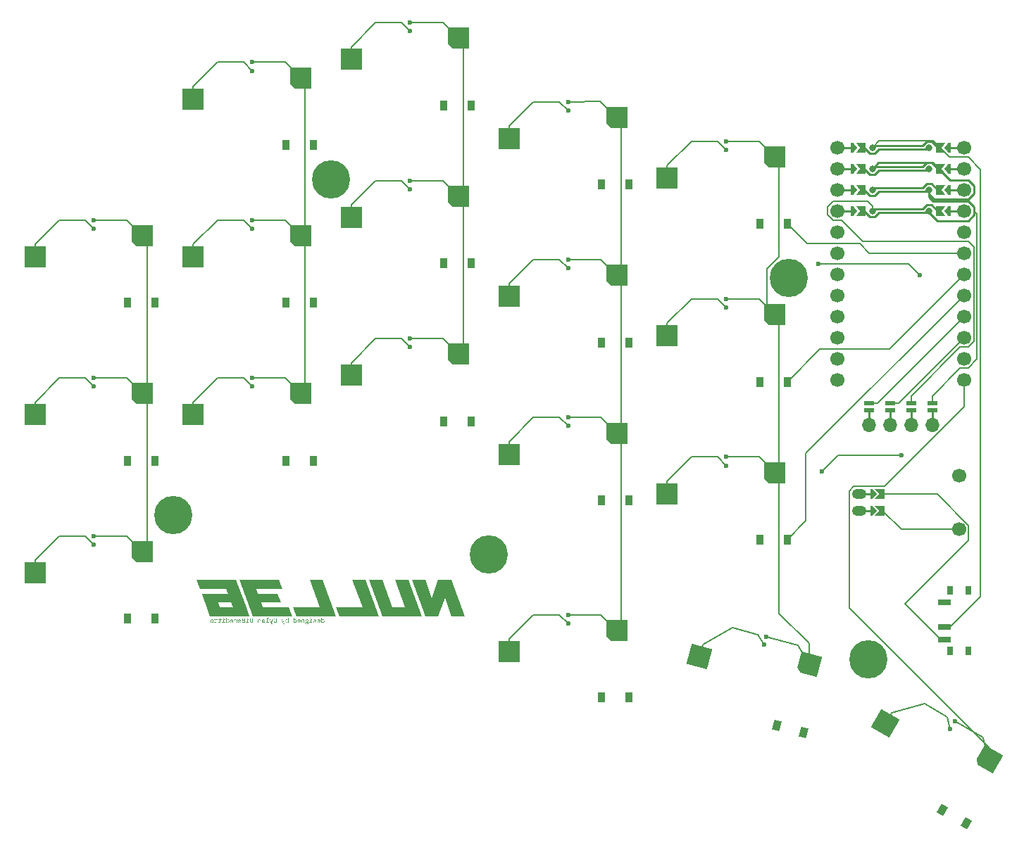
<source format=gbr>
%TF.GenerationSoftware,KiCad,Pcbnew,9.0.7*%
%TF.CreationDate,2026-01-26T01:07:56-05:00*%
%TF.ProjectId,v3,76332e6b-6963-4616-945f-706362585858,rev?*%
%TF.SameCoordinates,Original*%
%TF.FileFunction,Copper,L2,Bot*%
%TF.FilePolarity,Positive*%
%FSLAX46Y46*%
G04 Gerber Fmt 4.6, Leading zero omitted, Abs format (unit mm)*
G04 Created by KiCad (PCBNEW 9.0.7) date 2026-01-26 01:07:56*
%MOMM*%
%LPD*%
G01*
G04 APERTURE LIST*
G04 Aperture macros list*
%AMRotRect*
0 Rectangle, with rotation*
0 The origin of the aperture is its center*
0 $1 length*
0 $2 width*
0 $3 Rotation angle, in degrees counterclockwise*
0 Add horizontal line*
21,1,$1,$2,0,0,$3*%
%AMOutline5P*
0 Free polygon, 5 corners , with rotation*
0 The origin of the aperture is its center*
0 number of corners: always 5*
0 $1 to $10 corner X, Y*
0 $11 Rotation angle, in degrees counterclockwise*
0 create outline with 5 corners*
4,1,5,$1,$2,$3,$4,$5,$6,$7,$8,$9,$10,$1,$2,$11*%
%AMOutline6P*
0 Free polygon, 6 corners , with rotation*
0 The origin of the aperture is its center*
0 number of corners: always 6*
0 $1 to $12 corner X, Y*
0 $13 Rotation angle, in degrees counterclockwise*
0 create outline with 6 corners*
4,1,6,$1,$2,$3,$4,$5,$6,$7,$8,$9,$10,$11,$12,$1,$2,$13*%
%AMOutline7P*
0 Free polygon, 7 corners , with rotation*
0 The origin of the aperture is its center*
0 number of corners: always 7*
0 $1 to $14 corner X, Y*
0 $15 Rotation angle, in degrees counterclockwise*
0 create outline with 7 corners*
4,1,7,$1,$2,$3,$4,$5,$6,$7,$8,$9,$10,$11,$12,$13,$14,$1,$2,$15*%
%AMOutline8P*
0 Free polygon, 8 corners , with rotation*
0 The origin of the aperture is its center*
0 number of corners: always 8*
0 $1 to $16 corner X, Y*
0 $17 Rotation angle, in degrees counterclockwise*
0 create outline with 8 corners*
4,1,8,$1,$2,$3,$4,$5,$6,$7,$8,$9,$10,$11,$12,$13,$14,$15,$16,$1,$2,$17*%
%AMFreePoly0*
4,1,6,0.600000,-1.000000,0.000000,-0.400000,-0.600000,-1.000000,-0.600000,0.250000,0.600000,0.250000,0.600000,-1.000000,0.600000,-1.000000,$1*%
%AMFreePoly1*
4,1,6,0.600000,-0.200000,0.600000,-0.400000,-0.600000,-0.400000,-0.600000,-0.200000,0.000000,0.400000,0.600000,-0.200000,0.600000,-0.200000,$1*%
%AMFreePoly2*
4,1,6,0.250000,0.000000,-0.250000,-0.625000,-0.500000,-0.625000,-0.500000,0.625000,-0.250000,0.625000,0.250000,0.000000,0.250000,0.000000,$1*%
%AMFreePoly3*
4,1,6,0.500000,-0.625000,-0.650000,-0.625000,-0.150000,0.000000,-0.650000,0.625000,0.500000,0.625000,0.500000,-0.625000,0.500000,-0.625000,$1*%
G04 Aperture macros list end*
%TA.AperFunction,NonConductor*%
%ADD10C,0.000000*%
%TD*%
%TA.AperFunction,SMDPad,CuDef*%
%ADD11R,0.900000X1.200000*%
%TD*%
%TA.AperFunction,SMDPad,CuDef*%
%ADD12RotRect,0.900000X1.200000X150.000000*%
%TD*%
%TA.AperFunction,WasherPad*%
%ADD13C,4.600000*%
%TD*%
%TA.AperFunction,SMDPad,CuDef*%
%ADD14FreePoly0,270.000000*%
%TD*%
%TA.AperFunction,ComponentPad*%
%ADD15O,1.750000X1.200000*%
%TD*%
%TA.AperFunction,SMDPad,CuDef*%
%ADD16FreePoly1,270.000000*%
%TD*%
%TA.AperFunction,SMDPad,CuDef*%
%ADD17FreePoly2,180.000000*%
%TD*%
%TA.AperFunction,ComponentPad*%
%ADD18C,1.700000*%
%TD*%
%TA.AperFunction,SMDPad,CuDef*%
%ADD19FreePoly2,0.000000*%
%TD*%
%TA.AperFunction,SMDPad,CuDef*%
%ADD20FreePoly3,0.000000*%
%TD*%
%TA.AperFunction,ComponentPad*%
%ADD21C,0.800000*%
%TD*%
%TA.AperFunction,SMDPad,CuDef*%
%ADD22FreePoly3,180.000000*%
%TD*%
%TA.AperFunction,SMDPad,CuDef*%
%ADD23RotRect,0.900000X1.200000X165.000000*%
%TD*%
%TA.AperFunction,ComponentPad*%
%ADD24O,1.700000X1.700000*%
%TD*%
%TA.AperFunction,SMDPad,CuDef*%
%ADD25R,1.200000X0.600000*%
%TD*%
%TA.AperFunction,SMDPad,CuDef*%
%ADD26R,0.800000X1.000000*%
%TD*%
%TA.AperFunction,SMDPad,CuDef*%
%ADD27R,1.500000X0.700000*%
%TD*%
%TA.AperFunction,SMDPad,CuDef*%
%ADD28R,2.550000X2.500000*%
%TD*%
%TA.AperFunction,SMDPad,CuDef*%
%ADD29Outline5P,-1.275000X1.250000X1.275000X1.250000X1.275000X-1.250000X-0.775000X-1.250000X-1.275000X-0.750000X0.000000*%
%TD*%
%TA.AperFunction,SMDPad,CuDef*%
%ADD30RotRect,2.550000X2.500000X345.000000*%
%TD*%
%TA.AperFunction,SMDPad,CuDef*%
%ADD31Outline5P,-1.275000X1.250000X1.275000X1.250000X1.275000X-1.250000X-0.775000X-1.250000X-1.275000X-0.750000X345.000000*%
%TD*%
%TA.AperFunction,SMDPad,CuDef*%
%ADD32RotRect,2.550000X2.500000X330.000000*%
%TD*%
%TA.AperFunction,SMDPad,CuDef*%
%ADD33Outline5P,-1.275000X1.250000X1.275000X1.250000X1.275000X-1.250000X-0.775000X-1.250000X-1.275000X-0.750000X330.000000*%
%TD*%
%TA.AperFunction,ViaPad*%
%ADD34C,0.600000*%
%TD*%
%TA.AperFunction,Conductor*%
%ADD35C,0.200000*%
%TD*%
%TA.AperFunction,Conductor*%
%ADD36C,0.250000*%
%TD*%
G04 APERTURE END LIST*
D10*
%TA.AperFunction,NonConductor*%
G36*
X120762079Y-119802884D02*
G01*
X120765352Y-119803024D01*
X120768494Y-119803256D01*
X120771507Y-119803582D01*
X120774390Y-119804001D01*
X120777143Y-119804512D01*
X120779767Y-119805117D01*
X120782261Y-119805814D01*
X120784626Y-119806605D01*
X120786862Y-119807489D01*
X120788969Y-119808465D01*
X120790946Y-119809535D01*
X120792795Y-119810698D01*
X120794516Y-119811953D01*
X120796107Y-119813302D01*
X120797571Y-119814744D01*
X120798912Y-119816157D01*
X120800167Y-119817620D01*
X120801337Y-119819133D01*
X120802421Y-119820696D01*
X120803419Y-119822308D01*
X120804330Y-119823969D01*
X120805156Y-119825681D01*
X120805895Y-119827442D01*
X120806547Y-119829253D01*
X120807113Y-119831113D01*
X120807592Y-119833023D01*
X120807984Y-119834983D01*
X120808290Y-119836992D01*
X120808508Y-119839052D01*
X120808639Y-119841160D01*
X120808683Y-119843319D01*
X120808683Y-119856019D01*
X120808639Y-119858180D01*
X120808508Y-119860298D01*
X120808290Y-119862373D01*
X120807984Y-119864404D01*
X120807592Y-119866392D01*
X120807113Y-119868336D01*
X120806547Y-119870236D01*
X120805895Y-119872093D01*
X120805156Y-119873907D01*
X120804330Y-119875677D01*
X120803419Y-119877404D01*
X120802421Y-119879088D01*
X120801337Y-119880728D01*
X120800167Y-119882325D01*
X120798912Y-119883878D01*
X120797571Y-119885388D01*
X120796107Y-119886733D01*
X120794516Y-119887992D01*
X120792795Y-119889163D01*
X120790946Y-119890248D01*
X120788969Y-119891247D01*
X120786862Y-119892158D01*
X120784626Y-119892983D01*
X120782261Y-119893721D01*
X120779767Y-119894373D01*
X120777143Y-119894937D01*
X120774390Y-119895415D01*
X120771507Y-119895805D01*
X120768494Y-119896109D01*
X120765352Y-119896327D01*
X120762079Y-119896457D01*
X120758677Y-119896500D01*
X120755260Y-119896457D01*
X120751975Y-119896327D01*
X120748822Y-119896109D01*
X120745801Y-119895805D01*
X120742912Y-119895415D01*
X120740154Y-119894937D01*
X120737527Y-119894373D01*
X120735032Y-119893721D01*
X120732668Y-119892983D01*
X120730435Y-119892158D01*
X120728333Y-119891247D01*
X120726362Y-119890248D01*
X120724521Y-119889163D01*
X120722811Y-119887992D01*
X120721232Y-119886733D01*
X120719783Y-119885388D01*
X120718428Y-119883878D01*
X120717163Y-119882325D01*
X120715986Y-119880728D01*
X120714898Y-119879088D01*
X120713899Y-119877404D01*
X120712987Y-119875677D01*
X120712164Y-119873907D01*
X120711428Y-119872093D01*
X120710780Y-119870236D01*
X120710218Y-119868336D01*
X120709744Y-119866392D01*
X120709357Y-119864404D01*
X120709056Y-119862373D01*
X120708841Y-119860298D01*
X120708712Y-119858180D01*
X120708669Y-119856019D01*
X120708669Y-119843319D01*
X120708712Y-119841160D01*
X120708841Y-119839052D01*
X120709056Y-119836992D01*
X120709357Y-119834983D01*
X120709744Y-119833023D01*
X120710218Y-119831113D01*
X120710780Y-119829253D01*
X120711428Y-119827442D01*
X120712164Y-119825681D01*
X120712987Y-119823969D01*
X120713899Y-119822308D01*
X120714898Y-119820696D01*
X120715986Y-119819133D01*
X120717163Y-119817620D01*
X120718428Y-119816157D01*
X120719783Y-119814744D01*
X120721232Y-119813302D01*
X120722811Y-119811953D01*
X120724521Y-119810698D01*
X120726362Y-119809535D01*
X120728333Y-119808465D01*
X120730435Y-119807489D01*
X120732668Y-119806605D01*
X120735032Y-119805814D01*
X120737527Y-119805117D01*
X120740154Y-119804512D01*
X120742912Y-119804001D01*
X120745801Y-119803582D01*
X120748822Y-119803256D01*
X120751975Y-119803024D01*
X120755260Y-119802884D01*
X120758677Y-119802838D01*
X120762079Y-119802884D01*
G37*
%TD.AperFunction*%
%TA.AperFunction,NonConductor*%
G36*
X109429720Y-119949681D02*
G01*
X109429755Y-119952214D01*
X109429858Y-119954654D01*
X109430030Y-119957001D01*
X109430270Y-119959255D01*
X109430579Y-119961416D01*
X109430956Y-119963485D01*
X109431401Y-119965460D01*
X109431914Y-119967342D01*
X109432495Y-119969132D01*
X109433144Y-119970828D01*
X109433861Y-119972431D01*
X109434645Y-119973941D01*
X109435497Y-119975358D01*
X109436415Y-119976682D01*
X109437401Y-119977913D01*
X109438455Y-119979050D01*
X109439501Y-119980012D01*
X109440646Y-119980911D01*
X109441889Y-119981749D01*
X109443231Y-119982524D01*
X109444672Y-119983237D01*
X109446211Y-119983888D01*
X109447849Y-119984477D01*
X109449585Y-119985004D01*
X109451421Y-119985469D01*
X109453354Y-119985872D01*
X109455387Y-119986213D01*
X109457518Y-119986492D01*
X109459747Y-119986709D01*
X109462076Y-119986864D01*
X109464503Y-119986957D01*
X109467028Y-119986988D01*
X109568627Y-119986988D01*
X109568627Y-120040963D01*
X109432103Y-120040963D01*
X109432103Y-120302900D01*
X109432019Y-120308001D01*
X109431768Y-120312984D01*
X109431350Y-120317849D01*
X109430764Y-120322596D01*
X109430010Y-120327226D01*
X109429089Y-120331737D01*
X109428001Y-120336130D01*
X109426746Y-120340406D01*
X109425322Y-120344564D01*
X109423732Y-120348604D01*
X109421974Y-120352526D01*
X109420049Y-120356330D01*
X109417956Y-120360016D01*
X109415696Y-120363585D01*
X109413268Y-120367036D01*
X109410673Y-120370369D01*
X109407808Y-120373541D01*
X109404749Y-120376508D01*
X109401497Y-120379271D01*
X109398051Y-120381829D01*
X109394413Y-120384182D01*
X109390580Y-120386331D01*
X109386554Y-120388275D01*
X109382335Y-120390014D01*
X109377922Y-120391549D01*
X109373316Y-120392879D01*
X109368517Y-120394005D01*
X109363524Y-120394926D01*
X109358337Y-120395642D01*
X109352957Y-120396154D01*
X109347384Y-120396460D01*
X109341617Y-120396563D01*
X109182073Y-120396563D01*
X109182073Y-120342588D01*
X109368604Y-120342588D01*
X109368604Y-120040963D01*
X109182073Y-120040963D01*
X109182073Y-119986988D01*
X109368604Y-119986988D01*
X109368604Y-119842525D01*
X109429720Y-119842525D01*
X109429720Y-119949681D01*
G37*
%TD.AperFunction*%
%TA.AperFunction,NonConductor*%
G36*
X119815436Y-119977562D02*
G01*
X119821485Y-119977860D01*
X119827338Y-119978356D01*
X119830192Y-119978679D01*
X119832996Y-119979051D01*
X119835750Y-119979473D01*
X119838456Y-119979944D01*
X119841111Y-119980465D01*
X119843717Y-119981036D01*
X119846274Y-119981656D01*
X119848780Y-119982325D01*
X119851236Y-119983044D01*
X119853642Y-119983813D01*
X119856005Y-119984622D01*
X119858331Y-119985461D01*
X119860619Y-119986332D01*
X119862870Y-119987234D01*
X119865084Y-119988167D01*
X119867261Y-119989131D01*
X119869400Y-119990127D01*
X119871502Y-119991153D01*
X119873567Y-119992210D01*
X119875595Y-119993299D01*
X119877586Y-119994418D01*
X119879539Y-119995569D01*
X119881456Y-119996750D01*
X119883335Y-119997963D01*
X119885177Y-119999207D01*
X119886981Y-120000481D01*
X119888648Y-120001787D01*
X119890285Y-120003124D01*
X119891891Y-120004491D01*
X119893468Y-120005890D01*
X119895015Y-120007319D01*
X119896531Y-120008780D01*
X119898016Y-120010271D01*
X119899472Y-120011793D01*
X119900896Y-120013347D01*
X119902290Y-120014931D01*
X119903653Y-120016546D01*
X119904985Y-120018192D01*
X119906286Y-120019870D01*
X119907555Y-120021578D01*
X119908793Y-120023317D01*
X119910000Y-120025088D01*
X119912329Y-120028485D01*
X119914556Y-120031932D01*
X119916683Y-120035429D01*
X119918711Y-120038976D01*
X119920642Y-120042573D01*
X119922478Y-120046220D01*
X119924221Y-120049916D01*
X119925873Y-120053663D01*
X119929050Y-120053663D01*
X119929050Y-119986988D01*
X119992549Y-119986988D01*
X119992549Y-120396563D01*
X119929050Y-120396563D01*
X119929050Y-120112400D01*
X119929015Y-120109938D01*
X119928912Y-120107513D01*
X119928741Y-120105126D01*
X119928500Y-120102775D01*
X119928192Y-120100462D01*
X119927815Y-120098187D01*
X119927370Y-120095948D01*
X119926857Y-120093747D01*
X119926276Y-120091583D01*
X119925628Y-120089457D01*
X119924911Y-120087367D01*
X119924127Y-120085314D01*
X119923276Y-120083299D01*
X119922357Y-120081321D01*
X119921371Y-120079379D01*
X119920318Y-120077475D01*
X119919196Y-120075611D01*
X119918033Y-120073791D01*
X119916829Y-120072014D01*
X119915583Y-120070281D01*
X119914295Y-120068591D01*
X119912966Y-120066944D01*
X119911593Y-120065341D01*
X119910179Y-120063782D01*
X119908721Y-120062266D01*
X119907220Y-120060793D01*
X119905676Y-120059364D01*
X119904089Y-120057978D01*
X119902458Y-120056636D01*
X119900783Y-120055337D01*
X119899063Y-120054081D01*
X119897299Y-120052869D01*
X119895497Y-120051697D01*
X119893664Y-120050562D01*
X119891799Y-120049464D01*
X119889903Y-120048404D01*
X119887976Y-120047381D01*
X119886018Y-120046395D01*
X119884029Y-120045446D01*
X119882009Y-120044535D01*
X119879958Y-120043660D01*
X119877877Y-120042823D01*
X119873624Y-120041261D01*
X119869249Y-120039847D01*
X119864755Y-120038582D01*
X119860163Y-120037466D01*
X119855555Y-120036498D01*
X119850928Y-120035679D01*
X119846280Y-120035010D01*
X119841611Y-120034489D01*
X119836917Y-120034117D01*
X119832197Y-120033894D01*
X119827449Y-120033819D01*
X119821585Y-120033928D01*
X119815900Y-120034253D01*
X119810394Y-120034796D01*
X119805067Y-120035556D01*
X119799920Y-120036533D01*
X119794953Y-120037727D01*
X119790166Y-120039137D01*
X119785558Y-120040765D01*
X119781132Y-120042610D01*
X119776886Y-120044672D01*
X119772821Y-120046951D01*
X119768937Y-120049447D01*
X119765235Y-120052160D01*
X119761714Y-120055090D01*
X119758375Y-120058236D01*
X119755219Y-120061600D01*
X119752234Y-120065089D01*
X119749444Y-120068807D01*
X119746846Y-120072754D01*
X119744442Y-120076931D01*
X119742230Y-120081337D01*
X119740212Y-120085973D01*
X119738386Y-120090838D01*
X119736753Y-120095932D01*
X119735313Y-120101256D01*
X119734065Y-120106809D01*
X119733009Y-120112591D01*
X119732146Y-120118603D01*
X119731474Y-120124844D01*
X119730995Y-120131315D01*
X119730707Y-120138015D01*
X119730612Y-120144944D01*
X119730612Y-120396563D01*
X119667113Y-120396563D01*
X119667113Y-120133832D01*
X119667264Y-120124638D01*
X119667719Y-120115711D01*
X119668478Y-120107051D01*
X119669540Y-120098657D01*
X119670905Y-120090531D01*
X119672575Y-120082671D01*
X119674548Y-120075077D01*
X119676825Y-120067751D01*
X119679407Y-120060691D01*
X119682293Y-120053898D01*
X119685483Y-120047371D01*
X119688978Y-120041111D01*
X119692777Y-120035118D01*
X119696881Y-120029391D01*
X119701290Y-120023931D01*
X119706004Y-120018738D01*
X119710957Y-120013739D01*
X119716110Y-120009063D01*
X119721463Y-120004710D01*
X119727017Y-120000679D01*
X119732771Y-119996970D01*
X119738724Y-119993585D01*
X119744877Y-119990521D01*
X119751230Y-119987780D01*
X119757781Y-119985362D01*
X119764531Y-119983266D01*
X119771480Y-119981493D01*
X119778627Y-119980042D01*
X119785972Y-119978914D01*
X119793515Y-119978108D01*
X119801255Y-119977624D01*
X119809194Y-119977463D01*
X119815436Y-119977562D01*
G37*
%TD.AperFunction*%
%TA.AperFunction,NonConductor*%
G36*
X121918980Y-120156999D02*
G01*
X121920038Y-120168559D01*
X121920673Y-120180415D01*
X121920885Y-120192569D01*
X121920673Y-120204538D01*
X121920038Y-120216234D01*
X121918980Y-120227657D01*
X121918293Y-120233266D01*
X121917501Y-120238807D01*
X121916604Y-120244279D01*
X121915602Y-120249684D01*
X121914495Y-120255020D01*
X121913283Y-120260287D01*
X121911967Y-120265487D01*
X121910546Y-120270618D01*
X121909021Y-120275681D01*
X121907391Y-120280675D01*
X121905666Y-120285497D01*
X121903853Y-120290238D01*
X121901952Y-120294899D01*
X121899965Y-120299478D01*
X121897889Y-120303977D01*
X121895727Y-120308396D01*
X121893477Y-120312733D01*
X121891139Y-120316990D01*
X121888714Y-120321167D01*
X121886202Y-120325262D01*
X121883602Y-120329278D01*
X121880915Y-120333212D01*
X121878140Y-120337066D01*
X121875278Y-120340839D01*
X121872329Y-120344532D01*
X121869291Y-120348144D01*
X121866083Y-120351567D01*
X121862799Y-120354890D01*
X121859439Y-120358114D01*
X121856003Y-120361239D01*
X121852492Y-120364265D01*
X121848906Y-120367192D01*
X121845245Y-120370020D01*
X121841510Y-120372748D01*
X121837700Y-120375378D01*
X121833816Y-120377908D01*
X121829858Y-120380339D01*
X121825826Y-120382671D01*
X121821721Y-120384903D01*
X121817542Y-120387037D01*
X121813291Y-120389071D01*
X121808966Y-120391007D01*
X121804467Y-120392833D01*
X121799899Y-120394542D01*
X121795262Y-120396133D01*
X121790557Y-120397606D01*
X121785784Y-120398961D01*
X121780942Y-120400198D01*
X121776033Y-120401317D01*
X121771055Y-120402318D01*
X121766009Y-120403202D01*
X121760896Y-120403968D01*
X121755715Y-120404615D01*
X121750466Y-120405146D01*
X121745150Y-120405558D01*
X121739767Y-120405852D01*
X121734316Y-120406029D01*
X121728798Y-120406088D01*
X121721237Y-120405985D01*
X121713823Y-120405678D01*
X121706556Y-120405167D01*
X121699437Y-120404451D01*
X121692465Y-120403530D01*
X121685642Y-120402404D01*
X121678967Y-120401074D01*
X121672441Y-120399539D01*
X121666064Y-120397800D01*
X121659836Y-120395856D01*
X121653757Y-120393707D01*
X121647827Y-120391354D01*
X121642048Y-120388796D01*
X121636418Y-120386033D01*
X121630939Y-120383066D01*
X121625610Y-120379894D01*
X121620348Y-120376464D01*
X121615278Y-120372923D01*
X121610399Y-120369271D01*
X121605713Y-120365507D01*
X121601219Y-120361631D01*
X121596916Y-120357644D01*
X121592807Y-120353545D01*
X121588889Y-120349335D01*
X121585164Y-120345013D01*
X121581632Y-120340579D01*
X121578292Y-120336034D01*
X121575146Y-120331377D01*
X121572192Y-120326608D01*
X121569432Y-120321728D01*
X121566864Y-120316736D01*
X121564491Y-120311632D01*
X121611323Y-120279881D01*
X121613359Y-120283993D01*
X121615509Y-120287992D01*
X121617771Y-120291881D01*
X121620146Y-120295657D01*
X121622634Y-120299322D01*
X121625234Y-120302875D01*
X121627946Y-120306317D01*
X121630770Y-120309647D01*
X121633705Y-120312865D01*
X121636752Y-120315972D01*
X121639910Y-120318967D01*
X121643180Y-120321851D01*
X121646559Y-120324623D01*
X121650050Y-120327283D01*
X121653650Y-120329832D01*
X121657361Y-120332269D01*
X121661169Y-120334576D01*
X121665066Y-120336734D01*
X121669050Y-120338743D01*
X121673121Y-120340603D01*
X121677280Y-120342315D01*
X121681526Y-120343878D01*
X121685860Y-120345292D01*
X121690281Y-120346557D01*
X121694789Y-120347673D01*
X121699385Y-120348640D01*
X121704069Y-120349459D01*
X121708840Y-120350128D01*
X121713698Y-120350649D01*
X121718644Y-120351021D01*
X121723677Y-120351245D01*
X121728798Y-120351319D01*
X121732351Y-120351285D01*
X121735867Y-120351183D01*
X121739346Y-120351012D01*
X121742788Y-120350773D01*
X121746192Y-120350466D01*
X121749559Y-120350091D01*
X121752889Y-120349647D01*
X121756182Y-120349135D01*
X121759437Y-120348555D01*
X121762656Y-120347907D01*
X121765837Y-120347191D01*
X121768981Y-120346407D01*
X121772088Y-120345554D01*
X121775158Y-120344634D01*
X121778190Y-120343645D01*
X121781186Y-120342588D01*
X121784034Y-120341369D01*
X121786833Y-120340095D01*
X121789584Y-120338765D01*
X121792287Y-120337379D01*
X121794940Y-120335937D01*
X121797545Y-120334439D01*
X121800100Y-120332886D01*
X121802607Y-120331277D01*
X121805064Y-120329612D01*
X121807471Y-120327891D01*
X121809829Y-120326114D01*
X121812138Y-120324282D01*
X121814396Y-120322394D01*
X121816605Y-120320450D01*
X121818764Y-120318450D01*
X121820873Y-120316394D01*
X121822825Y-120314286D01*
X121824723Y-120312127D01*
X121826567Y-120309920D01*
X121828356Y-120307662D01*
X121830091Y-120305355D01*
X121831770Y-120302999D01*
X121833394Y-120300592D01*
X121834962Y-120298137D01*
X121836474Y-120295631D01*
X121837930Y-120293076D01*
X121839331Y-120290472D01*
X121840674Y-120287818D01*
X121841961Y-120285114D01*
X121843191Y-120282361D01*
X121844363Y-120279559D01*
X121845479Y-120276707D01*
X121846532Y-120273814D01*
X121847518Y-120270891D01*
X121848436Y-120267936D01*
X121849288Y-120264951D01*
X121850072Y-120261934D01*
X121850788Y-120258886D01*
X121851437Y-120255807D01*
X121852018Y-120252698D01*
X121852531Y-120249557D01*
X121852976Y-120246385D01*
X121853352Y-120243182D01*
X121853661Y-120239948D01*
X121853901Y-120236682D01*
X121854073Y-120233386D01*
X121854176Y-120230059D01*
X121854210Y-120226700D01*
X121854210Y-120207650D01*
X121550997Y-120207650D01*
X121550997Y-120177488D01*
X121551194Y-120166685D01*
X121551787Y-120156106D01*
X121552198Y-120151294D01*
X121619260Y-120151294D01*
X121619260Y-120160025D01*
X121854210Y-120160025D01*
X121854210Y-120154469D01*
X121854176Y-120151114D01*
X121854073Y-120147796D01*
X121853901Y-120144515D01*
X121853661Y-120141272D01*
X121853352Y-120138066D01*
X121852976Y-120134898D01*
X121852531Y-120131766D01*
X121852018Y-120128672D01*
X121851437Y-120125615D01*
X121850788Y-120122596D01*
X121850072Y-120119613D01*
X121849288Y-120116668D01*
X121848436Y-120113759D01*
X121847518Y-120110888D01*
X121846532Y-120108054D01*
X121845479Y-120105257D01*
X121844263Y-120102405D01*
X121842997Y-120099602D01*
X121841682Y-120096849D01*
X121840316Y-120094145D01*
X121838901Y-120091491D01*
X121837436Y-120088887D01*
X121835921Y-120086332D01*
X121834357Y-120083826D01*
X121832744Y-120081371D01*
X121831081Y-120078964D01*
X121829369Y-120076608D01*
X121827609Y-120074301D01*
X121825799Y-120072043D01*
X121823941Y-120069836D01*
X121822034Y-120067678D01*
X121820078Y-120065569D01*
X121817973Y-120063514D01*
X121815826Y-120061514D01*
X121813635Y-120059570D01*
X121811401Y-120057681D01*
X121809123Y-120055849D01*
X121806803Y-120054072D01*
X121804439Y-120052351D01*
X121802031Y-120050686D01*
X121799580Y-120049077D01*
X121797084Y-120047524D01*
X121794545Y-120046026D01*
X121791962Y-120044584D01*
X121789334Y-120043198D01*
X121786663Y-120041868D01*
X121783946Y-120040594D01*
X121781186Y-120039375D01*
X121778388Y-120038222D01*
X121775560Y-120037143D01*
X121772702Y-120036138D01*
X121769814Y-120035208D01*
X121766895Y-120034352D01*
X121763947Y-120033571D01*
X121760968Y-120032864D01*
X121757958Y-120032231D01*
X121754918Y-120031673D01*
X121751847Y-120031190D01*
X121748745Y-120030780D01*
X121745612Y-120030446D01*
X121742448Y-120030185D01*
X121739252Y-120029999D01*
X121736025Y-120029888D01*
X121732767Y-120029850D01*
X121729615Y-120029884D01*
X121726498Y-120029987D01*
X121723417Y-120030157D01*
X121720372Y-120030396D01*
X121717364Y-120030703D01*
X121714392Y-120031079D01*
X121711456Y-120031522D01*
X121708558Y-120032034D01*
X121705697Y-120032614D01*
X121702873Y-120033262D01*
X121700087Y-120033978D01*
X121697339Y-120034763D01*
X121694628Y-120035615D01*
X121691957Y-120036536D01*
X121689324Y-120037525D01*
X121686730Y-120038582D01*
X121684078Y-120039704D01*
X121681483Y-120040888D01*
X121678943Y-120042134D01*
X121676460Y-120043442D01*
X121674032Y-120044812D01*
X121671660Y-120046245D01*
X121669344Y-120047739D01*
X121667083Y-120049296D01*
X121664879Y-120050915D01*
X121662730Y-120052595D01*
X121660637Y-120054338D01*
X121658600Y-120056143D01*
X121656619Y-120058009D01*
X121654694Y-120059938D01*
X121652824Y-120061929D01*
X121651010Y-120063981D01*
X121649149Y-120065990D01*
X121647345Y-120068049D01*
X121645599Y-120070157D01*
X121643909Y-120072314D01*
X121642276Y-120074522D01*
X121640700Y-120076779D01*
X121639179Y-120079086D01*
X121637715Y-120081442D01*
X121636307Y-120083848D01*
X121634954Y-120086304D01*
X121633657Y-120088809D01*
X121632414Y-120091364D01*
X121631227Y-120093969D01*
X121630094Y-120096624D01*
X121629016Y-120099328D01*
X121627992Y-120102082D01*
X121626939Y-120104879D01*
X121625953Y-120107713D01*
X121625034Y-120110584D01*
X121624183Y-120113492D01*
X121623399Y-120116438D01*
X121622683Y-120119420D01*
X121622034Y-120122440D01*
X121621453Y-120125497D01*
X121620940Y-120128591D01*
X121620495Y-120131723D01*
X121620118Y-120134891D01*
X121619809Y-120138097D01*
X121619569Y-120141340D01*
X121619397Y-120144621D01*
X121619294Y-120147939D01*
X121619260Y-120151294D01*
X121552198Y-120151294D01*
X121552232Y-120150900D01*
X121552776Y-120145750D01*
X121553420Y-120140656D01*
X121554162Y-120135617D01*
X121555005Y-120130635D01*
X121555947Y-120125708D01*
X121556989Y-120120837D01*
X121558130Y-120116022D01*
X121559372Y-120111263D01*
X121560714Y-120106559D01*
X121562155Y-120101911D01*
X121563698Y-120097319D01*
X121565333Y-120092795D01*
X121567054Y-120088351D01*
X121568860Y-120083988D01*
X121570753Y-120079706D01*
X121572732Y-120075505D01*
X121574797Y-120071384D01*
X121576948Y-120067344D01*
X121579185Y-120063385D01*
X121581510Y-120059506D01*
X121583920Y-120055708D01*
X121586418Y-120051991D01*
X121589002Y-120048354D01*
X121591674Y-120044798D01*
X121594432Y-120041322D01*
X121597278Y-120037927D01*
X121600211Y-120034613D01*
X121603228Y-120031285D01*
X121606324Y-120028051D01*
X121609501Y-120024910D01*
X121612758Y-120021862D01*
X121616096Y-120018908D01*
X121619514Y-120016046D01*
X121623013Y-120013277D01*
X121626592Y-120010602D01*
X121630253Y-120008019D01*
X121633995Y-120005530D01*
X121637818Y-120003133D01*
X121641722Y-120000830D01*
X121645707Y-119998619D01*
X121649775Y-119996501D01*
X121653923Y-119994476D01*
X121658154Y-119992544D01*
X121662352Y-119990717D01*
X121666611Y-119989009D01*
X121670932Y-119987418D01*
X121675315Y-119985945D01*
X121679760Y-119984590D01*
X121684266Y-119983353D01*
X121688835Y-119982233D01*
X121693466Y-119981232D01*
X121698159Y-119980348D01*
X121702915Y-119979583D01*
X121707733Y-119978935D01*
X121712614Y-119978405D01*
X121717558Y-119977993D01*
X121722564Y-119977698D01*
X121727634Y-119977522D01*
X121732767Y-119977463D01*
X121737993Y-119977522D01*
X121743166Y-119977698D01*
X121748284Y-119977993D01*
X121753347Y-119978405D01*
X121758355Y-119978935D01*
X121763309Y-119979583D01*
X121768207Y-119980348D01*
X121773049Y-119981232D01*
X121777836Y-119982233D01*
X121782567Y-119983353D01*
X121787241Y-119984590D01*
X121791859Y-119985945D01*
X121796420Y-119987418D01*
X121800924Y-119989009D01*
X121805371Y-119990717D01*
X121809760Y-119992544D01*
X121813993Y-119994482D01*
X121818151Y-119996526D01*
X121822232Y-119998675D01*
X121826238Y-120000929D01*
X121830168Y-120003289D01*
X121834023Y-120005754D01*
X121837804Y-120008324D01*
X121841510Y-120011000D01*
X121845141Y-120013781D01*
X121848699Y-120016667D01*
X121852182Y-120019659D01*
X121855591Y-120022756D01*
X121858928Y-120025959D01*
X121862190Y-120029267D01*
X121865380Y-120032681D01*
X121868497Y-120036200D01*
X121871537Y-120039719D01*
X121874495Y-120043331D01*
X121877372Y-120047036D01*
X121880167Y-120050834D01*
X121882880Y-120054725D01*
X121885513Y-120058710D01*
X121888064Y-120062787D01*
X121890534Y-120066958D01*
X121892923Y-120071221D01*
X121895232Y-120075578D01*
X121897460Y-120080028D01*
X121899607Y-120084570D01*
X121901673Y-120089205D01*
X121903659Y-120093934D01*
X121905565Y-120098755D01*
X121907391Y-120103669D01*
X121910546Y-120113739D01*
X121913283Y-120124107D01*
X121915602Y-120134773D01*
X121917501Y-120145738D01*
X121918648Y-120154469D01*
X121918980Y-120156999D01*
G37*
%TD.AperFunction*%
%TA.AperFunction,NonConductor*%
G36*
X110467391Y-120040963D02*
G01*
X110319755Y-120040963D01*
X110319755Y-120342588D01*
X110467391Y-120342588D01*
X110467391Y-120396563D01*
X110118140Y-120396563D01*
X110118140Y-120342588D01*
X110256252Y-120342588D01*
X110256252Y-119986988D01*
X110467391Y-119986988D01*
X110467391Y-120040963D01*
G37*
%TD.AperFunction*%
%TA.AperFunction,NonConductor*%
G36*
X113322987Y-120040963D02*
G01*
X113175347Y-120040963D01*
X113175347Y-120342588D01*
X113322987Y-120342588D01*
X113322987Y-120396563D01*
X112973736Y-120396563D01*
X112973736Y-120342588D01*
X113111848Y-120342588D01*
X113111848Y-119986988D01*
X113322987Y-119986988D01*
X113322987Y-120040963D01*
G37*
%TD.AperFunction*%
%TA.AperFunction,NonConductor*%
G36*
X113807649Y-120396563D02*
G01*
X113652870Y-120396563D01*
X113640375Y-120396290D01*
X113628282Y-120395472D01*
X113616592Y-120394107D01*
X113605304Y-120392198D01*
X113594418Y-120389742D01*
X113583935Y-120386741D01*
X113573854Y-120383194D01*
X113564176Y-120379101D01*
X113554901Y-120374463D01*
X113550414Y-120371939D01*
X113546029Y-120369279D01*
X113541744Y-120366482D01*
X113537560Y-120363549D01*
X113533476Y-120360479D01*
X113529494Y-120357273D01*
X113525612Y-120353931D01*
X113521831Y-120350452D01*
X113514571Y-120343085D01*
X113507715Y-120335172D01*
X113501263Y-120326713D01*
X113495207Y-120317718D01*
X113489542Y-120308195D01*
X113484268Y-120298146D01*
X113479384Y-120287570D01*
X113474892Y-120276466D01*
X113470790Y-120264836D01*
X113467078Y-120252678D01*
X113463758Y-120239994D01*
X113460828Y-120226782D01*
X113458288Y-120213043D01*
X113456140Y-120198778D01*
X113454382Y-120183985D01*
X113453015Y-120168665D01*
X113452038Y-120152818D01*
X113451452Y-120136445D01*
X113451257Y-120119544D01*
X113451452Y-120102643D01*
X113452038Y-120086269D01*
X113452629Y-120076682D01*
X113521899Y-120076682D01*
X113521899Y-120162406D01*
X113522033Y-120172775D01*
X113522434Y-120182846D01*
X113523103Y-120192619D01*
X113524040Y-120202095D01*
X113525243Y-120211272D01*
X113526713Y-120220152D01*
X113528449Y-120228734D01*
X113530452Y-120237019D01*
X113532721Y-120245006D01*
X113535255Y-120252695D01*
X113538055Y-120260087D01*
X113541121Y-120267181D01*
X113544452Y-120273977D01*
X113548047Y-120280476D01*
X113551907Y-120286677D01*
X113556032Y-120292581D01*
X113560329Y-120298156D01*
X113564887Y-120303372D01*
X113569705Y-120308228D01*
X113574784Y-120312724D01*
X113580123Y-120316860D01*
X113585722Y-120320636D01*
X113591582Y-120324053D01*
X113597703Y-120327110D01*
X113604084Y-120329808D01*
X113610725Y-120332145D01*
X113617627Y-120334123D01*
X113624789Y-120335742D01*
X113632211Y-120337000D01*
X113639894Y-120337899D01*
X113647838Y-120338439D01*
X113656042Y-120338619D01*
X113740975Y-120338619D01*
X113740975Y-119900469D01*
X113656042Y-119900469D01*
X113647838Y-119900649D01*
X113639894Y-119901188D01*
X113632211Y-119902087D01*
X113624789Y-119903346D01*
X113617627Y-119904964D01*
X113610725Y-119906942D01*
X113604084Y-119909280D01*
X113597703Y-119911977D01*
X113591582Y-119915034D01*
X113585722Y-119918451D01*
X113580123Y-119922228D01*
X113574784Y-119926364D01*
X113569705Y-119930860D01*
X113564887Y-119935716D01*
X113560329Y-119940931D01*
X113556032Y-119946507D01*
X113551907Y-119952411D01*
X113548047Y-119958612D01*
X113544452Y-119965111D01*
X113541121Y-119971907D01*
X113538055Y-119979001D01*
X113535255Y-119986393D01*
X113532721Y-119994082D01*
X113530452Y-120002069D01*
X113528449Y-120010354D01*
X113526713Y-120018936D01*
X113525243Y-120027816D01*
X113524040Y-120036993D01*
X113523103Y-120046469D01*
X113522434Y-120056242D01*
X113522033Y-120066313D01*
X113521899Y-120076682D01*
X113452629Y-120076682D01*
X113453015Y-120070423D01*
X113454382Y-120055103D01*
X113456140Y-120040310D01*
X113458288Y-120026045D01*
X113460828Y-120012306D01*
X113463758Y-119999094D01*
X113467078Y-119986410D01*
X113470790Y-119974252D01*
X113474892Y-119962622D01*
X113479384Y-119951519D01*
X113484268Y-119940942D01*
X113489542Y-119930893D01*
X113495207Y-119921371D01*
X113501263Y-119912375D01*
X113507715Y-119903916D01*
X113514571Y-119896004D01*
X113521831Y-119888636D01*
X113529494Y-119881815D01*
X113537560Y-119875539D01*
X113546029Y-119869809D01*
X113554901Y-119864625D01*
X113564176Y-119859987D01*
X113573854Y-119855894D01*
X113583935Y-119852347D01*
X113594418Y-119849346D01*
X113605304Y-119846891D01*
X113616592Y-119844981D01*
X113628282Y-119843617D01*
X113640375Y-119842798D01*
X113652870Y-119842525D01*
X113807649Y-119842525D01*
X113807649Y-120338619D01*
X113807649Y-120396563D01*
G37*
%TD.AperFunction*%
%TA.AperFunction,NonConductor*%
G36*
X117388972Y-120158438D02*
G01*
X117450088Y-120314013D01*
X117453265Y-120314013D01*
X117514383Y-120158438D01*
X117583439Y-119986988D01*
X117648526Y-119986988D01*
X117483425Y-120388625D01*
X117529464Y-120501337D01*
X117624716Y-120501337D01*
X117624716Y-120555313D01*
X117564389Y-120555313D01*
X117558741Y-120555239D01*
X117553288Y-120555015D01*
X117548030Y-120554643D01*
X117542968Y-120554122D01*
X117538103Y-120553453D01*
X117533436Y-120552634D01*
X117528969Y-120551667D01*
X117524701Y-120550551D01*
X117522636Y-120550036D01*
X117520608Y-120549484D01*
X117518618Y-120548895D01*
X117516664Y-120548269D01*
X117514748Y-120547605D01*
X117512869Y-120546904D01*
X117511027Y-120546166D01*
X117509223Y-120545391D01*
X117507455Y-120544578D01*
X117505725Y-120543728D01*
X117504032Y-120542841D01*
X117502376Y-120541917D01*
X117500758Y-120540956D01*
X117499176Y-120539958D01*
X117497632Y-120538922D01*
X117496125Y-120537850D01*
X117494649Y-120536836D01*
X117493198Y-120535778D01*
X117491771Y-120534677D01*
X117490368Y-120533533D01*
X117488990Y-120532345D01*
X117487637Y-120531114D01*
X117486308Y-120529839D01*
X117485005Y-120528522D01*
X117483726Y-120527161D01*
X117482473Y-120525756D01*
X117481245Y-120524308D01*
X117480043Y-120522817D01*
X117478866Y-120521283D01*
X117477714Y-120519705D01*
X117476589Y-120518084D01*
X117475489Y-120516419D01*
X117473339Y-120513169D01*
X117471234Y-120509770D01*
X117469176Y-120506224D01*
X117467164Y-120502528D01*
X117465202Y-120498684D01*
X117463288Y-120494691D01*
X117461425Y-120490548D01*
X117459614Y-120486256D01*
X117256413Y-119986988D01*
X117319914Y-119986988D01*
X117388972Y-120158438D01*
G37*
%TD.AperFunction*%
%TA.AperFunction,NonConductor*%
G36*
X115723364Y-119863163D02*
G01*
X115580489Y-119863163D01*
X115580489Y-120342588D01*
X115723364Y-120342588D01*
X115723364Y-120396563D01*
X115374116Y-120396563D01*
X115374116Y-120342588D01*
X115516991Y-120342588D01*
X115516991Y-119809188D01*
X115723364Y-119809188D01*
X115723364Y-119863163D01*
G37*
%TD.AperFunction*%
%TA.AperFunction,NonConductor*%
G36*
X116663323Y-120396563D02*
G01*
X116508544Y-120396563D01*
X116496049Y-120396290D01*
X116483957Y-120395472D01*
X116472267Y-120394107D01*
X116460979Y-120392198D01*
X116450093Y-120389742D01*
X116439610Y-120386741D01*
X116429530Y-120383194D01*
X116419852Y-120379101D01*
X116410577Y-120374463D01*
X116406090Y-120371939D01*
X116401704Y-120369279D01*
X116397419Y-120366482D01*
X116393235Y-120363549D01*
X116389152Y-120360479D01*
X116385169Y-120357273D01*
X116381287Y-120353931D01*
X116377506Y-120350452D01*
X116370246Y-120343085D01*
X116363390Y-120335172D01*
X116356937Y-120326713D01*
X116350881Y-120317718D01*
X116345216Y-120308195D01*
X116339942Y-120298146D01*
X116335058Y-120287570D01*
X116330565Y-120276466D01*
X116326463Y-120264836D01*
X116322751Y-120252678D01*
X116319430Y-120239994D01*
X116316500Y-120226782D01*
X116313961Y-120213043D01*
X116311812Y-120198778D01*
X116310054Y-120183985D01*
X116308687Y-120168665D01*
X116307710Y-120152818D01*
X116307124Y-120136445D01*
X116306928Y-120119544D01*
X116307124Y-120102643D01*
X116307710Y-120086269D01*
X116308301Y-120076682D01*
X116377575Y-120076682D01*
X116377575Y-120162406D01*
X116377708Y-120172775D01*
X116378107Y-120182846D01*
X116378773Y-120192619D01*
X116379704Y-120202095D01*
X116380903Y-120211272D01*
X116382368Y-120220152D01*
X116384099Y-120228734D01*
X116386098Y-120237019D01*
X116388363Y-120245006D01*
X116390896Y-120252695D01*
X116393695Y-120260087D01*
X116396762Y-120267181D01*
X116400097Y-120273977D01*
X116403699Y-120280476D01*
X116407568Y-120286677D01*
X116411706Y-120292581D01*
X116416003Y-120298156D01*
X116420561Y-120303372D01*
X116425379Y-120308228D01*
X116430458Y-120312724D01*
X116435797Y-120316860D01*
X116441397Y-120320636D01*
X116447257Y-120324053D01*
X116453378Y-120327110D01*
X116459759Y-120329808D01*
X116466400Y-120332145D01*
X116473302Y-120334123D01*
X116480465Y-120335742D01*
X116487887Y-120337000D01*
X116495571Y-120337899D01*
X116503514Y-120338439D01*
X116511718Y-120338619D01*
X116596647Y-120338619D01*
X116596647Y-119900469D01*
X116511718Y-119900469D01*
X116503514Y-119900649D01*
X116495571Y-119901188D01*
X116487887Y-119902087D01*
X116480465Y-119903346D01*
X116473302Y-119904964D01*
X116466400Y-119906942D01*
X116459759Y-119909280D01*
X116453378Y-119911977D01*
X116447257Y-119915034D01*
X116441397Y-119918451D01*
X116435797Y-119922228D01*
X116430458Y-119926364D01*
X116425379Y-119930860D01*
X116420561Y-119935716D01*
X116416003Y-119940931D01*
X116411706Y-119946507D01*
X116407568Y-119952411D01*
X116403699Y-119958612D01*
X116400097Y-119965111D01*
X116396762Y-119971907D01*
X116393695Y-119979001D01*
X116390896Y-119986393D01*
X116388363Y-119994082D01*
X116386098Y-120002069D01*
X116384099Y-120010354D01*
X116382368Y-120018936D01*
X116380903Y-120027816D01*
X116379704Y-120036993D01*
X116378773Y-120046469D01*
X116378107Y-120056242D01*
X116377708Y-120066313D01*
X116377575Y-120076682D01*
X116308301Y-120076682D01*
X116308687Y-120070423D01*
X116310054Y-120055103D01*
X116311812Y-120040310D01*
X116313961Y-120026045D01*
X116316500Y-120012306D01*
X116319430Y-119999094D01*
X116322751Y-119986410D01*
X116326463Y-119974252D01*
X116330565Y-119962622D01*
X116335058Y-119951519D01*
X116339942Y-119940942D01*
X116345216Y-119930893D01*
X116350881Y-119921371D01*
X116356937Y-119912375D01*
X116363390Y-119903916D01*
X116370246Y-119896004D01*
X116377506Y-119888636D01*
X116385169Y-119881815D01*
X116393235Y-119875539D01*
X116401704Y-119869809D01*
X116410577Y-119864625D01*
X116419852Y-119859987D01*
X116429530Y-119855894D01*
X116439610Y-119852347D01*
X116450093Y-119849346D01*
X116460979Y-119846891D01*
X116472267Y-119844981D01*
X116483957Y-119843617D01*
X116496049Y-119842798D01*
X116508544Y-119842525D01*
X116663323Y-119842525D01*
X116663323Y-120338619D01*
X116663323Y-120396563D01*
G37*
%TD.AperFunction*%
%TA.AperFunction,NonConductor*%
G36*
X115258382Y-120274428D02*
G01*
X115258544Y-120281469D01*
X115258395Y-120288616D01*
X115257949Y-120295571D01*
X115257205Y-120302334D01*
X115256163Y-120308904D01*
X115254824Y-120315282D01*
X115253187Y-120321468D01*
X115251252Y-120327461D01*
X115249020Y-120333262D01*
X115246490Y-120338871D01*
X115243662Y-120344287D01*
X115240537Y-120349512D01*
X115237114Y-120354544D01*
X115233393Y-120359384D01*
X115229375Y-120364031D01*
X115225059Y-120368487D01*
X115220445Y-120372750D01*
X115215580Y-120376787D01*
X115210511Y-120380564D01*
X115205237Y-120384080D01*
X115199758Y-120387335D01*
X115194075Y-120390331D01*
X115188187Y-120393065D01*
X115182094Y-120395540D01*
X115175797Y-120397753D01*
X115169295Y-120399707D01*
X115162589Y-120401400D01*
X115155678Y-120402832D01*
X115148562Y-120404004D01*
X115141241Y-120404916D01*
X115133716Y-120405567D01*
X115125986Y-120405958D01*
X115118052Y-120406088D01*
X115111881Y-120406010D01*
X115105871Y-120405778D01*
X115100021Y-120405390D01*
X115094331Y-120404848D01*
X115088803Y-120404150D01*
X115083435Y-120403298D01*
X115078229Y-120402290D01*
X115073185Y-120401128D01*
X115068302Y-120399810D01*
X115063582Y-120398337D01*
X115059024Y-120396710D01*
X115054628Y-120394927D01*
X115050395Y-120392989D01*
X115046325Y-120390896D01*
X115042419Y-120388648D01*
X115038676Y-120386244D01*
X115034962Y-120383606D01*
X115031380Y-120380850D01*
X115027929Y-120377976D01*
X115024611Y-120374984D01*
X115021424Y-120371874D01*
X115018368Y-120368646D01*
X115015444Y-120365301D01*
X115012651Y-120361837D01*
X115009990Y-120358256D01*
X115007459Y-120354557D01*
X115005059Y-120350740D01*
X115002790Y-120346805D01*
X115000652Y-120342752D01*
X114998645Y-120338582D01*
X114996768Y-120334294D01*
X114995021Y-120329888D01*
X114991050Y-120329888D01*
X114990499Y-120333422D01*
X114989856Y-120336883D01*
X114989121Y-120340269D01*
X114988296Y-120343580D01*
X114987378Y-120346817D01*
X114986369Y-120349980D01*
X114985268Y-120353068D01*
X114984075Y-120356082D01*
X114982790Y-120359021D01*
X114981413Y-120361886D01*
X114979944Y-120364676D01*
X114978381Y-120367393D01*
X114976727Y-120370034D01*
X114974979Y-120372602D01*
X114973139Y-120375094D01*
X114971206Y-120377513D01*
X114969129Y-120379820D01*
X114966886Y-120381978D01*
X114964478Y-120383987D01*
X114961903Y-120385847D01*
X114959163Y-120387559D01*
X114956256Y-120389121D01*
X114953184Y-120390535D01*
X114949944Y-120391800D01*
X114946539Y-120392916D01*
X114942966Y-120393884D01*
X114939227Y-120394702D01*
X114935322Y-120395372D01*
X114931249Y-120395893D01*
X114927009Y-120396265D01*
X114922602Y-120396488D01*
X114918028Y-120396563D01*
X114874368Y-120396563D01*
X114874368Y-120341001D01*
X114931520Y-120341001D01*
X114931520Y-120210032D01*
X114995021Y-120210032D01*
X114995021Y-120277500D01*
X114995055Y-120279478D01*
X114995155Y-120281443D01*
X114995324Y-120283396D01*
X114995559Y-120285337D01*
X114995863Y-120287266D01*
X114996235Y-120289182D01*
X114996675Y-120291086D01*
X114997184Y-120292977D01*
X114997761Y-120294856D01*
X114998408Y-120296723D01*
X114999124Y-120298577D01*
X114999909Y-120300419D01*
X115000764Y-120302249D01*
X115001689Y-120304066D01*
X115002685Y-120305871D01*
X115003751Y-120307663D01*
X115004762Y-120309337D01*
X115005831Y-120310986D01*
X115006957Y-120312610D01*
X115008140Y-120314210D01*
X115009381Y-120315785D01*
X115010679Y-120317335D01*
X115012033Y-120318860D01*
X115013445Y-120320361D01*
X115014913Y-120321837D01*
X115016438Y-120323288D01*
X115018019Y-120324714D01*
X115019657Y-120326116D01*
X115021351Y-120327493D01*
X115023101Y-120328845D01*
X115024907Y-120330172D01*
X115026769Y-120331475D01*
X115030609Y-120333807D01*
X115034628Y-120336040D01*
X115038825Y-120338173D01*
X115043201Y-120340207D01*
X115047754Y-120342142D01*
X115052487Y-120343978D01*
X115057397Y-120345714D01*
X115062486Y-120347350D01*
X115067506Y-120348653D01*
X115072681Y-120349782D01*
X115078011Y-120350737D01*
X115083493Y-120351518D01*
X115089129Y-120352126D01*
X115094915Y-120352559D01*
X115100853Y-120352820D01*
X115106940Y-120352906D01*
X115111830Y-120352844D01*
X115116591Y-120352658D01*
X115121221Y-120352348D01*
X115125722Y-120351914D01*
X115130093Y-120351356D01*
X115134334Y-120350673D01*
X115138446Y-120349867D01*
X115142428Y-120348937D01*
X115146281Y-120347882D01*
X115150006Y-120346704D01*
X115153601Y-120345402D01*
X115157067Y-120343976D01*
X115160404Y-120342425D01*
X115163613Y-120340751D01*
X115166693Y-120338953D01*
X115169644Y-120337031D01*
X115172327Y-120334889D01*
X115174838Y-120332629D01*
X115177178Y-120330251D01*
X115179346Y-120327755D01*
X115181342Y-120325141D01*
X115183165Y-120322410D01*
X115184816Y-120319561D01*
X115186293Y-120316593D01*
X115187598Y-120313508D01*
X115188730Y-120310306D01*
X115189688Y-120306985D01*
X115190473Y-120303546D01*
X115191083Y-120299990D01*
X115191519Y-120296315D01*
X115191781Y-120292523D01*
X115191869Y-120288612D01*
X115191869Y-120271944D01*
X115191766Y-120268230D01*
X115191639Y-120266415D01*
X115191460Y-120264627D01*
X115191229Y-120262868D01*
X115190948Y-120261136D01*
X115190616Y-120259432D01*
X115190232Y-120257757D01*
X115189797Y-120256109D01*
X115189311Y-120254488D01*
X115188774Y-120252896D01*
X115188186Y-120251332D01*
X115187546Y-120249795D01*
X115186856Y-120248287D01*
X115186114Y-120246806D01*
X115185321Y-120245353D01*
X115184477Y-120243928D01*
X115183582Y-120242531D01*
X115182635Y-120241162D01*
X115181638Y-120239821D01*
X115180589Y-120238508D01*
X115179489Y-120237223D01*
X115178338Y-120235965D01*
X115177136Y-120234736D01*
X115175882Y-120233534D01*
X115174578Y-120232361D01*
X115173222Y-120231215D01*
X115171815Y-120230098D01*
X115170357Y-120229008D01*
X115168848Y-120227946D01*
X115165675Y-120225906D01*
X115162281Y-120223984D01*
X115158644Y-120222186D01*
X115154765Y-120220512D01*
X115150644Y-120218962D01*
X115146282Y-120217536D01*
X115141678Y-120216234D01*
X115136831Y-120215056D01*
X115131743Y-120214001D01*
X115126413Y-120213071D01*
X115120841Y-120212265D01*
X115115028Y-120211582D01*
X115108972Y-120211024D01*
X115102674Y-120210590D01*
X115096135Y-120210280D01*
X115082330Y-120210032D01*
X114995021Y-120210032D01*
X114931520Y-120210032D01*
X114931520Y-120115575D01*
X114931688Y-120107551D01*
X114932190Y-120099749D01*
X114933027Y-120092171D01*
X114934199Y-120084817D01*
X114935706Y-120077686D01*
X114937548Y-120070778D01*
X114939725Y-120064093D01*
X114942236Y-120057632D01*
X114945083Y-120051393D01*
X114948264Y-120045378D01*
X114951780Y-120039587D01*
X114955631Y-120034018D01*
X114959817Y-120028673D01*
X114964337Y-120023551D01*
X114969193Y-120018651D01*
X114974383Y-120013975D01*
X114979755Y-120009553D01*
X114985363Y-120005417D01*
X114991207Y-120001566D01*
X114997288Y-119998000D01*
X115003605Y-119994719D01*
X115010158Y-119991724D01*
X115016947Y-119989014D01*
X115023972Y-119986590D01*
X115031234Y-119984451D01*
X115038732Y-119982597D01*
X115046467Y-119981028D01*
X115054437Y-119979744D01*
X115062644Y-119978746D01*
X115071087Y-119978033D01*
X115079766Y-119977605D01*
X115088682Y-119977463D01*
X115096332Y-119977574D01*
X115103806Y-119977909D01*
X115111104Y-119978467D01*
X115118229Y-119979249D01*
X115125184Y-119980253D01*
X115131968Y-119981481D01*
X115138586Y-119982932D01*
X115145037Y-119984607D01*
X115151293Y-119986280D01*
X115157377Y-119988128D01*
X115163289Y-119990149D01*
X115169031Y-119992345D01*
X115171837Y-119993507D01*
X115174601Y-119994714D01*
X115177321Y-119995963D01*
X115179999Y-119997257D01*
X115182634Y-119998593D01*
X115185227Y-119999973D01*
X115187776Y-120001396D01*
X115190283Y-120002863D01*
X115192729Y-120004267D01*
X115195126Y-120005702D01*
X115197476Y-120007168D01*
X115199777Y-120008666D01*
X115202030Y-120010194D01*
X115204235Y-120011754D01*
X115206391Y-120013344D01*
X115208499Y-120014966D01*
X115210558Y-120016618D01*
X115212570Y-120018302D01*
X115214532Y-120020017D01*
X115216447Y-120021763D01*
X115218313Y-120023539D01*
X115220131Y-120025347D01*
X115221900Y-120027186D01*
X115223622Y-120029056D01*
X115226899Y-120032840D01*
X115230005Y-120036648D01*
X115232940Y-120040481D01*
X115235705Y-120044338D01*
X115238298Y-120048220D01*
X115240720Y-120052126D01*
X115242972Y-120056057D01*
X115245052Y-120060013D01*
X115202189Y-120091763D01*
X115200156Y-120088337D01*
X115198044Y-120085004D01*
X115195853Y-120081764D01*
X115193584Y-120078617D01*
X115191236Y-120075563D01*
X115188808Y-120072602D01*
X115186301Y-120069733D01*
X115183714Y-120066958D01*
X115181047Y-120064276D01*
X115178300Y-120061687D01*
X115175473Y-120059191D01*
X115172565Y-120056788D01*
X115169575Y-120054478D01*
X115166505Y-120052261D01*
X115163354Y-120050137D01*
X115160121Y-120048107D01*
X115156787Y-120046088D01*
X115153334Y-120044200D01*
X115149763Y-120042442D01*
X115146073Y-120040814D01*
X115142265Y-120039316D01*
X115138340Y-120037949D01*
X115134296Y-120036712D01*
X115130136Y-120035605D01*
X115125858Y-120034628D01*
X115121463Y-120033782D01*
X115116951Y-120033066D01*
X115112323Y-120032480D01*
X115107579Y-120032024D01*
X115102719Y-120031698D01*
X115097742Y-120031503D01*
X115092651Y-120031438D01*
X115086872Y-120031528D01*
X115081262Y-120031798D01*
X115075821Y-120032247D01*
X115070549Y-120032877D01*
X115065446Y-120033686D01*
X115060512Y-120034676D01*
X115055746Y-120035845D01*
X115051148Y-120037194D01*
X115046719Y-120038722D01*
X115042458Y-120040431D01*
X115038365Y-120042319D01*
X115034440Y-120044387D01*
X115030683Y-120046635D01*
X115027094Y-120049062D01*
X115023672Y-120051670D01*
X115020418Y-120054457D01*
X115017334Y-120057325D01*
X115014450Y-120060373D01*
X115011767Y-120063601D01*
X115009284Y-120067009D01*
X115007001Y-120070596D01*
X115004918Y-120074364D01*
X115003034Y-120078310D01*
X115001350Y-120082437D01*
X114999865Y-120086744D01*
X114998578Y-120091230D01*
X114997490Y-120095896D01*
X114996601Y-120100742D01*
X114995909Y-120105768D01*
X114995416Y-120110974D01*
X114995120Y-120116360D01*
X114995021Y-120121925D01*
X114995021Y-120162406D01*
X115082330Y-120162406D01*
X115093740Y-120162527D01*
X115104752Y-120162890D01*
X115115367Y-120163495D01*
X115125584Y-120164341D01*
X115135403Y-120165430D01*
X115144826Y-120166760D01*
X115153852Y-120168332D01*
X115162481Y-120170146D01*
X115170714Y-120172201D01*
X115178551Y-120174499D01*
X115185992Y-120177038D01*
X115193038Y-120179819D01*
X115199688Y-120182843D01*
X115205944Y-120186107D01*
X115211804Y-120189614D01*
X115217270Y-120193363D01*
X115222259Y-120197335D01*
X115226929Y-120201511D01*
X115231277Y-120205892D01*
X115235305Y-120210478D01*
X115239012Y-120215268D01*
X115242398Y-120220263D01*
X115245463Y-120225463D01*
X115248206Y-120230867D01*
X115250627Y-120236476D01*
X115252726Y-120242290D01*
X115254503Y-120248308D01*
X115255957Y-120254531D01*
X115257089Y-120260959D01*
X115257897Y-120267591D01*
X115258206Y-120271944D01*
X115258382Y-120274428D01*
G37*
%TD.AperFunction*%
%TA.AperFunction,NonConductor*%
G36*
X120938064Y-120040963D02*
G01*
X120790426Y-120040963D01*
X120790426Y-120342588D01*
X120938064Y-120342588D01*
X120938064Y-120396563D01*
X120588814Y-120396563D01*
X120588814Y-120342588D01*
X120726927Y-120342588D01*
X120726927Y-119986988D01*
X120938064Y-119986988D01*
X120938064Y-120040963D01*
G37*
%TD.AperFunction*%
%TA.AperFunction,NonConductor*%
G36*
X111724425Y-119977562D02*
G01*
X111730474Y-119977860D01*
X111736327Y-119978356D01*
X111739181Y-119978679D01*
X111741985Y-119979051D01*
X111744739Y-119979473D01*
X111747444Y-119979944D01*
X111750100Y-119980465D01*
X111752706Y-119981036D01*
X111755262Y-119981656D01*
X111757768Y-119982325D01*
X111760225Y-119983044D01*
X111762631Y-119983813D01*
X111764993Y-119984622D01*
X111767319Y-119985461D01*
X111769607Y-119986332D01*
X111771859Y-119987234D01*
X111774073Y-119988167D01*
X111776249Y-119989131D01*
X111778389Y-119990127D01*
X111780491Y-119991153D01*
X111782557Y-119992210D01*
X111784584Y-119993299D01*
X111786575Y-119994418D01*
X111788529Y-119995569D01*
X111790445Y-119996750D01*
X111792324Y-119997963D01*
X111794165Y-119999207D01*
X111795970Y-120000481D01*
X111797636Y-120001787D01*
X111799273Y-120003124D01*
X111800880Y-120004491D01*
X111802457Y-120005890D01*
X111804004Y-120007319D01*
X111805520Y-120008780D01*
X111807006Y-120010271D01*
X111808461Y-120011793D01*
X111809885Y-120013347D01*
X111811279Y-120014931D01*
X111812642Y-120016546D01*
X111813973Y-120018192D01*
X111815274Y-120019870D01*
X111816543Y-120021578D01*
X111817782Y-120023317D01*
X111818988Y-120025088D01*
X111821321Y-120028485D01*
X111823556Y-120031932D01*
X111825692Y-120035429D01*
X111827729Y-120038976D01*
X111829666Y-120042573D01*
X111831501Y-120046220D01*
X111833234Y-120049916D01*
X111834863Y-120053663D01*
X111838038Y-120053663D01*
X111838038Y-119986988D01*
X111901537Y-119986988D01*
X111901537Y-120396563D01*
X111838038Y-120396563D01*
X111838038Y-120112400D01*
X111838004Y-120109938D01*
X111837901Y-120107513D01*
X111837729Y-120105126D01*
X111837489Y-120102775D01*
X111837180Y-120100462D01*
X111836803Y-120098187D01*
X111836358Y-120095948D01*
X111835846Y-120093747D01*
X111835265Y-120091583D01*
X111834616Y-120089457D01*
X111833900Y-120087367D01*
X111833116Y-120085314D01*
X111832265Y-120083299D01*
X111831347Y-120081321D01*
X111830361Y-120079379D01*
X111829308Y-120077475D01*
X111828199Y-120075611D01*
X111827045Y-120073791D01*
X111825847Y-120072014D01*
X111824605Y-120070281D01*
X111823319Y-120068591D01*
X111821988Y-120066944D01*
X111820614Y-120065341D01*
X111819196Y-120063782D01*
X111817734Y-120062266D01*
X111816229Y-120060793D01*
X111814680Y-120059364D01*
X111813088Y-120057978D01*
X111811453Y-120056636D01*
X111809774Y-120055337D01*
X111808052Y-120054081D01*
X111806288Y-120052869D01*
X111804486Y-120051697D01*
X111802653Y-120050562D01*
X111800788Y-120049464D01*
X111798892Y-120048404D01*
X111796965Y-120047381D01*
X111795007Y-120046395D01*
X111793018Y-120045446D01*
X111790998Y-120044535D01*
X111788948Y-120043660D01*
X111786866Y-120042823D01*
X111782613Y-120041261D01*
X111778239Y-120039847D01*
X111773745Y-120038582D01*
X111769176Y-120037466D01*
X111764577Y-120036498D01*
X111759952Y-120035679D01*
X111755299Y-120035010D01*
X111750620Y-120034489D01*
X111745917Y-120034117D01*
X111741189Y-120033894D01*
X111736437Y-120033819D01*
X111730575Y-120033928D01*
X111724892Y-120034253D01*
X111719390Y-120034796D01*
X111714068Y-120035556D01*
X111708926Y-120036533D01*
X111703964Y-120037727D01*
X111699181Y-120039137D01*
X111694578Y-120040765D01*
X111690155Y-120042610D01*
X111685911Y-120044672D01*
X111681846Y-120046951D01*
X111677960Y-120049447D01*
X111674254Y-120052160D01*
X111670726Y-120055090D01*
X111667377Y-120058236D01*
X111664207Y-120061600D01*
X111661223Y-120065089D01*
X111658432Y-120068807D01*
X111655834Y-120072754D01*
X111653430Y-120076931D01*
X111651219Y-120081337D01*
X111649200Y-120085973D01*
X111647374Y-120090838D01*
X111645742Y-120095932D01*
X111644301Y-120101256D01*
X111643053Y-120106809D01*
X111641997Y-120112591D01*
X111641134Y-120118603D01*
X111640463Y-120124844D01*
X111639983Y-120131315D01*
X111639696Y-120138015D01*
X111639600Y-120144944D01*
X111639600Y-120396563D01*
X111576101Y-120396563D01*
X111576101Y-120133832D01*
X111576253Y-120124638D01*
X111576708Y-120115711D01*
X111577466Y-120107051D01*
X111578528Y-120098657D01*
X111579894Y-120090531D01*
X111581564Y-120082671D01*
X111583537Y-120075077D01*
X111585815Y-120067751D01*
X111588397Y-120060691D01*
X111591283Y-120053898D01*
X111594473Y-120047371D01*
X111597968Y-120041111D01*
X111601767Y-120035118D01*
X111605872Y-120029391D01*
X111610281Y-120023931D01*
X111614995Y-120018738D01*
X111619960Y-120013739D01*
X111625123Y-120009063D01*
X111630483Y-120004710D01*
X111636040Y-120000679D01*
X111641796Y-119996970D01*
X111647749Y-119993585D01*
X111653900Y-119990521D01*
X111660249Y-119987780D01*
X111666796Y-119985362D01*
X111673541Y-119983266D01*
X111680485Y-119981493D01*
X111687627Y-119980042D01*
X111694968Y-119978914D01*
X111702507Y-119978108D01*
X111710245Y-119977624D01*
X111718182Y-119977463D01*
X111724425Y-119977562D01*
G37*
%TD.AperFunction*%
%TA.AperFunction,NonConductor*%
G36*
X135308748Y-117420000D02*
G01*
X136102498Y-115237188D01*
X137689998Y-115237188D01*
X139277498Y-119602813D01*
X137689998Y-119602813D01*
X136896248Y-117420000D01*
X136102498Y-119602813D01*
X134514998Y-119602813D01*
X132927498Y-115237188D01*
X134514998Y-115237188D01*
X135308748Y-117420000D01*
G37*
%TD.AperFunction*%
%TA.AperFunction,NonConductor*%
G36*
X109070474Y-120168110D02*
G01*
X109071067Y-120179806D01*
X109071264Y-120191775D01*
X109071067Y-120203929D01*
X109070474Y-120215786D01*
X109069485Y-120227345D01*
X109068099Y-120238607D01*
X109066315Y-120249571D01*
X109065273Y-120254941D01*
X109064131Y-120260237D01*
X109062890Y-120265458D01*
X109061548Y-120270605D01*
X109060106Y-120275678D01*
X109058563Y-120280675D01*
X109056942Y-120285497D01*
X109055231Y-120290238D01*
X109053431Y-120294899D01*
X109051542Y-120299478D01*
X109049565Y-120303977D01*
X109047500Y-120308396D01*
X109045347Y-120312733D01*
X109043106Y-120316990D01*
X109040778Y-120321167D01*
X109038362Y-120325262D01*
X109035860Y-120329278D01*
X109033271Y-120333212D01*
X109030595Y-120337066D01*
X109027833Y-120340839D01*
X109024986Y-120344532D01*
X109022052Y-120348144D01*
X109018948Y-120351567D01*
X109015767Y-120354890D01*
X109012511Y-120358114D01*
X109009179Y-120361239D01*
X109005771Y-120364265D01*
X109002287Y-120367192D01*
X108998728Y-120370020D01*
X108995093Y-120372748D01*
X108991383Y-120375378D01*
X108987598Y-120377908D01*
X108983738Y-120380339D01*
X108979803Y-120382671D01*
X108975793Y-120384903D01*
X108971708Y-120387037D01*
X108967548Y-120389071D01*
X108963314Y-120391007D01*
X108958922Y-120392833D01*
X108954466Y-120394542D01*
X108949947Y-120396133D01*
X108945366Y-120397606D01*
X108940721Y-120398961D01*
X108936014Y-120400198D01*
X108931245Y-120401317D01*
X108926413Y-120402318D01*
X108921519Y-120403202D01*
X108916563Y-120403968D01*
X108911545Y-120404615D01*
X108906464Y-120405146D01*
X108901322Y-120405558D01*
X108896119Y-120405852D01*
X108890853Y-120406029D01*
X108885526Y-120406088D01*
X108880203Y-120406029D01*
X108874948Y-120405852D01*
X108869762Y-120405558D01*
X108864644Y-120405146D01*
X108859595Y-120404615D01*
X108854614Y-120403968D01*
X108849701Y-120403202D01*
X108844856Y-120402318D01*
X108840080Y-120401317D01*
X108835370Y-120400198D01*
X108830729Y-120398961D01*
X108826155Y-120397606D01*
X108821649Y-120396133D01*
X108817210Y-120394542D01*
X108812838Y-120392833D01*
X108808533Y-120391007D01*
X108804215Y-120389071D01*
X108799983Y-120387037D01*
X108795837Y-120384903D01*
X108791776Y-120382671D01*
X108787802Y-120380339D01*
X108783913Y-120377908D01*
X108780111Y-120375378D01*
X108776396Y-120372748D01*
X108772767Y-120370020D01*
X108769224Y-120367192D01*
X108765769Y-120364265D01*
X108762400Y-120361239D01*
X108759118Y-120358114D01*
X108755923Y-120354890D01*
X108752815Y-120351567D01*
X108749795Y-120348144D01*
X108746775Y-120344532D01*
X108743846Y-120340839D01*
X108741008Y-120337066D01*
X108738262Y-120333212D01*
X108735608Y-120329278D01*
X108733045Y-120325262D01*
X108730574Y-120321167D01*
X108728195Y-120316990D01*
X108725908Y-120312733D01*
X108723714Y-120308396D01*
X108721611Y-120303977D01*
X108719601Y-120299478D01*
X108717684Y-120294899D01*
X108715859Y-120290238D01*
X108714127Y-120285497D01*
X108712487Y-120280675D01*
X108709527Y-120270605D01*
X108706955Y-120260237D01*
X108704774Y-120249571D01*
X108702985Y-120238607D01*
X108701590Y-120227345D01*
X108700592Y-120215786D01*
X108699992Y-120203929D01*
X108699791Y-120191775D01*
X108699992Y-120179806D01*
X108700592Y-120168110D01*
X108701090Y-120162406D01*
X108767256Y-120162406D01*
X108767256Y-120221144D01*
X108767384Y-120229342D01*
X108767766Y-120237267D01*
X108768403Y-120244919D01*
X108769294Y-120252298D01*
X108770440Y-120259405D01*
X108771840Y-120266238D01*
X108773495Y-120272799D01*
X108775403Y-120279087D01*
X108777565Y-120285102D01*
X108779981Y-120290844D01*
X108782651Y-120296313D01*
X108785575Y-120301510D01*
X108788751Y-120306434D01*
X108792181Y-120311085D01*
X108795865Y-120315463D01*
X108799801Y-120319569D01*
X108803959Y-120323414D01*
X108808277Y-120327011D01*
X108812755Y-120330360D01*
X108817393Y-120333461D01*
X108822191Y-120336313D01*
X108827149Y-120338918D01*
X108832267Y-120341274D01*
X108837545Y-120343383D01*
X108842983Y-120345243D01*
X108848580Y-120346855D01*
X108854338Y-120348219D01*
X108860256Y-120349335D01*
X108866333Y-120350203D01*
X108872571Y-120350823D01*
X108878969Y-120351195D01*
X108885526Y-120351319D01*
X108892098Y-120351195D01*
X108898508Y-120350823D01*
X108904756Y-120350203D01*
X108910842Y-120349335D01*
X108916767Y-120348219D01*
X108922529Y-120346855D01*
X108928129Y-120345243D01*
X108933568Y-120343383D01*
X108938845Y-120341274D01*
X108943960Y-120338918D01*
X108948913Y-120336313D01*
X108953705Y-120333461D01*
X108958334Y-120330360D01*
X108962802Y-120327011D01*
X108967108Y-120323414D01*
X108971252Y-120319569D01*
X108975201Y-120315463D01*
X108978894Y-120311085D01*
X108982331Y-120306434D01*
X108985512Y-120301510D01*
X108988437Y-120296313D01*
X108991106Y-120290844D01*
X108993520Y-120285102D01*
X108995679Y-120279087D01*
X108997583Y-120272799D01*
X108999232Y-120266238D01*
X109000627Y-120259405D01*
X109001768Y-120252298D01*
X109002655Y-120244919D01*
X109003288Y-120237267D01*
X109003668Y-120229342D01*
X109003794Y-120221144D01*
X109003794Y-120162406D01*
X109003668Y-120154208D01*
X109003288Y-120146283D01*
X109002655Y-120138631D01*
X109001768Y-120131252D01*
X109000627Y-120124146D01*
X108999232Y-120117312D01*
X108997583Y-120110752D01*
X108995679Y-120104464D01*
X108993520Y-120098449D01*
X108991106Y-120092706D01*
X108988437Y-120087237D01*
X108985512Y-120082040D01*
X108982331Y-120077117D01*
X108978894Y-120072465D01*
X108975201Y-120068087D01*
X108971252Y-120063981D01*
X108967108Y-120060136D01*
X108962802Y-120056539D01*
X108958334Y-120053190D01*
X108953705Y-120050090D01*
X108948913Y-120047237D01*
X108943960Y-120044633D01*
X108938845Y-120042276D01*
X108933568Y-120040168D01*
X108928129Y-120038308D01*
X108922529Y-120036696D01*
X108916767Y-120035332D01*
X108910842Y-120034216D01*
X108904756Y-120033348D01*
X108898508Y-120032728D01*
X108892098Y-120032356D01*
X108885526Y-120032232D01*
X108878969Y-120032356D01*
X108872571Y-120032728D01*
X108866333Y-120033348D01*
X108860256Y-120034216D01*
X108854338Y-120035332D01*
X108848580Y-120036696D01*
X108842983Y-120038308D01*
X108837545Y-120040168D01*
X108832267Y-120042276D01*
X108827149Y-120044633D01*
X108822191Y-120047237D01*
X108817393Y-120050090D01*
X108812755Y-120053190D01*
X108808277Y-120056539D01*
X108803959Y-120060136D01*
X108799801Y-120063981D01*
X108795865Y-120068087D01*
X108792181Y-120072465D01*
X108788751Y-120077117D01*
X108785575Y-120082040D01*
X108782651Y-120087237D01*
X108779981Y-120092706D01*
X108777565Y-120098449D01*
X108775403Y-120104464D01*
X108773495Y-120110752D01*
X108771840Y-120117312D01*
X108770440Y-120124146D01*
X108769294Y-120131252D01*
X108768403Y-120138631D01*
X108767766Y-120146283D01*
X108767384Y-120154208D01*
X108767256Y-120162406D01*
X108701090Y-120162406D01*
X108701590Y-120156687D01*
X108702985Y-120145537D01*
X108704774Y-120134660D01*
X108706955Y-120124057D01*
X108709527Y-120113726D01*
X108710958Y-120108664D01*
X108712487Y-120103669D01*
X108714127Y-120098755D01*
X108715859Y-120093934D01*
X108717684Y-120089205D01*
X108719601Y-120084570D01*
X108721611Y-120080028D01*
X108723714Y-120075578D01*
X108725908Y-120071221D01*
X108728195Y-120066958D01*
X108730574Y-120062787D01*
X108733045Y-120058710D01*
X108735608Y-120054725D01*
X108738262Y-120050834D01*
X108741008Y-120047036D01*
X108743846Y-120043331D01*
X108746775Y-120039719D01*
X108749795Y-120036200D01*
X108752815Y-120032681D01*
X108755923Y-120029267D01*
X108759118Y-120025959D01*
X108762400Y-120022756D01*
X108765769Y-120019659D01*
X108769224Y-120016667D01*
X108772767Y-120013781D01*
X108776396Y-120011000D01*
X108780111Y-120008324D01*
X108783913Y-120005754D01*
X108787802Y-120003289D01*
X108791776Y-120000929D01*
X108795837Y-119998675D01*
X108799983Y-119996526D01*
X108804215Y-119994482D01*
X108808533Y-119992544D01*
X108812838Y-119990717D01*
X108817210Y-119989009D01*
X108821649Y-119987418D01*
X108826155Y-119985945D01*
X108830729Y-119984590D01*
X108835370Y-119983353D01*
X108840080Y-119982233D01*
X108844856Y-119981232D01*
X108849701Y-119980348D01*
X108854614Y-119979583D01*
X108859595Y-119978935D01*
X108864644Y-119978405D01*
X108869762Y-119977993D01*
X108874948Y-119977698D01*
X108880203Y-119977522D01*
X108885526Y-119977463D01*
X108890853Y-119977522D01*
X108896119Y-119977698D01*
X108901322Y-119977993D01*
X108906464Y-119978405D01*
X108911545Y-119978935D01*
X108916563Y-119979583D01*
X108921519Y-119980348D01*
X108926413Y-119981232D01*
X108931245Y-119982233D01*
X108936014Y-119983353D01*
X108940721Y-119984590D01*
X108945366Y-119985945D01*
X108949947Y-119987418D01*
X108954466Y-119989009D01*
X108958922Y-119990717D01*
X108963314Y-119992544D01*
X108967548Y-119994482D01*
X108971708Y-119996526D01*
X108975793Y-119998675D01*
X108979803Y-120000929D01*
X108983738Y-120003289D01*
X108987598Y-120005754D01*
X108991383Y-120008324D01*
X108995093Y-120011000D01*
X108998728Y-120013781D01*
X109002287Y-120016667D01*
X109005771Y-120019659D01*
X109009179Y-120022756D01*
X109012511Y-120025959D01*
X109015767Y-120029267D01*
X109018948Y-120032681D01*
X109022052Y-120036200D01*
X109024986Y-120039719D01*
X109027833Y-120043331D01*
X109030595Y-120047036D01*
X109033271Y-120050834D01*
X109035860Y-120054725D01*
X109038362Y-120058710D01*
X109040778Y-120062787D01*
X109043106Y-120066958D01*
X109045347Y-120071221D01*
X109047500Y-120075578D01*
X109049565Y-120080028D01*
X109051542Y-120084570D01*
X109053431Y-120089205D01*
X109055231Y-120093934D01*
X109056942Y-120098755D01*
X109058563Y-120103669D01*
X109061548Y-120113726D01*
X109064131Y-120124057D01*
X109066315Y-120134660D01*
X109068099Y-120145537D01*
X109069485Y-120156687D01*
X109069980Y-120162406D01*
X109070474Y-120168110D01*
G37*
%TD.AperFunction*%
%TA.AperFunction,NonConductor*%
G36*
X110979176Y-120167083D02*
G01*
X110979670Y-120179253D01*
X110979834Y-120191775D01*
X110979670Y-120204298D01*
X110979176Y-120216468D01*
X110978353Y-120228284D01*
X110977201Y-120239747D01*
X110975721Y-120250856D01*
X110973911Y-120261612D01*
X110971774Y-120272015D01*
X110969307Y-120282064D01*
X110966513Y-120291760D01*
X110963390Y-120301102D01*
X110959939Y-120310091D01*
X110956160Y-120318727D01*
X110952053Y-120327008D01*
X110947618Y-120334936D01*
X110942856Y-120342511D01*
X110937766Y-120349732D01*
X110932281Y-120356556D01*
X110926541Y-120362940D01*
X110920546Y-120368883D01*
X110914297Y-120374387D01*
X110907794Y-120379450D01*
X110901036Y-120384073D01*
X110894024Y-120388255D01*
X110886758Y-120391998D01*
X110879238Y-120395300D01*
X110871464Y-120398162D01*
X110863437Y-120400584D01*
X110855156Y-120402565D01*
X110846621Y-120404106D01*
X110837833Y-120405207D01*
X110828792Y-120405868D01*
X110819498Y-120406088D01*
X110808862Y-120405790D01*
X110803681Y-120405418D01*
X110798592Y-120404897D01*
X110793594Y-120404227D01*
X110788688Y-120403409D01*
X110783874Y-120402441D01*
X110779151Y-120401325D01*
X110774520Y-120400060D01*
X110769981Y-120398646D01*
X110765533Y-120397084D01*
X110761177Y-120395372D01*
X110756912Y-120393512D01*
X110752739Y-120391503D01*
X110748658Y-120389345D01*
X110744668Y-120387038D01*
X110740770Y-120384582D01*
X110736963Y-120381978D01*
X110733248Y-120379224D01*
X110729625Y-120376322D01*
X110726093Y-120373271D01*
X110722653Y-120370072D01*
X110719305Y-120366723D01*
X110716048Y-120363225D01*
X110712883Y-120359579D01*
X110709809Y-120355784D01*
X110706827Y-120351840D01*
X110703937Y-120347747D01*
X110701139Y-120343506D01*
X110698432Y-120339115D01*
X110695816Y-120334576D01*
X110693292Y-120329888D01*
X110690115Y-120329888D01*
X110690115Y-120396563D01*
X110626617Y-120396563D01*
X110626617Y-120117956D01*
X110690115Y-120117956D01*
X110690115Y-120265594D01*
X110690149Y-120268154D01*
X110690250Y-120270678D01*
X110690418Y-120273165D01*
X110690654Y-120275614D01*
X110690958Y-120278027D01*
X110691330Y-120280402D01*
X110691770Y-120282740D01*
X110692279Y-120285041D01*
X110692857Y-120287305D01*
X110693504Y-120289531D01*
X110694220Y-120291720D01*
X110695006Y-120293872D01*
X110695862Y-120295987D01*
X110696787Y-120298064D01*
X110697783Y-120300104D01*
X110698850Y-120302107D01*
X110699858Y-120303977D01*
X110700917Y-120305816D01*
X110702029Y-120307624D01*
X110703192Y-120309401D01*
X110704406Y-120311146D01*
X110705672Y-120312861D01*
X110706988Y-120314545D01*
X110708354Y-120316197D01*
X110709771Y-120317819D01*
X110711238Y-120319409D01*
X110712754Y-120320969D01*
X110714320Y-120322497D01*
X110715935Y-120323995D01*
X110717600Y-120325461D01*
X110719313Y-120326896D01*
X110721074Y-120328300D01*
X110722878Y-120329572D01*
X110724720Y-120330806D01*
X110726599Y-120332003D01*
X110728515Y-120333163D01*
X110730468Y-120334285D01*
X110732458Y-120335370D01*
X110734486Y-120336418D01*
X110736551Y-120337428D01*
X110738653Y-120338402D01*
X110740793Y-120339338D01*
X110742969Y-120340237D01*
X110745183Y-120341099D01*
X110749722Y-120342711D01*
X110754411Y-120344175D01*
X110759211Y-120345478D01*
X110764085Y-120346607D01*
X110769034Y-120347563D01*
X110774057Y-120348344D01*
X110779155Y-120348951D01*
X110784326Y-120349385D01*
X110789573Y-120349645D01*
X110794893Y-120349732D01*
X110801733Y-120349602D01*
X110808383Y-120349211D01*
X110814844Y-120348560D01*
X110821113Y-120347648D01*
X110827192Y-120346476D01*
X110833080Y-120345044D01*
X110838777Y-120343351D01*
X110844283Y-120341397D01*
X110849597Y-120339183D01*
X110854719Y-120336709D01*
X110859649Y-120333974D01*
X110864387Y-120330979D01*
X110868932Y-120327723D01*
X110873284Y-120324207D01*
X110877444Y-120320431D01*
X110881410Y-120316394D01*
X110885059Y-120312043D01*
X110888472Y-120307526D01*
X110891651Y-120302841D01*
X110894595Y-120297988D01*
X110897305Y-120292968D01*
X110899779Y-120287781D01*
X110902018Y-120282427D01*
X110904022Y-120276905D01*
X110905791Y-120271215D01*
X110907324Y-120265359D01*
X110908622Y-120259334D01*
X110909684Y-120253143D01*
X110910510Y-120246784D01*
X110911100Y-120240257D01*
X110911454Y-120233562D01*
X110911572Y-120226700D01*
X110911572Y-120156850D01*
X110911454Y-120149991D01*
X110911100Y-120143306D01*
X110910510Y-120136795D01*
X110909684Y-120130457D01*
X110908622Y-120124293D01*
X110907324Y-120118303D01*
X110905791Y-120112486D01*
X110904022Y-120106843D01*
X110902018Y-120101374D01*
X110899779Y-120096078D01*
X110897305Y-120090956D01*
X110894595Y-120086008D01*
X110891651Y-120081233D01*
X110888472Y-120076632D01*
X110885059Y-120072204D01*
X110881410Y-120067950D01*
X110877444Y-120063817D01*
X110873284Y-120059950D01*
X110868932Y-120056350D01*
X110864387Y-120053017D01*
X110859649Y-120049950D01*
X110854719Y-120047150D01*
X110849597Y-120044617D01*
X110844283Y-120042351D01*
X110838777Y-120040351D01*
X110833080Y-120038618D01*
X110827192Y-120037152D01*
X110821113Y-120035952D01*
X110814844Y-120035019D01*
X110808383Y-120034352D01*
X110801733Y-120033952D01*
X110794893Y-120033819D01*
X110789573Y-120033906D01*
X110784326Y-120034166D01*
X110779155Y-120034600D01*
X110774057Y-120035207D01*
X110769034Y-120035988D01*
X110764085Y-120036943D01*
X110759211Y-120038072D01*
X110754411Y-120039375D01*
X110752048Y-120040092D01*
X110749722Y-120040852D01*
X110747434Y-120041655D01*
X110745183Y-120042502D01*
X110742969Y-120043392D01*
X110740793Y-120044326D01*
X110738653Y-120045302D01*
X110736551Y-120046323D01*
X110734486Y-120047386D01*
X110732458Y-120048493D01*
X110730468Y-120049643D01*
X110728515Y-120050836D01*
X110726599Y-120052073D01*
X110724720Y-120053353D01*
X110722878Y-120054677D01*
X110721074Y-120056044D01*
X110719313Y-120057356D01*
X110717600Y-120058711D01*
X110715935Y-120060110D01*
X110714320Y-120061552D01*
X110712754Y-120063037D01*
X110711238Y-120064566D01*
X110709771Y-120066138D01*
X110708354Y-120067754D01*
X110706988Y-120069413D01*
X110705672Y-120071115D01*
X110704406Y-120072860D01*
X110703192Y-120074649D01*
X110702029Y-120076481D01*
X110700917Y-120078357D01*
X110699858Y-120080275D01*
X110698850Y-120082238D01*
X110697783Y-120084145D01*
X110696787Y-120086096D01*
X110695862Y-120088090D01*
X110695006Y-120090127D01*
X110694220Y-120092208D01*
X110693504Y-120094332D01*
X110692857Y-120096499D01*
X110692279Y-120098710D01*
X110691770Y-120100964D01*
X110691330Y-120103261D01*
X110690958Y-120105602D01*
X110690654Y-120107986D01*
X110690418Y-120110414D01*
X110690250Y-120112885D01*
X110690149Y-120115399D01*
X110690115Y-120117956D01*
X110626617Y-120117956D01*
X110626617Y-119809188D01*
X110690115Y-119809188D01*
X110690115Y-120053663D01*
X110693292Y-120053663D01*
X110698432Y-120044436D01*
X110703937Y-120035804D01*
X110709809Y-120027767D01*
X110716048Y-120020325D01*
X110722653Y-120013479D01*
X110729625Y-120007228D01*
X110736963Y-120001573D01*
X110744668Y-119996513D01*
X110752739Y-119992048D01*
X110761177Y-119988178D01*
X110769981Y-119984904D01*
X110779151Y-119982225D01*
X110788688Y-119980142D01*
X110798592Y-119978653D01*
X110808862Y-119977760D01*
X110819498Y-119977463D01*
X110828792Y-119977683D01*
X110837833Y-119978343D01*
X110846621Y-119979444D01*
X110855156Y-119980985D01*
X110863437Y-119982967D01*
X110871464Y-119985389D01*
X110879238Y-119988251D01*
X110886758Y-119991553D01*
X110894024Y-119995295D01*
X110901036Y-119999478D01*
X110907794Y-120004101D01*
X110914297Y-120009164D01*
X110920546Y-120014668D01*
X110926541Y-120020611D01*
X110932281Y-120026995D01*
X110937766Y-120033819D01*
X110942856Y-120041040D01*
X110947618Y-120048615D01*
X110952053Y-120056543D01*
X110956160Y-120064824D01*
X110959939Y-120073460D01*
X110963390Y-120082448D01*
X110966513Y-120091791D01*
X110969307Y-120101486D01*
X110971774Y-120111536D01*
X110973911Y-120121938D01*
X110975721Y-120132694D01*
X110977201Y-120143804D01*
X110978353Y-120155267D01*
X110978463Y-120156850D01*
X110979176Y-120167083D01*
G37*
%TD.AperFunction*%
%TA.AperFunction,NonConductor*%
G36*
X111448309Y-120156999D02*
G01*
X111449367Y-120168559D01*
X111450002Y-120180415D01*
X111450214Y-120192569D01*
X111450002Y-120204538D01*
X111449367Y-120216234D01*
X111448309Y-120227657D01*
X111447622Y-120233266D01*
X111446830Y-120238807D01*
X111445933Y-120244279D01*
X111444931Y-120249684D01*
X111443823Y-120255020D01*
X111442612Y-120260287D01*
X111441295Y-120265487D01*
X111439874Y-120270618D01*
X111438349Y-120275681D01*
X111436719Y-120280675D01*
X111434993Y-120285497D01*
X111433180Y-120290238D01*
X111431280Y-120294899D01*
X111429292Y-120299478D01*
X111427217Y-120303977D01*
X111425054Y-120308396D01*
X111422804Y-120312733D01*
X111420466Y-120316990D01*
X111418041Y-120321167D01*
X111415528Y-120325262D01*
X111412928Y-120329278D01*
X111410241Y-120333212D01*
X111407466Y-120337066D01*
X111404604Y-120340839D01*
X111401654Y-120344532D01*
X111398617Y-120348144D01*
X111395409Y-120351567D01*
X111392125Y-120354890D01*
X111388766Y-120358114D01*
X111385330Y-120361239D01*
X111381820Y-120364265D01*
X111378234Y-120367192D01*
X111374573Y-120370020D01*
X111370838Y-120372748D01*
X111367028Y-120375378D01*
X111363144Y-120377908D01*
X111359186Y-120380339D01*
X111355155Y-120382671D01*
X111351049Y-120384903D01*
X111346871Y-120387037D01*
X111342619Y-120389071D01*
X111338295Y-120391007D01*
X111333795Y-120392833D01*
X111329227Y-120394542D01*
X111324590Y-120396133D01*
X111319885Y-120397606D01*
X111315111Y-120398961D01*
X111310269Y-120400198D01*
X111305359Y-120401317D01*
X111300381Y-120402318D01*
X111295336Y-120403202D01*
X111290222Y-120403968D01*
X111285041Y-120404615D01*
X111279792Y-120405146D01*
X111274476Y-120405558D01*
X111269093Y-120405852D01*
X111263642Y-120406029D01*
X111258125Y-120406088D01*
X111250563Y-120405985D01*
X111243149Y-120405678D01*
X111235882Y-120405167D01*
X111228763Y-120404451D01*
X111221792Y-120403530D01*
X111214969Y-120402404D01*
X111208294Y-120401074D01*
X111201769Y-120399539D01*
X111195391Y-120397800D01*
X111189163Y-120395856D01*
X111183085Y-120393707D01*
X111177155Y-120391354D01*
X111171376Y-120388796D01*
X111165746Y-120386033D01*
X111160267Y-120383066D01*
X111154938Y-120379894D01*
X111149676Y-120376464D01*
X111144605Y-120372923D01*
X111139727Y-120369271D01*
X111135040Y-120365507D01*
X111130546Y-120361631D01*
X111126244Y-120357644D01*
X111122134Y-120353545D01*
X111118217Y-120349335D01*
X111114492Y-120345013D01*
X111110959Y-120340579D01*
X111107620Y-120336034D01*
X111104473Y-120331377D01*
X111101520Y-120326608D01*
X111098759Y-120321728D01*
X111096191Y-120316736D01*
X111093817Y-120311632D01*
X111140649Y-120279881D01*
X111142685Y-120283993D01*
X111144835Y-120287992D01*
X111147097Y-120291881D01*
X111149472Y-120295657D01*
X111151960Y-120299322D01*
X111154560Y-120302875D01*
X111157272Y-120306317D01*
X111160096Y-120309647D01*
X111163032Y-120312865D01*
X111166079Y-120315972D01*
X111169237Y-120318967D01*
X111172506Y-120321851D01*
X111175886Y-120324623D01*
X111179377Y-120327283D01*
X111182978Y-120329832D01*
X111186688Y-120332269D01*
X111190497Y-120334576D01*
X111194393Y-120336734D01*
X111198377Y-120338743D01*
X111202448Y-120340603D01*
X111206607Y-120342315D01*
X111210854Y-120343878D01*
X111215187Y-120345292D01*
X111219608Y-120346557D01*
X111224117Y-120347673D01*
X111228713Y-120348640D01*
X111233397Y-120349459D01*
X111238167Y-120350128D01*
X111243026Y-120350649D01*
X111247971Y-120351021D01*
X111253004Y-120351245D01*
X111258125Y-120351319D01*
X111261678Y-120351285D01*
X111265194Y-120351183D01*
X111268673Y-120351012D01*
X111272114Y-120350773D01*
X111275519Y-120350466D01*
X111278886Y-120350091D01*
X111282216Y-120349647D01*
X111285508Y-120349135D01*
X111288764Y-120348555D01*
X111291982Y-120347907D01*
X111295163Y-120347191D01*
X111298307Y-120346407D01*
X111301414Y-120345554D01*
X111304484Y-120344634D01*
X111307516Y-120343645D01*
X111310511Y-120342588D01*
X111313359Y-120341369D01*
X111316159Y-120340095D01*
X111318910Y-120338765D01*
X111321612Y-120337379D01*
X111324266Y-120335937D01*
X111326871Y-120334439D01*
X111329426Y-120332886D01*
X111331933Y-120331277D01*
X111334390Y-120329612D01*
X111336798Y-120327891D01*
X111339156Y-120326114D01*
X111341464Y-120324282D01*
X111343723Y-120322394D01*
X111345932Y-120320450D01*
X111348091Y-120318450D01*
X111350199Y-120316394D01*
X111352152Y-120314286D01*
X111354050Y-120312127D01*
X111355893Y-120309920D01*
X111357682Y-120307662D01*
X111359417Y-120305355D01*
X111361096Y-120302999D01*
X111362720Y-120300592D01*
X111364288Y-120298137D01*
X111365801Y-120295631D01*
X111367257Y-120293076D01*
X111368657Y-120290472D01*
X111370001Y-120287818D01*
X111371288Y-120285114D01*
X111372518Y-120282361D01*
X111373691Y-120279559D01*
X111374806Y-120276707D01*
X111375859Y-120273814D01*
X111376845Y-120270891D01*
X111377763Y-120267936D01*
X111378614Y-120264951D01*
X111379398Y-120261934D01*
X111380114Y-120258886D01*
X111380763Y-120255807D01*
X111381344Y-120252698D01*
X111381856Y-120249557D01*
X111382301Y-120246385D01*
X111382678Y-120243182D01*
X111382987Y-120239948D01*
X111383227Y-120236682D01*
X111383398Y-120233386D01*
X111383502Y-120230059D01*
X111383536Y-120226700D01*
X111383536Y-120207650D01*
X111080325Y-120207650D01*
X111080325Y-120177488D01*
X111080522Y-120166685D01*
X111081115Y-120156106D01*
X111081526Y-120151294D01*
X111148586Y-120151294D01*
X111148586Y-120160025D01*
X111383536Y-120160025D01*
X111383536Y-120154469D01*
X111383502Y-120151114D01*
X111383398Y-120147796D01*
X111383227Y-120144515D01*
X111382987Y-120141272D01*
X111382678Y-120138066D01*
X111382301Y-120134898D01*
X111381856Y-120131766D01*
X111381344Y-120128672D01*
X111380763Y-120125615D01*
X111380114Y-120122596D01*
X111379398Y-120119613D01*
X111378614Y-120116668D01*
X111377763Y-120113759D01*
X111376845Y-120110888D01*
X111375859Y-120108054D01*
X111374806Y-120105257D01*
X111373591Y-120102405D01*
X111372325Y-120099602D01*
X111371009Y-120096849D01*
X111369643Y-120094145D01*
X111368228Y-120091491D01*
X111366762Y-120088887D01*
X111365248Y-120086332D01*
X111363683Y-120083826D01*
X111362070Y-120081371D01*
X111360407Y-120078964D01*
X111358695Y-120076608D01*
X111356934Y-120074301D01*
X111355125Y-120072043D01*
X111353267Y-120069836D01*
X111351360Y-120067678D01*
X111349405Y-120065569D01*
X111347300Y-120063514D01*
X111345153Y-120061514D01*
X111342962Y-120059570D01*
X111340728Y-120057681D01*
X111338451Y-120055849D01*
X111336130Y-120054072D01*
X111333766Y-120052351D01*
X111331358Y-120050686D01*
X111328906Y-120049077D01*
X111326411Y-120047524D01*
X111323871Y-120046026D01*
X111321288Y-120044584D01*
X111318660Y-120043198D01*
X111315988Y-120041868D01*
X111313272Y-120040594D01*
X111310511Y-120039375D01*
X111307713Y-120038222D01*
X111304885Y-120037143D01*
X111302027Y-120036138D01*
X111299139Y-120035208D01*
X111296221Y-120034352D01*
X111293273Y-120033571D01*
X111290294Y-120032864D01*
X111287284Y-120032231D01*
X111284244Y-120031673D01*
X111281172Y-120031190D01*
X111278070Y-120030780D01*
X111274937Y-120030446D01*
X111271773Y-120030185D01*
X111268577Y-120029999D01*
X111265350Y-120029888D01*
X111262091Y-120029850D01*
X111258939Y-120029884D01*
X111255823Y-120029987D01*
X111252742Y-120030157D01*
X111249698Y-120030396D01*
X111246689Y-120030703D01*
X111243717Y-120031079D01*
X111240782Y-120031522D01*
X111237884Y-120032034D01*
X111235023Y-120032614D01*
X111232200Y-120033262D01*
X111229414Y-120033978D01*
X111226665Y-120034763D01*
X111223955Y-120035615D01*
X111221284Y-120036536D01*
X111218651Y-120037525D01*
X111216056Y-120038582D01*
X111213405Y-120039704D01*
X111210810Y-120040888D01*
X111208271Y-120042134D01*
X111205787Y-120043442D01*
X111203360Y-120044812D01*
X111200988Y-120046245D01*
X111198672Y-120047739D01*
X111196411Y-120049296D01*
X111194207Y-120050915D01*
X111192058Y-120052595D01*
X111189965Y-120054338D01*
X111187928Y-120056143D01*
X111185946Y-120058009D01*
X111184021Y-120059938D01*
X111182151Y-120061929D01*
X111180337Y-120063981D01*
X111178476Y-120065990D01*
X111176672Y-120068049D01*
X111174925Y-120070157D01*
X111173235Y-120072314D01*
X111171602Y-120074522D01*
X111170026Y-120076779D01*
X111168506Y-120079086D01*
X111167041Y-120081442D01*
X111165633Y-120083848D01*
X111164280Y-120086304D01*
X111162983Y-120088809D01*
X111161740Y-120091364D01*
X111160553Y-120093969D01*
X111159420Y-120096624D01*
X111158342Y-120099328D01*
X111157318Y-120102082D01*
X111156266Y-120104879D01*
X111155280Y-120107713D01*
X111154361Y-120110584D01*
X111153510Y-120113492D01*
X111152726Y-120116438D01*
X111152010Y-120119420D01*
X111151361Y-120122440D01*
X111150780Y-120125497D01*
X111150267Y-120128591D01*
X111149822Y-120131723D01*
X111149445Y-120134891D01*
X111149136Y-120138097D01*
X111148896Y-120141340D01*
X111148724Y-120144621D01*
X111148621Y-120147939D01*
X111148586Y-120151294D01*
X111081526Y-120151294D01*
X111081560Y-120150900D01*
X111082104Y-120145750D01*
X111082747Y-120140656D01*
X111083490Y-120135617D01*
X111084332Y-120130635D01*
X111085274Y-120125708D01*
X111086316Y-120120837D01*
X111087458Y-120116022D01*
X111088699Y-120111263D01*
X111090041Y-120106559D01*
X111091483Y-120101911D01*
X111093025Y-120097319D01*
X111094661Y-120092795D01*
X111096382Y-120088351D01*
X111098188Y-120083988D01*
X111100081Y-120079706D01*
X111102060Y-120075505D01*
X111104124Y-120071384D01*
X111106276Y-120067344D01*
X111108513Y-120063385D01*
X111110837Y-120059506D01*
X111113247Y-120055708D01*
X111115745Y-120051991D01*
X111118329Y-120048354D01*
X111121000Y-120044798D01*
X111123758Y-120041322D01*
X111126604Y-120037927D01*
X111129537Y-120034613D01*
X111132553Y-120031285D01*
X111135650Y-120028051D01*
X111138827Y-120024910D01*
X111142084Y-120021862D01*
X111145422Y-120018908D01*
X111148840Y-120016046D01*
X111152339Y-120013277D01*
X111155919Y-120010602D01*
X111159580Y-120008019D01*
X111163321Y-120005530D01*
X111167144Y-120003133D01*
X111171048Y-120000830D01*
X111175034Y-119998619D01*
X111179101Y-119996501D01*
X111183250Y-119994476D01*
X111187480Y-119992544D01*
X111191678Y-119990717D01*
X111195938Y-119989009D01*
X111200259Y-119987418D01*
X111204642Y-119985945D01*
X111209087Y-119984590D01*
X111213593Y-119983353D01*
X111218162Y-119982233D01*
X111222793Y-119981232D01*
X111227486Y-119980348D01*
X111232241Y-119979583D01*
X111237059Y-119978935D01*
X111241940Y-119978405D01*
X111246883Y-119977993D01*
X111251890Y-119977698D01*
X111256959Y-119977522D01*
X111262091Y-119977463D01*
X111267318Y-119977522D01*
X111272491Y-119977698D01*
X111277609Y-119977993D01*
X111282673Y-119978405D01*
X111287682Y-119978935D01*
X111292635Y-119979583D01*
X111297534Y-119980348D01*
X111302376Y-119981232D01*
X111307163Y-119982233D01*
X111311893Y-119983353D01*
X111316568Y-119984590D01*
X111321186Y-119985945D01*
X111325747Y-119987418D01*
X111330251Y-119989009D01*
X111334698Y-119990717D01*
X111339087Y-119992544D01*
X111343320Y-119994482D01*
X111347478Y-119996526D01*
X111351559Y-119998675D01*
X111355565Y-120000929D01*
X111359495Y-120003289D01*
X111363351Y-120005754D01*
X111367131Y-120008324D01*
X111370837Y-120011000D01*
X111374468Y-120013781D01*
X111378026Y-120016667D01*
X111381509Y-120019659D01*
X111384919Y-120022756D01*
X111388255Y-120025959D01*
X111391518Y-120029267D01*
X111394708Y-120032681D01*
X111397825Y-120036200D01*
X111400865Y-120039719D01*
X111403823Y-120043331D01*
X111406700Y-120047036D01*
X111409495Y-120050834D01*
X111412208Y-120054725D01*
X111414840Y-120058710D01*
X111417391Y-120062787D01*
X111419861Y-120066958D01*
X111422251Y-120071221D01*
X111424559Y-120075578D01*
X111426787Y-120080028D01*
X111428934Y-120084570D01*
X111431000Y-120089205D01*
X111432987Y-120093934D01*
X111434893Y-120098755D01*
X111436719Y-120103669D01*
X111439874Y-120113739D01*
X111442612Y-120124107D01*
X111444931Y-120134773D01*
X111446830Y-120145738D01*
X111447977Y-120154469D01*
X111448309Y-120156999D01*
G37*
%TD.AperFunction*%
%TA.AperFunction,NonConductor*%
G36*
X119070113Y-120167083D02*
G01*
X119070604Y-120179253D01*
X119070768Y-120191775D01*
X119070604Y-120204298D01*
X119070113Y-120216468D01*
X119069294Y-120228284D01*
X119068146Y-120239747D01*
X119066670Y-120250856D01*
X119064866Y-120261612D01*
X119062733Y-120272015D01*
X119060270Y-120282064D01*
X119057479Y-120291760D01*
X119054358Y-120301102D01*
X119050907Y-120310091D01*
X119047126Y-120318727D01*
X119043016Y-120327008D01*
X119038574Y-120334936D01*
X119033802Y-120342511D01*
X119028700Y-120349732D01*
X119023215Y-120356556D01*
X119017477Y-120362940D01*
X119011486Y-120368883D01*
X119005241Y-120374387D01*
X118998743Y-120379450D01*
X118991990Y-120384073D01*
X118984982Y-120388255D01*
X118977720Y-120391998D01*
X118970204Y-120395300D01*
X118962432Y-120398162D01*
X118954405Y-120400584D01*
X118946122Y-120402565D01*
X118937584Y-120404106D01*
X118928789Y-120405207D01*
X118919739Y-120405868D01*
X118910432Y-120406088D01*
X118899809Y-120405790D01*
X118894634Y-120405418D01*
X118889551Y-120404897D01*
X118884558Y-120404227D01*
X118879657Y-120403409D01*
X118874847Y-120402441D01*
X118870128Y-120401325D01*
X118865501Y-120400060D01*
X118860964Y-120398646D01*
X118856519Y-120397084D01*
X118852164Y-120395372D01*
X118847901Y-120393512D01*
X118843729Y-120391503D01*
X118839649Y-120389345D01*
X118835659Y-120387038D01*
X118831761Y-120384582D01*
X118827953Y-120381978D01*
X118824237Y-120379224D01*
X118820612Y-120376322D01*
X118817078Y-120373271D01*
X118813636Y-120370072D01*
X118810284Y-120366723D01*
X118807024Y-120363225D01*
X118803854Y-120359579D01*
X118800776Y-120355784D01*
X118797789Y-120351840D01*
X118794894Y-120347747D01*
X118792089Y-120343506D01*
X118789375Y-120339115D01*
X118784222Y-120329888D01*
X118781049Y-120329888D01*
X118781049Y-120396563D01*
X118717549Y-120396563D01*
X118717549Y-120117956D01*
X118781049Y-120117956D01*
X118781049Y-120265594D01*
X118781084Y-120268154D01*
X118781187Y-120270678D01*
X118781359Y-120273165D01*
X118781599Y-120275614D01*
X118781907Y-120278027D01*
X118782284Y-120280402D01*
X118782729Y-120282740D01*
X118783242Y-120285041D01*
X118783823Y-120287305D01*
X118784471Y-120289531D01*
X118785187Y-120291720D01*
X118785971Y-120293872D01*
X118786822Y-120295987D01*
X118787741Y-120298064D01*
X118788726Y-120300104D01*
X118789779Y-120302107D01*
X118790801Y-120303977D01*
X118791871Y-120305816D01*
X118792989Y-120307624D01*
X118794156Y-120309401D01*
X118795372Y-120311146D01*
X118796637Y-120312861D01*
X118797951Y-120314545D01*
X118799315Y-120316197D01*
X118800727Y-120317819D01*
X118802189Y-120319409D01*
X118803700Y-120320969D01*
X118805261Y-120322497D01*
X118806872Y-120323995D01*
X118808532Y-120325461D01*
X118810243Y-120326896D01*
X118812003Y-120328300D01*
X118813808Y-120329572D01*
X118815650Y-120330806D01*
X118817529Y-120332003D01*
X118819445Y-120333163D01*
X118821399Y-120334285D01*
X118823390Y-120335370D01*
X118825417Y-120336418D01*
X118827482Y-120337428D01*
X118829585Y-120338402D01*
X118831724Y-120339338D01*
X118833901Y-120340237D01*
X118836115Y-120341099D01*
X118840654Y-120342711D01*
X118845342Y-120344175D01*
X118850142Y-120345478D01*
X118855016Y-120346607D01*
X118859965Y-120347563D01*
X118864988Y-120348344D01*
X118870085Y-120348951D01*
X118875256Y-120349385D01*
X118880502Y-120349645D01*
X118885822Y-120349732D01*
X118892676Y-120349602D01*
X118899337Y-120349211D01*
X118905804Y-120348560D01*
X118912078Y-120347648D01*
X118918159Y-120346476D01*
X118924046Y-120345044D01*
X118929742Y-120343351D01*
X118935244Y-120341397D01*
X118940554Y-120339183D01*
X118945671Y-120336709D01*
X118950597Y-120333974D01*
X118955330Y-120330979D01*
X118959870Y-120327723D01*
X118964219Y-120324207D01*
X118968377Y-120320431D01*
X118972342Y-120316394D01*
X118976003Y-120312043D01*
X118979426Y-120307526D01*
X118982612Y-120302841D01*
X118985560Y-120297988D01*
X118988271Y-120292968D01*
X118990745Y-120287781D01*
X118992982Y-120282427D01*
X118994983Y-120276905D01*
X118996748Y-120271215D01*
X118998276Y-120265359D01*
X118999569Y-120259334D01*
X119000626Y-120253143D01*
X119001448Y-120246784D01*
X119002035Y-120240257D01*
X119002387Y-120233562D01*
X119002504Y-120226700D01*
X119002504Y-120156850D01*
X119002387Y-120149991D01*
X119002035Y-120143306D01*
X119001448Y-120136795D01*
X119000626Y-120130457D01*
X118999569Y-120124293D01*
X118998276Y-120118303D01*
X118996748Y-120112486D01*
X118994983Y-120106843D01*
X118992982Y-120101374D01*
X118990745Y-120096078D01*
X118988271Y-120090956D01*
X118985560Y-120086008D01*
X118982612Y-120081233D01*
X118979426Y-120076632D01*
X118976003Y-120072204D01*
X118972342Y-120067950D01*
X118968377Y-120063817D01*
X118964219Y-120059950D01*
X118959870Y-120056350D01*
X118955330Y-120053017D01*
X118950597Y-120049950D01*
X118945671Y-120047150D01*
X118940554Y-120044617D01*
X118935244Y-120042351D01*
X118929742Y-120040351D01*
X118924046Y-120038618D01*
X118918159Y-120037152D01*
X118912078Y-120035952D01*
X118905804Y-120035019D01*
X118899337Y-120034352D01*
X118892676Y-120033952D01*
X118885822Y-120033819D01*
X118880502Y-120033906D01*
X118875256Y-120034166D01*
X118870085Y-120034600D01*
X118864988Y-120035207D01*
X118859965Y-120035988D01*
X118855016Y-120036943D01*
X118850142Y-120038072D01*
X118845342Y-120039375D01*
X118842980Y-120040092D01*
X118840654Y-120040852D01*
X118838366Y-120041655D01*
X118836115Y-120042502D01*
X118833901Y-120043392D01*
X118831724Y-120044326D01*
X118829585Y-120045302D01*
X118827482Y-120046323D01*
X118825417Y-120047386D01*
X118823390Y-120048493D01*
X118821399Y-120049643D01*
X118819445Y-120050836D01*
X118817529Y-120052073D01*
X118815650Y-120053353D01*
X118813808Y-120054677D01*
X118812003Y-120056044D01*
X118810243Y-120057356D01*
X118808532Y-120058711D01*
X118806872Y-120060110D01*
X118805261Y-120061552D01*
X118803700Y-120063037D01*
X118802189Y-120064566D01*
X118800727Y-120066138D01*
X118799315Y-120067754D01*
X118797951Y-120069413D01*
X118796637Y-120071115D01*
X118795372Y-120072860D01*
X118794156Y-120074649D01*
X118792989Y-120076481D01*
X118791871Y-120078357D01*
X118790801Y-120080275D01*
X118789779Y-120082238D01*
X118788726Y-120084145D01*
X118787741Y-120086096D01*
X118786822Y-120088090D01*
X118785971Y-120090127D01*
X118785187Y-120092208D01*
X118784471Y-120094332D01*
X118783823Y-120096499D01*
X118783242Y-120098710D01*
X118782729Y-120100964D01*
X118782284Y-120103261D01*
X118781907Y-120105602D01*
X118781599Y-120107986D01*
X118781359Y-120110414D01*
X118781187Y-120112885D01*
X118781084Y-120115399D01*
X118781049Y-120117956D01*
X118717549Y-120117956D01*
X118717549Y-119809188D01*
X118781049Y-119809188D01*
X118781049Y-120053663D01*
X118784222Y-120053663D01*
X118789375Y-120044436D01*
X118794894Y-120035804D01*
X118800776Y-120027767D01*
X118807024Y-120020325D01*
X118813636Y-120013479D01*
X118820612Y-120007228D01*
X118827953Y-120001573D01*
X118835659Y-119996513D01*
X118843729Y-119992048D01*
X118852164Y-119988178D01*
X118860964Y-119984904D01*
X118870128Y-119982225D01*
X118879657Y-119980142D01*
X118889551Y-119978653D01*
X118899809Y-119977760D01*
X118910432Y-119977463D01*
X118919739Y-119977683D01*
X118928789Y-119978343D01*
X118937584Y-119979444D01*
X118946122Y-119980985D01*
X118954405Y-119982967D01*
X118962432Y-119985389D01*
X118970204Y-119988251D01*
X118977720Y-119991553D01*
X118984982Y-119995295D01*
X118991990Y-119999478D01*
X118998743Y-120004101D01*
X119005241Y-120009164D01*
X119011486Y-120014668D01*
X119017477Y-120020611D01*
X119023215Y-120026995D01*
X119028700Y-120033819D01*
X119033802Y-120041040D01*
X119038574Y-120048615D01*
X119043016Y-120056543D01*
X119047126Y-120064824D01*
X119050907Y-120073460D01*
X119054358Y-120082448D01*
X119057479Y-120091791D01*
X119060270Y-120101486D01*
X119062733Y-120111536D01*
X119064866Y-120121938D01*
X119066670Y-120132694D01*
X119068146Y-120143804D01*
X119069294Y-120155267D01*
X119069403Y-120156850D01*
X119070113Y-120167083D01*
G37*
%TD.AperFunction*%
%TA.AperFunction,NonConductor*%
G36*
X119539260Y-120156999D02*
G01*
X119540307Y-120168559D01*
X119540935Y-120180415D01*
X119541143Y-120192569D01*
X119540935Y-120204538D01*
X119540307Y-120216234D01*
X119539260Y-120227657D01*
X119538578Y-120233266D01*
X119537790Y-120238807D01*
X119536896Y-120244279D01*
X119535896Y-120249684D01*
X119534789Y-120255020D01*
X119533576Y-120260287D01*
X119532256Y-120265487D01*
X119530828Y-120270618D01*
X119529293Y-120275681D01*
X119527651Y-120280675D01*
X119525925Y-120285497D01*
X119524112Y-120290238D01*
X119522212Y-120294899D01*
X119520224Y-120299478D01*
X119518148Y-120303977D01*
X119515986Y-120308396D01*
X119513736Y-120312733D01*
X119511398Y-120316990D01*
X119508973Y-120321167D01*
X119506461Y-120325262D01*
X119503861Y-120329278D01*
X119501174Y-120333212D01*
X119498399Y-120337066D01*
X119495537Y-120340839D01*
X119492588Y-120344532D01*
X119489551Y-120348144D01*
X119486344Y-120351567D01*
X119483062Y-120354890D01*
X119479705Y-120358114D01*
X119476274Y-120361239D01*
X119472768Y-120364265D01*
X119469186Y-120367192D01*
X119465530Y-120370020D01*
X119461799Y-120372748D01*
X119457992Y-120375378D01*
X119454110Y-120377908D01*
X119450152Y-120380339D01*
X119446118Y-120382671D01*
X119442009Y-120384903D01*
X119437823Y-120387037D01*
X119433562Y-120389071D01*
X119429225Y-120391007D01*
X119424726Y-120392833D01*
X119420161Y-120394542D01*
X119415527Y-120396133D01*
X119410827Y-120397606D01*
X119406058Y-120398961D01*
X119401222Y-120400198D01*
X119396317Y-120401317D01*
X119391343Y-120402318D01*
X119386300Y-120403202D01*
X119381189Y-120403968D01*
X119376008Y-120404615D01*
X119370758Y-120405146D01*
X119365438Y-120405558D01*
X119360048Y-120405852D01*
X119354587Y-120406029D01*
X119349056Y-120406088D01*
X119341496Y-120405985D01*
X119334084Y-120405678D01*
X119326821Y-120405167D01*
X119319706Y-120404451D01*
X119312739Y-120403530D01*
X119305921Y-120402404D01*
X119299251Y-120401074D01*
X119292729Y-120399539D01*
X119286355Y-120397800D01*
X119280129Y-120395856D01*
X119274050Y-120393707D01*
X119268119Y-120391354D01*
X119262335Y-120388796D01*
X119256699Y-120386033D01*
X119251209Y-120383066D01*
X119245867Y-120379894D01*
X119240606Y-120376464D01*
X119235539Y-120372923D01*
X119230664Y-120369271D01*
X119225982Y-120365507D01*
X119221493Y-120361631D01*
X119217196Y-120357644D01*
X119213091Y-120353545D01*
X119209178Y-120349335D01*
X119205456Y-120345013D01*
X119201926Y-120340579D01*
X119198587Y-120336034D01*
X119195439Y-120331377D01*
X119192481Y-120326608D01*
X119189715Y-120321728D01*
X119187138Y-120316736D01*
X119184751Y-120311632D01*
X119231580Y-120279881D01*
X119233630Y-120283993D01*
X119235789Y-120287992D01*
X119238058Y-120291881D01*
X119240437Y-120295657D01*
X119242926Y-120299322D01*
X119245526Y-120302875D01*
X119248236Y-120306317D01*
X119251057Y-120309647D01*
X119253988Y-120312865D01*
X119257031Y-120315972D01*
X119260184Y-120318967D01*
X119263448Y-120321851D01*
X119266823Y-120324623D01*
X119270310Y-120327283D01*
X119273908Y-120329832D01*
X119277618Y-120332269D01*
X119281441Y-120334576D01*
X119285350Y-120336734D01*
X119289344Y-120338743D01*
X119293424Y-120340603D01*
X119297589Y-120342315D01*
X119301840Y-120343878D01*
X119306177Y-120345292D01*
X119310599Y-120346557D01*
X119315107Y-120347673D01*
X119319700Y-120348640D01*
X119324379Y-120349459D01*
X119329143Y-120350128D01*
X119333993Y-120350649D01*
X119338929Y-120351021D01*
X119343950Y-120351245D01*
X119349056Y-120351319D01*
X119352610Y-120351285D01*
X119356126Y-120351183D01*
X119359605Y-120351012D01*
X119363046Y-120350773D01*
X119366451Y-120350466D01*
X119369818Y-120350091D01*
X119373148Y-120349647D01*
X119376441Y-120349135D01*
X119379697Y-120348555D01*
X119382915Y-120347907D01*
X119386096Y-120347191D01*
X119389240Y-120346407D01*
X119392347Y-120345554D01*
X119395416Y-120344634D01*
X119398448Y-120343645D01*
X119401443Y-120342588D01*
X119404304Y-120341369D01*
X119407114Y-120340095D01*
X119409872Y-120338765D01*
X119412578Y-120337379D01*
X119415233Y-120335937D01*
X119417838Y-120334439D01*
X119420391Y-120332886D01*
X119422895Y-120331277D01*
X119425347Y-120329612D01*
X119427750Y-120327891D01*
X119430104Y-120326114D01*
X119432407Y-120324282D01*
X119434662Y-120322394D01*
X119436867Y-120320450D01*
X119439023Y-120318450D01*
X119441131Y-120316394D01*
X119443096Y-120314286D01*
X119445004Y-120312127D01*
X119446855Y-120309920D01*
X119448648Y-120307662D01*
X119450384Y-120305355D01*
X119452063Y-120302999D01*
X119453685Y-120300592D01*
X119455250Y-120298137D01*
X119456758Y-120295631D01*
X119458210Y-120293076D01*
X119459605Y-120290472D01*
X119460944Y-120287818D01*
X119462227Y-120285114D01*
X119463453Y-120282361D01*
X119464624Y-120279559D01*
X119465738Y-120276707D01*
X119466804Y-120273814D01*
X119467799Y-120270891D01*
X119468725Y-120267936D01*
X119469580Y-120264951D01*
X119470365Y-120261934D01*
X119471081Y-120258886D01*
X119471728Y-120255807D01*
X119472305Y-120252698D01*
X119472814Y-120249557D01*
X119473254Y-120246385D01*
X119473626Y-120243182D01*
X119473930Y-120239948D01*
X119474165Y-120236682D01*
X119474333Y-120233386D01*
X119474468Y-120226700D01*
X119474468Y-120207650D01*
X119171256Y-120207650D01*
X119171256Y-120177488D01*
X119171457Y-120166685D01*
X119171707Y-120161367D01*
X119172057Y-120156106D01*
X119172473Y-120151294D01*
X119239518Y-120151294D01*
X119239518Y-120160025D01*
X119474468Y-120160025D01*
X119474468Y-120154469D01*
X119474434Y-120151114D01*
X119474333Y-120147796D01*
X119474165Y-120144515D01*
X119473930Y-120141272D01*
X119473626Y-120138066D01*
X119473254Y-120134898D01*
X119472814Y-120131766D01*
X119472305Y-120128672D01*
X119471728Y-120125615D01*
X119471081Y-120122596D01*
X119470365Y-120119613D01*
X119469580Y-120116668D01*
X119468725Y-120113759D01*
X119467799Y-120110888D01*
X119466804Y-120108054D01*
X119465738Y-120105257D01*
X119464523Y-120102405D01*
X119463259Y-120099602D01*
X119461947Y-120096849D01*
X119460585Y-120094145D01*
X119459174Y-120091491D01*
X119457714Y-120088887D01*
X119456204Y-120086332D01*
X119454644Y-120083826D01*
X119453034Y-120081371D01*
X119451373Y-120078964D01*
X119449662Y-120076608D01*
X119447900Y-120074301D01*
X119446086Y-120072043D01*
X119444221Y-120069836D01*
X119442305Y-120067678D01*
X119440337Y-120065569D01*
X119438232Y-120063514D01*
X119436084Y-120061514D01*
X119433893Y-120059570D01*
X119431659Y-120057681D01*
X119429382Y-120055849D01*
X119427061Y-120054072D01*
X119424697Y-120052351D01*
X119422289Y-120050686D01*
X119419837Y-120049077D01*
X119417342Y-120047524D01*
X119414803Y-120046026D01*
X119412219Y-120044584D01*
X119409592Y-120043198D01*
X119406920Y-120041868D01*
X119404204Y-120040594D01*
X119401443Y-120039375D01*
X119398658Y-120038222D01*
X119395840Y-120037143D01*
X119392989Y-120036138D01*
X119390105Y-120035208D01*
X119387189Y-120034352D01*
X119384240Y-120033571D01*
X119381259Y-120032864D01*
X119378246Y-120032231D01*
X119375202Y-120031673D01*
X119372126Y-120031190D01*
X119369019Y-120030780D01*
X119365881Y-120030446D01*
X119362712Y-120030185D01*
X119359513Y-120029999D01*
X119356284Y-120029888D01*
X119353025Y-120029850D01*
X119349874Y-120029884D01*
X119346759Y-120029987D01*
X119343682Y-120030157D01*
X119340641Y-120030396D01*
X119337637Y-120030703D01*
X119334670Y-120031079D01*
X119331740Y-120031522D01*
X119328845Y-120032034D01*
X119325987Y-120032614D01*
X119323166Y-120033262D01*
X119320380Y-120033978D01*
X119317630Y-120034763D01*
X119314916Y-120035615D01*
X119312238Y-120036536D01*
X119309595Y-120037525D01*
X119306988Y-120038582D01*
X119304337Y-120039704D01*
X119301742Y-120040888D01*
X119299202Y-120042134D01*
X119296719Y-120043442D01*
X119294291Y-120044812D01*
X119291919Y-120046245D01*
X119289603Y-120047739D01*
X119287342Y-120049296D01*
X119285137Y-120050915D01*
X119282989Y-120052595D01*
X119280896Y-120054338D01*
X119278859Y-120056143D01*
X119276877Y-120058009D01*
X119274952Y-120059938D01*
X119273082Y-120061929D01*
X119271269Y-120063981D01*
X119269420Y-120065990D01*
X119267626Y-120068049D01*
X119265886Y-120070157D01*
X119264200Y-120072314D01*
X119262569Y-120074522D01*
X119260992Y-120076779D01*
X119259470Y-120079086D01*
X119258002Y-120081442D01*
X119256590Y-120083848D01*
X119255232Y-120086304D01*
X119253930Y-120088809D01*
X119252683Y-120091364D01*
X119251491Y-120093969D01*
X119250355Y-120096624D01*
X119249275Y-120099328D01*
X119248250Y-120102082D01*
X119247197Y-120104879D01*
X119246211Y-120107713D01*
X119245292Y-120110584D01*
X119244441Y-120113492D01*
X119243657Y-120116438D01*
X119242940Y-120119420D01*
X119242292Y-120122440D01*
X119241711Y-120125497D01*
X119241198Y-120128591D01*
X119240753Y-120131723D01*
X119240376Y-120134891D01*
X119240068Y-120138097D01*
X119239827Y-120141340D01*
X119239656Y-120144621D01*
X119239553Y-120147939D01*
X119239518Y-120151294D01*
X119172473Y-120151294D01*
X119172507Y-120150900D01*
X119173056Y-120145750D01*
X119173704Y-120140656D01*
X119174450Y-120135617D01*
X119175296Y-120130635D01*
X119176239Y-120125708D01*
X119177281Y-120120837D01*
X119178421Y-120116022D01*
X119179659Y-120111263D01*
X119180993Y-120106559D01*
X119182426Y-120101911D01*
X119183955Y-120097319D01*
X119185590Y-120092795D01*
X119187311Y-120088351D01*
X119189118Y-120083988D01*
X119191011Y-120079706D01*
X119192990Y-120075505D01*
X119195055Y-120071384D01*
X119197206Y-120067344D01*
X119199443Y-120063385D01*
X119201768Y-120059506D01*
X119204178Y-120055708D01*
X119206676Y-120051991D01*
X119209260Y-120048354D01*
X119211931Y-120044798D01*
X119214690Y-120041322D01*
X119217535Y-120037927D01*
X119220468Y-120034613D01*
X119223486Y-120031285D01*
X119226585Y-120028051D01*
X119229765Y-120024910D01*
X119233027Y-120021862D01*
X119236370Y-120018908D01*
X119239793Y-120016046D01*
X119243297Y-120013277D01*
X119246881Y-120010602D01*
X119250545Y-120008019D01*
X119254288Y-120005530D01*
X119258111Y-120003133D01*
X119262014Y-120000830D01*
X119265996Y-119998619D01*
X119270056Y-119996501D01*
X119274195Y-119994476D01*
X119278412Y-119992544D01*
X119282611Y-119990717D01*
X119286872Y-119989009D01*
X119291197Y-119987418D01*
X119295584Y-119985945D01*
X119300033Y-119984590D01*
X119304545Y-119983353D01*
X119309118Y-119982233D01*
X119313753Y-119981232D01*
X119318450Y-119980348D01*
X119323207Y-119979583D01*
X119328026Y-119978935D01*
X119332905Y-119978405D01*
X119337845Y-119977993D01*
X119342845Y-119977698D01*
X119347905Y-119977522D01*
X119353025Y-119977463D01*
X119358265Y-119977522D01*
X119363447Y-119977698D01*
X119368571Y-119977993D01*
X119373639Y-119978405D01*
X119378649Y-119978935D01*
X119383602Y-119979583D01*
X119388498Y-119980348D01*
X119393337Y-119981232D01*
X119398120Y-119982233D01*
X119402846Y-119983353D01*
X119407515Y-119984590D01*
X119412128Y-119985945D01*
X119416685Y-119987418D01*
X119421186Y-119989009D01*
X119425630Y-119990717D01*
X119430019Y-119992544D01*
X119434253Y-119994482D01*
X119438413Y-119996526D01*
X119442497Y-119998675D01*
X119446508Y-120000929D01*
X119450443Y-120003289D01*
X119454303Y-120005754D01*
X119458088Y-120008324D01*
X119461798Y-120011000D01*
X119465433Y-120013781D01*
X119468992Y-120016667D01*
X119472476Y-120019659D01*
X119475883Y-120022756D01*
X119479215Y-120025959D01*
X119482471Y-120029267D01*
X119485651Y-120032681D01*
X119488754Y-120036200D01*
X119491794Y-120039719D01*
X119494753Y-120043331D01*
X119497629Y-120047036D01*
X119500424Y-120050834D01*
X119503138Y-120054725D01*
X119505770Y-120058710D01*
X119508322Y-120062787D01*
X119510792Y-120066958D01*
X119513181Y-120071221D01*
X119515490Y-120075578D01*
X119517718Y-120080028D01*
X119519865Y-120084570D01*
X119521932Y-120089205D01*
X119523918Y-120093934D01*
X119525824Y-120098755D01*
X119527651Y-120103669D01*
X119529293Y-120108667D01*
X119530828Y-120113739D01*
X119533576Y-120124107D01*
X119535896Y-120134773D01*
X119537790Y-120145738D01*
X119538929Y-120154469D01*
X119539260Y-120156999D01*
G37*
%TD.AperFunction*%
%TA.AperFunction,NonConductor*%
G36*
X122401715Y-120167083D02*
G01*
X122402209Y-120179253D01*
X122402373Y-120191775D01*
X122402209Y-120204298D01*
X122401715Y-120216468D01*
X122400892Y-120228284D01*
X122399740Y-120239747D01*
X122398260Y-120250856D01*
X122396451Y-120261612D01*
X122394313Y-120272015D01*
X122391847Y-120282064D01*
X122389052Y-120291760D01*
X122385929Y-120301102D01*
X122382478Y-120310091D01*
X122378699Y-120318727D01*
X122374592Y-120327008D01*
X122370157Y-120334936D01*
X122365395Y-120342511D01*
X122360305Y-120349732D01*
X122354820Y-120356556D01*
X122349080Y-120362940D01*
X122343085Y-120368883D01*
X122336836Y-120374387D01*
X122330333Y-120379450D01*
X122323575Y-120384073D01*
X122316563Y-120388255D01*
X122309297Y-120391998D01*
X122301777Y-120395300D01*
X122294003Y-120398162D01*
X122285976Y-120400584D01*
X122277695Y-120402565D01*
X122269160Y-120404106D01*
X122260372Y-120405207D01*
X122251331Y-120405868D01*
X122242037Y-120406088D01*
X122231400Y-120405790D01*
X122226220Y-120405418D01*
X122221130Y-120404897D01*
X122216133Y-120404227D01*
X122211227Y-120403409D01*
X122206412Y-120402441D01*
X122201689Y-120401325D01*
X122197058Y-120400060D01*
X122192519Y-120398646D01*
X122188071Y-120397084D01*
X122183715Y-120395372D01*
X122179450Y-120393512D01*
X122175277Y-120391503D01*
X122171195Y-120389345D01*
X122167206Y-120387038D01*
X122163307Y-120384582D01*
X122159501Y-120381978D01*
X122155786Y-120379224D01*
X122152163Y-120376322D01*
X122148631Y-120373271D01*
X122145191Y-120370072D01*
X122141842Y-120366723D01*
X122138585Y-120363225D01*
X122135420Y-120359579D01*
X122132347Y-120355784D01*
X122129365Y-120351840D01*
X122126474Y-120347747D01*
X122123676Y-120343506D01*
X122120969Y-120339115D01*
X122118353Y-120334576D01*
X122115829Y-120329888D01*
X122112655Y-120329888D01*
X122112655Y-120396563D01*
X122049155Y-120396563D01*
X122049155Y-120117956D01*
X122112655Y-120117956D01*
X122112655Y-120265594D01*
X122112689Y-120268154D01*
X122112792Y-120270678D01*
X122112964Y-120273165D01*
X122113204Y-120275614D01*
X122113513Y-120278027D01*
X122113890Y-120280402D01*
X122114335Y-120282740D01*
X122114848Y-120285041D01*
X122115429Y-120287305D01*
X122116077Y-120289531D01*
X122116794Y-120291720D01*
X122117578Y-120293872D01*
X122118429Y-120295987D01*
X122119348Y-120298064D01*
X122120334Y-120300104D01*
X122121386Y-120302107D01*
X122122408Y-120303977D01*
X122123478Y-120305816D01*
X122124596Y-120307624D01*
X122125763Y-120309401D01*
X122126979Y-120311146D01*
X122128244Y-120312861D01*
X122129558Y-120314545D01*
X122130922Y-120316197D01*
X122132334Y-120317819D01*
X122133796Y-120319409D01*
X122135307Y-120320969D01*
X122136868Y-120322497D01*
X122138479Y-120323995D01*
X122140140Y-120325461D01*
X122141850Y-120326896D01*
X122143611Y-120328300D01*
X122145415Y-120329572D01*
X122147257Y-120330806D01*
X122149136Y-120332003D01*
X122151052Y-120333163D01*
X122153006Y-120334285D01*
X122154996Y-120335370D01*
X122157024Y-120336418D01*
X122159089Y-120337428D01*
X122161191Y-120338402D01*
X122163331Y-120339338D01*
X122165507Y-120340237D01*
X122167721Y-120341099D01*
X122172260Y-120342711D01*
X122176949Y-120344175D01*
X122181749Y-120345478D01*
X122186623Y-120346607D01*
X122191572Y-120347563D01*
X122196595Y-120348344D01*
X122201692Y-120348951D01*
X122206864Y-120349385D01*
X122212110Y-120349645D01*
X122217431Y-120349732D01*
X122224284Y-120349602D01*
X122230945Y-120349211D01*
X122237411Y-120348560D01*
X122243685Y-120347648D01*
X122249766Y-120346476D01*
X122255654Y-120345044D01*
X122261349Y-120343351D01*
X122266851Y-120341397D01*
X122272161Y-120339183D01*
X122277279Y-120336709D01*
X122282204Y-120333974D01*
X122286937Y-120330979D01*
X122291478Y-120327723D01*
X122295827Y-120324207D01*
X122299984Y-120320431D01*
X122303949Y-120316394D01*
X122307597Y-120312043D01*
X122311011Y-120307526D01*
X122314190Y-120302841D01*
X122317134Y-120297988D01*
X122319843Y-120292968D01*
X122322317Y-120287781D01*
X122324556Y-120282427D01*
X122326560Y-120276905D01*
X122328329Y-120271215D01*
X122329862Y-120265359D01*
X122331160Y-120259334D01*
X122332222Y-120253143D01*
X122333048Y-120246784D01*
X122333638Y-120240257D01*
X122333992Y-120233562D01*
X122334110Y-120226700D01*
X122334110Y-120156850D01*
X122333992Y-120149991D01*
X122333638Y-120143306D01*
X122333048Y-120136795D01*
X122332222Y-120130457D01*
X122331160Y-120124293D01*
X122329862Y-120118303D01*
X122328329Y-120112486D01*
X122326560Y-120106843D01*
X122324556Y-120101374D01*
X122322317Y-120096078D01*
X122319843Y-120090956D01*
X122317134Y-120086008D01*
X122314190Y-120081233D01*
X122311011Y-120076632D01*
X122307597Y-120072204D01*
X122303949Y-120067950D01*
X122299984Y-120063817D01*
X122295827Y-120059950D01*
X122291478Y-120056350D01*
X122286937Y-120053017D01*
X122282204Y-120049950D01*
X122277279Y-120047150D01*
X122272161Y-120044617D01*
X122266851Y-120042351D01*
X122261349Y-120040351D01*
X122255654Y-120038618D01*
X122249766Y-120037152D01*
X122243685Y-120035952D01*
X122237411Y-120035019D01*
X122230945Y-120034352D01*
X122224284Y-120033952D01*
X122217431Y-120033819D01*
X122212110Y-120033906D01*
X122206864Y-120034166D01*
X122201692Y-120034600D01*
X122196595Y-120035207D01*
X122191572Y-120035988D01*
X122186623Y-120036943D01*
X122181749Y-120038072D01*
X122176949Y-120039375D01*
X122174586Y-120040092D01*
X122172260Y-120040852D01*
X122169972Y-120041655D01*
X122167721Y-120042502D01*
X122165507Y-120043392D01*
X122163331Y-120044326D01*
X122161191Y-120045302D01*
X122159089Y-120046323D01*
X122157024Y-120047386D01*
X122154996Y-120048493D01*
X122153006Y-120049643D01*
X122151052Y-120050836D01*
X122149136Y-120052073D01*
X122147257Y-120053353D01*
X122145415Y-120054677D01*
X122143611Y-120056044D01*
X122141850Y-120057356D01*
X122140140Y-120058711D01*
X122138479Y-120060110D01*
X122136868Y-120061552D01*
X122135307Y-120063037D01*
X122133796Y-120064566D01*
X122132334Y-120066138D01*
X122130922Y-120067754D01*
X122129558Y-120069413D01*
X122128244Y-120071115D01*
X122126979Y-120072860D01*
X122125763Y-120074649D01*
X122124596Y-120076481D01*
X122123478Y-120078357D01*
X122122408Y-120080275D01*
X122121386Y-120082238D01*
X122120334Y-120084145D01*
X122119348Y-120086096D01*
X122118429Y-120088090D01*
X122117578Y-120090127D01*
X122116794Y-120092208D01*
X122116077Y-120094332D01*
X122115429Y-120096499D01*
X122114848Y-120098710D01*
X122114335Y-120100964D01*
X122113890Y-120103261D01*
X122113513Y-120105602D01*
X122113204Y-120107986D01*
X122112964Y-120110414D01*
X122112792Y-120112885D01*
X122112689Y-120115399D01*
X122112655Y-120117956D01*
X122049155Y-120117956D01*
X122049155Y-119809188D01*
X122112655Y-119809188D01*
X122112655Y-120053663D01*
X122115829Y-120053663D01*
X122120969Y-120044436D01*
X122126474Y-120035804D01*
X122132347Y-120027767D01*
X122138585Y-120020325D01*
X122145191Y-120013479D01*
X122152163Y-120007228D01*
X122159501Y-120001573D01*
X122167206Y-119996513D01*
X122175277Y-119992048D01*
X122183715Y-119988178D01*
X122192519Y-119984904D01*
X122201689Y-119982225D01*
X122211227Y-119980142D01*
X122221130Y-119978653D01*
X122231400Y-119977760D01*
X122242037Y-119977463D01*
X122251331Y-119977683D01*
X122260372Y-119978343D01*
X122269160Y-119979444D01*
X122277695Y-119980985D01*
X122285976Y-119982967D01*
X122294003Y-119985389D01*
X122301777Y-119988251D01*
X122309297Y-119991553D01*
X122316563Y-119995295D01*
X122323575Y-119999478D01*
X122330333Y-120004101D01*
X122336836Y-120009164D01*
X122343085Y-120014668D01*
X122349080Y-120020611D01*
X122354820Y-120026995D01*
X122360305Y-120033819D01*
X122365395Y-120041040D01*
X122370157Y-120048615D01*
X122374592Y-120056543D01*
X122378699Y-120064824D01*
X122382478Y-120073460D01*
X122385929Y-120082448D01*
X122389052Y-120091791D01*
X122391847Y-120101486D01*
X122394313Y-120111536D01*
X122396451Y-120121938D01*
X122398260Y-120132694D01*
X122399740Y-120143804D01*
X122400892Y-120155267D01*
X122401002Y-120156850D01*
X122401715Y-120167083D01*
G37*
%TD.AperFunction*%
%TA.AperFunction,NonConductor*%
G36*
X115961173Y-120158438D02*
G01*
X116022291Y-120314013D01*
X116025466Y-120314013D01*
X116086584Y-120158438D01*
X116155640Y-119986988D01*
X116220729Y-119986988D01*
X116055630Y-120388625D01*
X116101665Y-120501337D01*
X116196916Y-120501337D01*
X116196916Y-120555313D01*
X116136590Y-120555313D01*
X116130920Y-120555239D01*
X116125456Y-120555015D01*
X116120197Y-120554643D01*
X116115140Y-120554122D01*
X116110285Y-120553453D01*
X116105628Y-120552634D01*
X116101168Y-120551667D01*
X116096904Y-120550551D01*
X116094839Y-120550036D01*
X116092811Y-120549484D01*
X116090821Y-120548895D01*
X116088867Y-120548269D01*
X116086951Y-120547605D01*
X116085072Y-120546904D01*
X116083231Y-120546166D01*
X116081426Y-120545391D01*
X116079659Y-120544578D01*
X116077929Y-120543728D01*
X116076236Y-120542841D01*
X116074580Y-120541917D01*
X116072962Y-120540956D01*
X116071381Y-120539958D01*
X116069837Y-120538922D01*
X116068331Y-120537850D01*
X116066854Y-120536836D01*
X116065402Y-120535778D01*
X116063974Y-120534677D01*
X116062571Y-120533533D01*
X116061192Y-120532345D01*
X116059839Y-120531114D01*
X116058510Y-120529839D01*
X116057206Y-120528522D01*
X116055928Y-120527161D01*
X116054675Y-120525756D01*
X116053447Y-120524308D01*
X116052244Y-120522817D01*
X116051068Y-120521283D01*
X116049917Y-120519705D01*
X116048791Y-120518084D01*
X116047692Y-120516419D01*
X116045518Y-120513169D01*
X116043402Y-120509770D01*
X116041342Y-120506224D01*
X116039336Y-120502528D01*
X116037382Y-120498684D01*
X116035479Y-120494691D01*
X116033623Y-120490548D01*
X116031815Y-120486256D01*
X115828616Y-119986988D01*
X115892117Y-119986988D01*
X115961173Y-120158438D01*
G37*
%TD.AperFunction*%
%TA.AperFunction,NonConductor*%
G36*
X117370000Y-116328594D02*
G01*
X114194999Y-116328594D01*
X114413281Y-116874297D01*
X116794531Y-116874297D01*
X117171562Y-117965704D01*
X114790312Y-117965704D01*
X114988750Y-118511406D01*
X118163748Y-118511406D01*
X118560625Y-119602813D01*
X113798125Y-119602813D01*
X112210623Y-115237188D01*
X116973123Y-115237188D01*
X117370000Y-116328594D01*
G37*
%TD.AperFunction*%
%TA.AperFunction,NonConductor*%
G36*
X128958748Y-119602813D02*
G01*
X124196248Y-119602813D01*
X123799374Y-118511406D01*
X126974374Y-118511406D01*
X125783749Y-115237188D01*
X127371249Y-115237188D01*
X128958748Y-119602813D01*
G37*
%TD.AperFunction*%
%TA.AperFunction,NonConductor*%
G36*
X118091120Y-120396563D02*
G01*
X118027621Y-120396563D01*
X118027621Y-120329888D01*
X118024446Y-120329888D01*
X118019307Y-120339115D01*
X118013801Y-120347747D01*
X118007928Y-120355784D01*
X118001689Y-120363225D01*
X117995084Y-120370072D01*
X117988112Y-120376322D01*
X117980774Y-120381978D01*
X117973069Y-120387038D01*
X117964998Y-120391503D01*
X117956561Y-120395372D01*
X117947756Y-120398646D01*
X117938586Y-120401325D01*
X117929049Y-120403409D01*
X117919145Y-120404897D01*
X117908875Y-120405790D01*
X117898239Y-120406088D01*
X117888947Y-120405868D01*
X117879915Y-120405207D01*
X117871142Y-120404106D01*
X117862628Y-120402565D01*
X117854373Y-120400584D01*
X117846378Y-120398162D01*
X117838643Y-120395300D01*
X117831168Y-120391998D01*
X117823954Y-120388255D01*
X117817000Y-120384073D01*
X117810307Y-120379450D01*
X117803876Y-120374387D01*
X117797705Y-120368883D01*
X117791797Y-120362940D01*
X117786150Y-120356556D01*
X117780765Y-120349732D01*
X117775574Y-120342511D01*
X117770719Y-120334936D01*
X117766198Y-120327008D01*
X117762012Y-120318727D01*
X117758161Y-120310091D01*
X117754645Y-120301102D01*
X117751464Y-120291760D01*
X117748618Y-120282064D01*
X117746106Y-120272015D01*
X117743930Y-120261612D01*
X117742088Y-120250856D01*
X117740581Y-120239747D01*
X117739409Y-120228284D01*
X117738572Y-120216468D01*
X117738070Y-120204298D01*
X117737902Y-120191775D01*
X117738070Y-120179253D01*
X117738572Y-120167083D01*
X117739297Y-120156850D01*
X117806164Y-120156850D01*
X117806164Y-120226700D01*
X117806285Y-120233562D01*
X117806648Y-120240257D01*
X117807252Y-120246784D01*
X117808099Y-120253143D01*
X117809187Y-120259334D01*
X117810518Y-120265359D01*
X117812090Y-120271215D01*
X117813904Y-120276905D01*
X117815960Y-120282427D01*
X117818257Y-120287781D01*
X117820797Y-120292968D01*
X117823578Y-120297988D01*
X117826602Y-120302841D01*
X117829867Y-120307526D01*
X117833374Y-120312043D01*
X117837122Y-120316394D01*
X117840987Y-120320431D01*
X117845051Y-120324207D01*
X117849313Y-120327723D01*
X117853775Y-120330979D01*
X117858436Y-120333974D01*
X117863296Y-120336709D01*
X117868355Y-120339183D01*
X117873613Y-120341397D01*
X117879070Y-120343351D01*
X117884726Y-120345044D01*
X117890582Y-120346476D01*
X117896636Y-120347648D01*
X117902890Y-120348560D01*
X117909343Y-120349211D01*
X117915995Y-120349602D01*
X117922846Y-120349732D01*
X117928166Y-120349645D01*
X117933412Y-120349385D01*
X117938584Y-120348951D01*
X117943682Y-120348344D01*
X117948705Y-120347563D01*
X117953654Y-120346607D01*
X117958528Y-120345478D01*
X117963328Y-120344175D01*
X117965691Y-120343462D01*
X117968016Y-120342711D01*
X117970304Y-120341923D01*
X117972555Y-120341099D01*
X117974769Y-120340237D01*
X117976945Y-120339338D01*
X117979085Y-120338402D01*
X117981187Y-120337428D01*
X117983252Y-120336418D01*
X117985279Y-120335370D01*
X117987270Y-120334285D01*
X117989223Y-120333163D01*
X117991139Y-120332003D01*
X117993018Y-120330806D01*
X117994860Y-120329572D01*
X117996665Y-120328300D01*
X117998429Y-120326896D01*
X118000151Y-120325461D01*
X118001830Y-120323995D01*
X118003465Y-120322497D01*
X118005058Y-120320969D01*
X118006607Y-120319409D01*
X118008112Y-120317819D01*
X118009574Y-120316197D01*
X118010992Y-120314545D01*
X118012366Y-120312861D01*
X118013696Y-120311146D01*
X118014982Y-120309401D01*
X118016224Y-120307624D01*
X118017422Y-120305816D01*
X118018575Y-120303977D01*
X118019683Y-120302107D01*
X118020649Y-120300104D01*
X118021551Y-120298064D01*
X118022391Y-120295987D01*
X118023168Y-120293872D01*
X118023881Y-120291720D01*
X118024532Y-120289531D01*
X118025121Y-120287305D01*
X118025647Y-120285041D01*
X118026110Y-120282740D01*
X118026512Y-120280402D01*
X118026851Y-120278027D01*
X118027129Y-120275614D01*
X118027344Y-120273165D01*
X118027498Y-120270678D01*
X118027590Y-120268154D01*
X118027621Y-120265594D01*
X118027621Y-120117956D01*
X118027590Y-120115399D01*
X118027498Y-120112885D01*
X118027344Y-120110414D01*
X118027129Y-120107986D01*
X118026851Y-120105602D01*
X118026512Y-120103261D01*
X118026110Y-120100964D01*
X118025647Y-120098710D01*
X118025121Y-120096499D01*
X118024532Y-120094332D01*
X118023881Y-120092208D01*
X118023168Y-120090127D01*
X118022391Y-120088090D01*
X118021551Y-120086096D01*
X118020649Y-120084145D01*
X118019683Y-120082238D01*
X118018575Y-120080275D01*
X118017422Y-120078357D01*
X118016224Y-120076481D01*
X118014982Y-120074649D01*
X118013696Y-120072860D01*
X118012366Y-120071115D01*
X118010992Y-120069413D01*
X118009574Y-120067754D01*
X118008112Y-120066138D01*
X118006607Y-120064566D01*
X118005058Y-120063037D01*
X118003465Y-120061552D01*
X118001830Y-120060110D01*
X118000151Y-120058711D01*
X117998429Y-120057356D01*
X117996665Y-120056044D01*
X117994860Y-120054677D01*
X117993018Y-120053353D01*
X117991139Y-120052073D01*
X117989223Y-120050836D01*
X117987270Y-120049643D01*
X117985279Y-120048493D01*
X117983252Y-120047386D01*
X117981187Y-120046323D01*
X117979085Y-120045302D01*
X117976945Y-120044326D01*
X117974769Y-120043392D01*
X117972555Y-120042502D01*
X117970304Y-120041655D01*
X117968016Y-120040852D01*
X117965691Y-120040092D01*
X117963328Y-120039375D01*
X117958528Y-120038072D01*
X117953654Y-120036943D01*
X117948705Y-120035988D01*
X117943682Y-120035207D01*
X117938584Y-120034600D01*
X117933412Y-120034166D01*
X117928166Y-120033906D01*
X117922846Y-120033819D01*
X117915995Y-120033952D01*
X117909343Y-120034352D01*
X117902890Y-120035019D01*
X117896636Y-120035952D01*
X117890582Y-120037152D01*
X117884726Y-120038618D01*
X117879070Y-120040351D01*
X117873613Y-120042351D01*
X117868355Y-120044617D01*
X117863296Y-120047150D01*
X117858436Y-120049950D01*
X117853775Y-120053017D01*
X117849313Y-120056350D01*
X117845051Y-120059950D01*
X117840987Y-120063817D01*
X117837122Y-120067950D01*
X117833374Y-120072204D01*
X117829867Y-120076632D01*
X117826602Y-120081233D01*
X117823578Y-120086008D01*
X117820797Y-120090956D01*
X117818257Y-120096078D01*
X117815960Y-120101374D01*
X117813904Y-120106843D01*
X117812090Y-120112486D01*
X117810518Y-120118303D01*
X117809187Y-120124293D01*
X117808099Y-120130457D01*
X117807252Y-120136795D01*
X117806648Y-120143306D01*
X117806285Y-120149991D01*
X117806164Y-120156850D01*
X117739297Y-120156850D01*
X117739409Y-120155267D01*
X117740581Y-120143804D01*
X117742088Y-120132694D01*
X117743930Y-120121938D01*
X117746106Y-120111536D01*
X117748618Y-120101486D01*
X117751464Y-120091791D01*
X117754645Y-120082448D01*
X117758161Y-120073460D01*
X117762012Y-120064824D01*
X117766198Y-120056543D01*
X117770719Y-120048615D01*
X117775574Y-120041040D01*
X117780765Y-120033819D01*
X117786150Y-120026995D01*
X117791797Y-120020611D01*
X117797705Y-120014668D01*
X117803876Y-120009164D01*
X117810307Y-120004101D01*
X117817000Y-119999478D01*
X117823954Y-119995295D01*
X117831168Y-119991553D01*
X117838643Y-119988251D01*
X117846378Y-119985389D01*
X117854373Y-119982967D01*
X117862628Y-119980985D01*
X117871142Y-119979444D01*
X117879915Y-119978343D01*
X117888947Y-119977683D01*
X117898239Y-119977463D01*
X117908875Y-119977760D01*
X117914056Y-119978132D01*
X117919145Y-119978653D01*
X117924143Y-119979323D01*
X117929049Y-119980142D01*
X117933863Y-119981109D01*
X117938586Y-119982225D01*
X117943217Y-119983490D01*
X117947756Y-119984904D01*
X117952204Y-119986467D01*
X117956561Y-119988178D01*
X117960825Y-119990039D01*
X117964998Y-119992048D01*
X117969080Y-119994206D01*
X117973069Y-119996513D01*
X117976968Y-119998968D01*
X117980774Y-120001573D01*
X117984489Y-120004326D01*
X117988112Y-120007228D01*
X117991644Y-120010279D01*
X117995084Y-120013479D01*
X117998433Y-120016828D01*
X118001689Y-120020325D01*
X118004855Y-120023972D01*
X118007928Y-120027767D01*
X118010910Y-120031711D01*
X118013801Y-120035804D01*
X118016600Y-120040045D01*
X118019307Y-120044436D01*
X118021922Y-120048975D01*
X118024446Y-120053663D01*
X118027621Y-120053663D01*
X118027621Y-119809188D01*
X118091120Y-119809188D01*
X118091120Y-120117956D01*
X118091120Y-120396563D01*
G37*
%TD.AperFunction*%
%TA.AperFunction,NonConductor*%
G36*
X109905733Y-119949681D02*
G01*
X109905766Y-119952214D01*
X109905867Y-119954654D01*
X109906035Y-119957001D01*
X109906271Y-119959255D01*
X109906575Y-119961416D01*
X109906946Y-119963485D01*
X109907387Y-119965460D01*
X109907896Y-119967342D01*
X109908473Y-119969132D01*
X109909120Y-119970828D01*
X109909836Y-119972431D01*
X109910622Y-119973941D01*
X109911477Y-119975358D01*
X109912403Y-119976682D01*
X109913398Y-119977913D01*
X109914465Y-119979050D01*
X109915497Y-119980012D01*
X109916630Y-119980911D01*
X109917864Y-119981749D01*
X109919197Y-119982524D01*
X109920632Y-119983237D01*
X109922167Y-119983888D01*
X109923802Y-119984477D01*
X109925537Y-119985004D01*
X109927374Y-119985469D01*
X109929310Y-119985872D01*
X109931347Y-119986213D01*
X109933485Y-119986492D01*
X109935723Y-119986709D01*
X109938062Y-119986864D01*
X109940501Y-119986957D01*
X109943041Y-119986988D01*
X110044639Y-119986988D01*
X110044639Y-120040963D01*
X109908116Y-120040963D01*
X109908116Y-120302900D01*
X109908032Y-120308001D01*
X109907781Y-120312984D01*
X109907362Y-120317849D01*
X109906776Y-120322596D01*
X109906023Y-120327226D01*
X109905102Y-120331737D01*
X109904013Y-120336130D01*
X109902758Y-120340406D01*
X109901334Y-120344564D01*
X109899744Y-120348604D01*
X109897986Y-120352526D01*
X109896060Y-120356330D01*
X109893967Y-120360016D01*
X109891706Y-120363585D01*
X109889278Y-120367036D01*
X109886683Y-120370369D01*
X109883804Y-120373541D01*
X109880734Y-120376508D01*
X109877472Y-120379271D01*
X109874018Y-120381829D01*
X109870373Y-120384182D01*
X109866536Y-120386331D01*
X109862507Y-120388275D01*
X109858287Y-120390014D01*
X109853875Y-120391549D01*
X109849272Y-120392879D01*
X109844477Y-120394005D01*
X109839490Y-120394926D01*
X109834312Y-120395642D01*
X109828942Y-120396154D01*
X109823380Y-120396460D01*
X109817627Y-120396563D01*
X109658085Y-120396563D01*
X109658085Y-120342588D01*
X109844615Y-120342588D01*
X109844615Y-120040963D01*
X109658085Y-120040963D01*
X109658085Y-119986988D01*
X109844615Y-119986988D01*
X109844615Y-119842525D01*
X109905733Y-119842525D01*
X109905733Y-119949681D01*
G37*
%TD.AperFunction*%
%TA.AperFunction,NonConductor*%
G36*
X123799374Y-119602813D02*
G01*
X119036873Y-119602813D01*
X118639999Y-118511406D01*
X121814998Y-118511406D01*
X120624375Y-115237188D01*
X122211874Y-115237188D01*
X123799374Y-119602813D01*
G37*
%TD.AperFunction*%
%TA.AperFunction,NonConductor*%
G36*
X113401248Y-119602813D02*
G01*
X108638751Y-119602813D01*
X108055344Y-117965704D01*
X109630937Y-117965704D01*
X109829376Y-118511406D01*
X111416875Y-118511406D01*
X111218437Y-117965704D01*
X109630937Y-117965704D01*
X108055344Y-117965704D01*
X107666406Y-116874297D01*
X110841406Y-116874297D01*
X110623124Y-116328594D01*
X107448126Y-116328594D01*
X107051249Y-115237188D01*
X111813749Y-115237188D01*
X113004373Y-118511406D01*
X113401248Y-119602813D01*
G37*
%TD.AperFunction*%
%TA.AperFunction,NonConductor*%
G36*
X114580044Y-119977562D02*
G01*
X114586103Y-119977860D01*
X114591957Y-119978356D01*
X114594808Y-119978679D01*
X114597609Y-119979051D01*
X114600360Y-119979473D01*
X114603060Y-119979944D01*
X114605711Y-119980465D01*
X114608312Y-119981036D01*
X114610864Y-119981656D01*
X114613367Y-119982325D01*
X114615821Y-119983044D01*
X114618227Y-119983813D01*
X114620589Y-119984622D01*
X114622915Y-119985461D01*
X114625203Y-119986332D01*
X114627454Y-119987234D01*
X114629668Y-119988167D01*
X114631844Y-119989131D01*
X114633984Y-119990127D01*
X114636086Y-119991153D01*
X114638151Y-119992210D01*
X114640179Y-119993299D01*
X114642169Y-119994418D01*
X114644123Y-119995569D01*
X114646039Y-119996750D01*
X114647918Y-119997963D01*
X114649761Y-119999207D01*
X114651566Y-120000481D01*
X114653245Y-120001787D01*
X114654892Y-120003124D01*
X114656505Y-120004491D01*
X114658086Y-120005890D01*
X114659634Y-120007319D01*
X114661150Y-120008780D01*
X114662634Y-120010271D01*
X114664086Y-120011793D01*
X114665506Y-120013347D01*
X114666895Y-120014931D01*
X114668253Y-120016546D01*
X114669580Y-120018192D01*
X114670876Y-120019870D01*
X114672141Y-120021578D01*
X114673377Y-120023317D01*
X114674582Y-120025088D01*
X114676915Y-120028485D01*
X114679150Y-120031932D01*
X114681287Y-120035429D01*
X114683324Y-120038976D01*
X114685260Y-120042573D01*
X114687095Y-120046220D01*
X114688828Y-120049916D01*
X114690457Y-120053663D01*
X114693634Y-120053663D01*
X114693634Y-119986988D01*
X114757133Y-119986988D01*
X114757133Y-120396563D01*
X114693634Y-120396563D01*
X114693634Y-120112400D01*
X114693601Y-120109938D01*
X114693500Y-120107513D01*
X114693332Y-120105126D01*
X114693096Y-120102775D01*
X114692792Y-120100462D01*
X114692420Y-120098187D01*
X114691980Y-120095948D01*
X114691471Y-120093747D01*
X114690893Y-120091583D01*
X114690246Y-120089457D01*
X114689530Y-120087367D01*
X114688744Y-120085314D01*
X114687889Y-120083299D01*
X114686964Y-120081321D01*
X114685968Y-120079379D01*
X114684902Y-120077475D01*
X114683793Y-120075611D01*
X114682640Y-120073791D01*
X114681442Y-120072014D01*
X114680200Y-120070281D01*
X114678914Y-120068591D01*
X114677584Y-120066944D01*
X114676210Y-120065341D01*
X114674792Y-120063782D01*
X114673330Y-120062266D01*
X114671825Y-120060793D01*
X114670276Y-120059364D01*
X114668683Y-120057978D01*
X114667048Y-120056636D01*
X114665369Y-120055337D01*
X114663646Y-120054081D01*
X114661881Y-120052869D01*
X114660081Y-120051697D01*
X114658250Y-120050562D01*
X114656389Y-120049464D01*
X114654498Y-120048404D01*
X114652576Y-120047381D01*
X114650623Y-120046395D01*
X114648639Y-120045446D01*
X114646623Y-120044535D01*
X114644576Y-120043660D01*
X114642497Y-120042823D01*
X114640385Y-120042023D01*
X114638242Y-120041261D01*
X114633856Y-120039847D01*
X114629339Y-120038582D01*
X114624770Y-120037466D01*
X114620172Y-120036498D01*
X114615547Y-120035679D01*
X114610894Y-120035010D01*
X114606215Y-120034489D01*
X114601512Y-120034117D01*
X114596784Y-120033894D01*
X114592034Y-120033819D01*
X114586171Y-120033928D01*
X114580488Y-120034253D01*
X114574986Y-120034796D01*
X114569663Y-120035556D01*
X114564521Y-120036533D01*
X114559559Y-120037727D01*
X114554776Y-120039137D01*
X114550174Y-120040765D01*
X114545750Y-120042610D01*
X114541506Y-120044672D01*
X114537442Y-120046951D01*
X114533556Y-120049447D01*
X114529850Y-120052160D01*
X114526322Y-120055090D01*
X114522973Y-120058236D01*
X114519803Y-120061600D01*
X114516832Y-120065089D01*
X114514050Y-120068807D01*
X114511459Y-120072754D01*
X114509059Y-120076931D01*
X114506849Y-120081337D01*
X114504831Y-120085973D01*
X114503003Y-120090838D01*
X114501367Y-120095932D01*
X114499922Y-120101256D01*
X114498670Y-120106809D01*
X114497609Y-120112591D01*
X114496741Y-120118603D01*
X114496065Y-120124844D01*
X114495582Y-120131315D01*
X114495293Y-120138015D01*
X114495196Y-120144944D01*
X114495196Y-120396563D01*
X114431695Y-120396563D01*
X114431695Y-120133832D01*
X114431847Y-120124638D01*
X114432305Y-120115711D01*
X114433067Y-120107051D01*
X114434133Y-120098657D01*
X114435504Y-120090531D01*
X114437179Y-120082671D01*
X114439157Y-120075077D01*
X114441439Y-120067751D01*
X114444024Y-120060691D01*
X114446912Y-120053898D01*
X114450102Y-120047371D01*
X114453596Y-120041111D01*
X114457391Y-120035118D01*
X114461489Y-120029391D01*
X114465888Y-120023931D01*
X114470589Y-120018738D01*
X114475554Y-120013739D01*
X114480717Y-120009063D01*
X114486077Y-120004710D01*
X114491635Y-120000679D01*
X114497390Y-119996970D01*
X114503343Y-119993585D01*
X114509494Y-119990521D01*
X114515843Y-119987780D01*
X114522390Y-119985362D01*
X114529135Y-119983266D01*
X114536079Y-119981493D01*
X114543221Y-119980042D01*
X114550562Y-119978914D01*
X114558102Y-119978108D01*
X114565840Y-119977624D01*
X114573778Y-119977463D01*
X114580044Y-119977562D01*
G37*
%TD.AperFunction*%
%TA.AperFunction,NonConductor*%
G36*
X130546248Y-118511406D02*
G01*
X132133749Y-118511406D01*
X130943124Y-115237188D01*
X132530623Y-115237188D01*
X134118123Y-119602813D01*
X129355624Y-119602813D01*
X127768123Y-115237188D01*
X129355624Y-115237188D01*
X130546248Y-118511406D01*
G37*
%TD.AperFunction*%
%TA.AperFunction,NonConductor*%
G36*
X113147015Y-119802884D02*
G01*
X113150299Y-119803024D01*
X113153452Y-119803256D01*
X113156473Y-119803582D01*
X113159363Y-119804001D01*
X113162120Y-119804512D01*
X113164747Y-119805117D01*
X113167242Y-119805814D01*
X113169606Y-119806605D01*
X113171839Y-119807489D01*
X113173941Y-119808465D01*
X113175912Y-119809535D01*
X113177752Y-119810698D01*
X113179462Y-119811953D01*
X113181041Y-119813302D01*
X113182490Y-119814744D01*
X113183845Y-119816157D01*
X113185110Y-119817620D01*
X113186287Y-119819133D01*
X113187375Y-119820696D01*
X113188375Y-119822308D01*
X113189287Y-119823969D01*
X113190110Y-119825681D01*
X113190846Y-119827442D01*
X113191495Y-119829253D01*
X113192056Y-119831113D01*
X113192530Y-119833023D01*
X113192917Y-119834983D01*
X113193218Y-119836992D01*
X113193433Y-119839052D01*
X113193562Y-119841160D01*
X113193604Y-119843319D01*
X113193604Y-119856019D01*
X113193562Y-119858180D01*
X113193433Y-119860298D01*
X113193218Y-119862373D01*
X113192917Y-119864404D01*
X113192530Y-119866392D01*
X113192056Y-119868336D01*
X113191495Y-119870236D01*
X113190846Y-119872093D01*
X113190110Y-119873907D01*
X113189287Y-119875677D01*
X113188375Y-119877404D01*
X113187375Y-119879088D01*
X113186287Y-119880728D01*
X113185110Y-119882325D01*
X113183845Y-119883878D01*
X113182490Y-119885388D01*
X113181041Y-119886733D01*
X113179462Y-119887992D01*
X113177752Y-119889163D01*
X113175912Y-119890248D01*
X113173941Y-119891247D01*
X113171839Y-119892158D01*
X113169606Y-119892983D01*
X113167242Y-119893721D01*
X113164747Y-119894373D01*
X113162120Y-119894937D01*
X113159363Y-119895415D01*
X113156473Y-119895805D01*
X113153452Y-119896109D01*
X113150299Y-119896327D01*
X113147015Y-119896457D01*
X113143598Y-119896500D01*
X113140195Y-119896457D01*
X113136923Y-119896327D01*
X113133780Y-119896109D01*
X113130767Y-119895805D01*
X113127885Y-119895415D01*
X113125131Y-119894937D01*
X113122508Y-119894373D01*
X113120013Y-119893721D01*
X113117649Y-119892983D01*
X113115413Y-119892158D01*
X113113306Y-119891247D01*
X113111328Y-119890248D01*
X113109480Y-119889163D01*
X113107759Y-119887992D01*
X113106168Y-119886733D01*
X113104704Y-119885388D01*
X113103363Y-119883878D01*
X113102107Y-119882325D01*
X113100937Y-119880728D01*
X113099853Y-119879088D01*
X113098855Y-119877404D01*
X113097944Y-119875677D01*
X113097118Y-119873907D01*
X113096379Y-119872093D01*
X113095727Y-119870236D01*
X113095161Y-119868336D01*
X113094682Y-119866392D01*
X113094290Y-119864404D01*
X113093985Y-119862373D01*
X113093767Y-119860298D01*
X113093636Y-119858180D01*
X113093592Y-119856019D01*
X113093592Y-119843319D01*
X113093636Y-119841160D01*
X113093767Y-119839052D01*
X113093985Y-119836992D01*
X113094290Y-119834983D01*
X113094682Y-119833023D01*
X113095161Y-119831113D01*
X113095727Y-119829253D01*
X113096379Y-119827442D01*
X113097118Y-119825681D01*
X113097944Y-119823969D01*
X113098855Y-119822308D01*
X113099853Y-119820696D01*
X113100937Y-119819133D01*
X113102107Y-119817620D01*
X113103363Y-119816157D01*
X113104704Y-119814744D01*
X113106168Y-119813302D01*
X113107759Y-119811953D01*
X113109480Y-119810698D01*
X113111328Y-119809535D01*
X113113306Y-119808465D01*
X113115413Y-119807489D01*
X113117649Y-119806605D01*
X113120013Y-119805814D01*
X113122508Y-119805117D01*
X113125131Y-119804512D01*
X113127885Y-119804001D01*
X113130767Y-119803582D01*
X113133780Y-119803256D01*
X113136923Y-119803024D01*
X113140195Y-119802884D01*
X113143598Y-119802838D01*
X113147015Y-119802884D01*
G37*
%TD.AperFunction*%
%TA.AperFunction,NonConductor*%
G36*
X112861341Y-120338619D02*
G01*
X112861341Y-120396563D01*
X112649410Y-120396563D01*
X112645456Y-120396516D01*
X112641540Y-120396377D01*
X112637664Y-120396144D01*
X112633825Y-120395819D01*
X112630025Y-120395400D01*
X112626263Y-120394888D01*
X112622538Y-120394284D01*
X112618851Y-120393586D01*
X112615201Y-120392796D01*
X112611588Y-120391912D01*
X112608012Y-120390935D01*
X112604472Y-120389865D01*
X112600968Y-120388703D01*
X112597501Y-120387447D01*
X112594069Y-120386098D01*
X112590672Y-120384656D01*
X112587235Y-120383034D01*
X112583859Y-120381344D01*
X112580545Y-120379586D01*
X112577292Y-120377760D01*
X112574101Y-120375865D01*
X112570971Y-120373902D01*
X112567902Y-120371872D01*
X112564895Y-120369773D01*
X112561949Y-120367606D01*
X112559065Y-120365370D01*
X112556242Y-120363067D01*
X112553480Y-120360695D01*
X112550780Y-120358255D01*
X112548141Y-120355746D01*
X112545563Y-120353170D01*
X112543047Y-120350525D01*
X112540509Y-120347815D01*
X112538043Y-120345043D01*
X112535651Y-120342209D01*
X112533331Y-120339314D01*
X112531086Y-120336356D01*
X112528914Y-120333336D01*
X112526815Y-120330254D01*
X112524791Y-120327111D01*
X112522842Y-120323905D01*
X112520967Y-120320637D01*
X112519166Y-120317307D01*
X112517441Y-120313915D01*
X112515792Y-120310460D01*
X112514217Y-120306944D01*
X112512719Y-120303366D01*
X112511296Y-120299725D01*
X112509955Y-120296038D01*
X112508700Y-120292320D01*
X112507530Y-120288571D01*
X112506446Y-120284792D01*
X112505449Y-120280981D01*
X112504537Y-120277139D01*
X112503712Y-120273267D01*
X112502973Y-120269363D01*
X112502321Y-120265429D01*
X112501755Y-120261463D01*
X112501276Y-120257467D01*
X112500884Y-120253439D01*
X112500579Y-120249381D01*
X112500361Y-120245291D01*
X112500230Y-120241171D01*
X112500186Y-120237019D01*
X112500304Y-120229884D01*
X112500659Y-120222966D01*
X112500750Y-120221937D01*
X112570828Y-120221937D01*
X112570828Y-120254482D01*
X112570931Y-120259753D01*
X112571238Y-120264850D01*
X112571749Y-120269774D01*
X112572466Y-120274524D01*
X112573387Y-120279101D01*
X112574512Y-120283504D01*
X112575842Y-120287733D01*
X112577377Y-120291789D01*
X112579117Y-120295671D01*
X112581061Y-120299379D01*
X112583210Y-120302914D01*
X112585563Y-120306275D01*
X112588122Y-120309462D01*
X112590884Y-120312475D01*
X112593852Y-120315315D01*
X112597024Y-120317981D01*
X112600375Y-120320480D01*
X112603881Y-120322817D01*
X112607541Y-120324994D01*
X112611356Y-120327009D01*
X112615326Y-120328863D01*
X112619451Y-120330556D01*
X112623732Y-120332088D01*
X112628167Y-120333458D01*
X112632758Y-120334668D01*
X112637504Y-120335716D01*
X112642406Y-120336603D01*
X112647464Y-120337328D01*
X112652677Y-120337893D01*
X112658047Y-120338296D01*
X112663573Y-120338538D01*
X112669254Y-120338619D01*
X112794666Y-120338619D01*
X112794666Y-120137800D01*
X112669254Y-120137800D01*
X112663573Y-120137884D01*
X112658047Y-120138135D01*
X112652677Y-120138554D01*
X112647464Y-120139140D01*
X112642406Y-120139893D01*
X112637504Y-120140814D01*
X112632758Y-120141902D01*
X112628167Y-120143158D01*
X112623732Y-120144581D01*
X112619451Y-120146172D01*
X112615326Y-120147930D01*
X112611356Y-120149855D01*
X112607541Y-120151948D01*
X112603881Y-120154208D01*
X112600375Y-120156636D01*
X112597024Y-120159231D01*
X112593852Y-120161894D01*
X112590884Y-120164725D01*
X112588122Y-120167723D01*
X112585563Y-120170889D01*
X112583210Y-120174222D01*
X112581061Y-120177723D01*
X112579117Y-120181391D01*
X112577377Y-120185227D01*
X112575842Y-120189230D01*
X112574512Y-120193400D01*
X112573387Y-120197738D01*
X112572466Y-120202244D01*
X112571749Y-120206916D01*
X112571238Y-120211756D01*
X112570931Y-120216763D01*
X112570828Y-120221937D01*
X112500750Y-120221937D01*
X112501249Y-120216266D01*
X112502075Y-120209782D01*
X112503137Y-120203515D01*
X112504434Y-120197466D01*
X112505967Y-120191634D01*
X112507736Y-120186018D01*
X112509740Y-120180620D01*
X112511979Y-120175439D01*
X112514453Y-120170475D01*
X112517162Y-120165729D01*
X112520107Y-120161199D01*
X112523286Y-120156886D01*
X112526700Y-120152791D01*
X112530348Y-120148913D01*
X112534179Y-120145121D01*
X112538142Y-120141483D01*
X112542237Y-120138001D01*
X112546463Y-120134674D01*
X112550820Y-120131502D01*
X112555309Y-120128485D01*
X112559927Y-120125623D01*
X112564677Y-120122916D01*
X112569557Y-120120364D01*
X112574566Y-120117968D01*
X112579705Y-120115726D01*
X112584974Y-120113639D01*
X112590372Y-120111708D01*
X112595899Y-120109931D01*
X112601555Y-120108310D01*
X112607340Y-120106844D01*
X112607340Y-120104463D01*
X112602633Y-120102909D01*
X112598038Y-120101226D01*
X112593555Y-120099412D01*
X112589183Y-120097468D01*
X112584923Y-120095394D01*
X112580774Y-120093189D01*
X112576737Y-120090854D01*
X112572812Y-120088389D01*
X112568998Y-120085794D01*
X112565296Y-120083069D01*
X112561705Y-120080213D01*
X112558227Y-120077227D01*
X112554859Y-120074111D01*
X112551604Y-120070865D01*
X112548460Y-120067488D01*
X112545427Y-120063981D01*
X112542443Y-120060326D01*
X112539652Y-120056503D01*
X112537055Y-120052512D01*
X112534650Y-120048355D01*
X112532439Y-120044029D01*
X112530420Y-120039537D01*
X112528595Y-120034876D01*
X112526962Y-120030049D01*
X112525521Y-120025054D01*
X112524273Y-120019891D01*
X112523218Y-120014561D01*
X112522354Y-120009064D01*
X112521683Y-120003399D01*
X112521203Y-119997567D01*
X112520916Y-119991567D01*
X112520820Y-119985400D01*
X112520978Y-119977366D01*
X112521020Y-119976669D01*
X112590672Y-119976669D01*
X112590672Y-120007625D01*
X112590765Y-120012313D01*
X112591045Y-120016852D01*
X112591510Y-120021243D01*
X112592161Y-120025484D01*
X112592998Y-120029577D01*
X112594021Y-120033521D01*
X112595230Y-120037316D01*
X112596626Y-120040963D01*
X112598207Y-120044460D01*
X112599974Y-120047809D01*
X112601928Y-120051009D01*
X112604067Y-120054059D01*
X112606393Y-120056962D01*
X112608904Y-120059715D01*
X112611602Y-120062319D01*
X112614485Y-120064775D01*
X112617533Y-120066985D01*
X112620724Y-120069053D01*
X112624058Y-120070979D01*
X112627535Y-120072761D01*
X112631155Y-120074401D01*
X112634918Y-120075899D01*
X112638823Y-120077254D01*
X112642871Y-120078466D01*
X112647061Y-120079536D01*
X112651393Y-120080463D01*
X112655868Y-120081248D01*
X112660484Y-120081890D01*
X112665242Y-120082389D01*
X112670142Y-120082746D01*
X112675184Y-120082960D01*
X112680367Y-120083031D01*
X112794666Y-120083031D01*
X112794666Y-119900469D01*
X112680367Y-119900469D01*
X112675184Y-119900543D01*
X112670142Y-119900767D01*
X112665242Y-119901139D01*
X112660484Y-119901660D01*
X112655868Y-119902329D01*
X112651393Y-119903148D01*
X112647061Y-119904115D01*
X112642871Y-119905232D01*
X112638823Y-119906497D01*
X112634918Y-119907911D01*
X112631155Y-119909473D01*
X112627535Y-119911185D01*
X112624058Y-119913045D01*
X112620724Y-119915054D01*
X112617533Y-119917212D01*
X112614485Y-119919519D01*
X112611602Y-119921975D01*
X112608904Y-119924579D01*
X112606393Y-119927333D01*
X112604067Y-119930235D01*
X112601928Y-119933286D01*
X112599974Y-119936485D01*
X112598207Y-119939834D01*
X112596626Y-119943332D01*
X112595230Y-119946978D01*
X112594021Y-119950773D01*
X112592998Y-119954717D01*
X112592161Y-119958810D01*
X112591510Y-119963051D01*
X112591045Y-119967442D01*
X112590765Y-119971981D01*
X112590672Y-119976669D01*
X112521020Y-119976669D01*
X112521453Y-119969537D01*
X112522243Y-119961913D01*
X112523350Y-119954493D01*
X112524773Y-119947278D01*
X112526513Y-119940268D01*
X112528569Y-119933462D01*
X112530941Y-119926861D01*
X112533629Y-119920465D01*
X112536634Y-119914273D01*
X112539955Y-119908286D01*
X112543592Y-119902504D01*
X112547545Y-119896926D01*
X112551814Y-119891552D01*
X112556400Y-119886383D01*
X112561302Y-119881419D01*
X112566483Y-119876709D01*
X112571906Y-119872302D01*
X112577571Y-119868200D01*
X112583478Y-119864402D01*
X112589627Y-119860907D01*
X112596017Y-119857717D01*
X112602649Y-119854830D01*
X112609523Y-119852248D01*
X112616639Y-119849969D01*
X112623997Y-119847994D01*
X112631597Y-119846323D01*
X112639439Y-119844956D01*
X112647522Y-119843893D01*
X112655847Y-119843133D01*
X112664414Y-119842677D01*
X112673223Y-119842525D01*
X112861341Y-119842525D01*
X112861341Y-120083031D01*
X112861341Y-120338619D01*
G37*
%TD.AperFunction*%
%TA.AperFunction,NonConductor*%
G36*
X120468883Y-120107309D02*
G01*
X120469101Y-120111085D01*
X120469232Y-120114899D01*
X120469276Y-120118750D01*
X120469195Y-120124164D01*
X120468953Y-120129491D01*
X120468548Y-120134732D01*
X120467982Y-120139885D01*
X120467255Y-120144952D01*
X120466367Y-120149931D01*
X120465317Y-120154824D01*
X120464106Y-120159630D01*
X120462735Y-120164349D01*
X120461202Y-120168982D01*
X120459509Y-120173527D01*
X120457656Y-120177985D01*
X120455642Y-120182357D01*
X120453467Y-120186641D01*
X120451133Y-120190839D01*
X120448638Y-120194950D01*
X120445894Y-120198956D01*
X120443020Y-120202837D01*
X120440015Y-120206595D01*
X120436880Y-120210229D01*
X120433615Y-120213738D01*
X120430220Y-120217124D01*
X120426695Y-120220386D01*
X120423039Y-120223524D01*
X120419254Y-120226538D01*
X120415337Y-120229428D01*
X120411291Y-120232194D01*
X120407115Y-120234836D01*
X120402808Y-120237354D01*
X120398371Y-120239748D01*
X120393803Y-120242017D01*
X120389106Y-120244163D01*
X120389106Y-120247338D01*
X120393026Y-120248361D01*
X120396867Y-120249447D01*
X120400630Y-120250595D01*
X120404314Y-120251804D01*
X120407919Y-120253076D01*
X120411445Y-120254409D01*
X120414891Y-120255804D01*
X120418257Y-120257262D01*
X120421543Y-120258781D01*
X120424749Y-120260362D01*
X120427875Y-120262005D01*
X120430920Y-120263710D01*
X120433884Y-120265477D01*
X120436767Y-120267306D01*
X120439568Y-120269197D01*
X120442288Y-120271150D01*
X120444782Y-120273196D01*
X120447117Y-120275366D01*
X120449291Y-120277660D01*
X120451305Y-120280078D01*
X120453159Y-120282621D01*
X120454852Y-120285287D01*
X120456385Y-120288077D01*
X120457756Y-120290992D01*
X120458967Y-120294031D01*
X120460016Y-120297193D01*
X120460905Y-120300480D01*
X120461632Y-120303891D01*
X120462198Y-120307426D01*
X120462602Y-120311085D01*
X120462845Y-120314868D01*
X120462926Y-120318775D01*
X120462889Y-120321326D01*
X120462777Y-120323822D01*
X120462591Y-120326262D01*
X120462330Y-120328647D01*
X120461996Y-120330975D01*
X120461586Y-120333248D01*
X120461102Y-120335465D01*
X120460544Y-120337627D01*
X120459912Y-120339732D01*
X120459205Y-120341782D01*
X120458423Y-120343776D01*
X120457567Y-120345714D01*
X120456637Y-120347596D01*
X120455632Y-120349422D01*
X120454553Y-120351192D01*
X120453400Y-120352906D01*
X120452178Y-120354574D01*
X120450893Y-120356205D01*
X120449545Y-120357798D01*
X120448134Y-120359355D01*
X120446661Y-120360874D01*
X120445126Y-120362357D01*
X120443529Y-120363802D01*
X120441871Y-120365210D01*
X120440151Y-120366580D01*
X120438370Y-120367914D01*
X120436528Y-120369210D01*
X120434625Y-120370469D01*
X120432662Y-120371691D01*
X120430639Y-120372875D01*
X120428555Y-120374022D01*
X120426412Y-120375132D01*
X120426412Y-120384656D01*
X120430316Y-120385785D01*
X120434111Y-120386987D01*
X120437795Y-120388265D01*
X120441369Y-120389617D01*
X120444832Y-120391043D01*
X120448186Y-120392544D01*
X120451429Y-120394119D01*
X120454561Y-120395769D01*
X120457583Y-120397493D01*
X120460494Y-120399292D01*
X120463294Y-120401165D01*
X120465982Y-120403112D01*
X120468560Y-120405134D01*
X120471027Y-120407230D01*
X120473382Y-120409400D01*
X120475625Y-120411644D01*
X120477731Y-120413985D01*
X120479703Y-120416443D01*
X120481540Y-120419020D01*
X120483243Y-120421714D01*
X120484811Y-120424526D01*
X120486243Y-120427456D01*
X120487540Y-120430504D01*
X120488702Y-120433670D01*
X120489728Y-120436953D01*
X120490618Y-120440355D01*
X120491371Y-120443874D01*
X120491988Y-120447511D01*
X120492071Y-120448157D01*
X120492468Y-120451266D01*
X120492812Y-120455139D01*
X120493018Y-120459129D01*
X120493087Y-120463237D01*
X120492919Y-120469299D01*
X120492710Y-120472262D01*
X120492417Y-120475180D01*
X120492040Y-120478053D01*
X120491580Y-120480882D01*
X120491036Y-120483665D01*
X120490408Y-120486404D01*
X120489696Y-120489098D01*
X120488901Y-120491746D01*
X120488022Y-120494350D01*
X120487059Y-120496909D01*
X120486013Y-120499423D01*
X120484883Y-120501892D01*
X120483669Y-120504316D01*
X120482372Y-120506695D01*
X120480990Y-120509029D01*
X120479525Y-120511318D01*
X120477977Y-120513562D01*
X120476344Y-120515761D01*
X120474628Y-120517915D01*
X120472828Y-120520024D01*
X120470945Y-120522089D01*
X120468977Y-120524108D01*
X120466926Y-120526082D01*
X120464792Y-120528012D01*
X120462573Y-120529896D01*
X120460271Y-120531736D01*
X120455416Y-120535280D01*
X120450225Y-120538644D01*
X120444546Y-120541816D01*
X120438434Y-120544783D01*
X120431889Y-120547546D01*
X120424909Y-120550104D01*
X120417497Y-120552457D01*
X120409651Y-120554606D01*
X120401371Y-120556550D01*
X120392658Y-120558289D01*
X120383512Y-120559824D01*
X120373932Y-120561154D01*
X120363919Y-120562280D01*
X120353472Y-120563201D01*
X120342592Y-120563917D01*
X120331278Y-120564429D01*
X120307350Y-120564838D01*
X120294649Y-120564720D01*
X120282351Y-120564366D01*
X120270457Y-120563777D01*
X120258966Y-120562952D01*
X120247879Y-120561892D01*
X120237196Y-120560596D01*
X120226917Y-120559064D01*
X120217041Y-120557296D01*
X120207569Y-120555293D01*
X120198501Y-120553054D01*
X120189836Y-120550580D01*
X120181575Y-120547870D01*
X120173718Y-120544925D01*
X120166265Y-120541744D01*
X120159215Y-120538327D01*
X120152569Y-120534675D01*
X120146313Y-120530877D01*
X120140461Y-120526824D01*
X120135015Y-120522517D01*
X120129974Y-120517956D01*
X120125338Y-120513140D01*
X120121106Y-120508071D01*
X120117278Y-120502747D01*
X120113854Y-120497170D01*
X120110834Y-120491337D01*
X120108217Y-120485251D01*
X120106003Y-120478911D01*
X120104193Y-120472316D01*
X120102785Y-120465467D01*
X120101780Y-120458363D01*
X120101177Y-120451006D01*
X120101060Y-120446569D01*
X120160507Y-120446569D01*
X120160627Y-120450671D01*
X120160779Y-120452673D01*
X120160990Y-120454643D01*
X120161262Y-120456580D01*
X120161595Y-120458485D01*
X120161988Y-120460357D01*
X120162441Y-120462196D01*
X120162955Y-120464003D01*
X120163529Y-120465777D01*
X120164164Y-120467519D01*
X120164860Y-120469228D01*
X120165615Y-120470905D01*
X120166432Y-120472549D01*
X120167308Y-120474161D01*
X120168245Y-120475740D01*
X120169243Y-120477286D01*
X120170301Y-120478800D01*
X120171420Y-120480281D01*
X120172599Y-120481730D01*
X120173838Y-120483146D01*
X120175138Y-120484530D01*
X120176498Y-120485881D01*
X120177919Y-120487199D01*
X120179400Y-120488485D01*
X120180942Y-120489739D01*
X120182545Y-120490960D01*
X120184207Y-120492148D01*
X120187714Y-120494427D01*
X120191463Y-120496576D01*
X120195428Y-120498691D01*
X120199585Y-120500669D01*
X120203934Y-120502511D01*
X120208475Y-120504216D01*
X120213208Y-120505785D01*
X120218133Y-120507218D01*
X120223251Y-120508514D01*
X120228561Y-120509673D01*
X120234063Y-120510696D01*
X120239758Y-120511583D01*
X120245646Y-120512333D01*
X120251727Y-120512947D01*
X120258001Y-120513424D01*
X120264468Y-120513765D01*
X120271128Y-120513970D01*
X120277981Y-120514038D01*
X120339894Y-120514038D01*
X120346033Y-120513961D01*
X120351949Y-120513728D01*
X120357642Y-120513341D01*
X120363111Y-120512798D01*
X120368357Y-120512101D01*
X120373380Y-120511248D01*
X120378180Y-120510241D01*
X120382757Y-120509078D01*
X120387110Y-120507760D01*
X120391240Y-120506288D01*
X120395147Y-120504660D01*
X120398830Y-120502877D01*
X120402290Y-120500939D01*
X120405527Y-120498846D01*
X120408541Y-120496597D01*
X120411331Y-120494194D01*
X120413927Y-120491782D01*
X120416354Y-120489308D01*
X120418615Y-120486771D01*
X120420708Y-120484173D01*
X120422633Y-120481513D01*
X120424391Y-120478791D01*
X120425982Y-120476007D01*
X120427405Y-120473161D01*
X120428661Y-120470252D01*
X120429749Y-120467282D01*
X120430670Y-120464250D01*
X120431423Y-120461155D01*
X120432009Y-120457999D01*
X120432428Y-120454780D01*
X120432679Y-120451500D01*
X120432763Y-120448157D01*
X120432601Y-120443381D01*
X120432399Y-120441059D01*
X120432116Y-120438780D01*
X120431752Y-120436544D01*
X120431307Y-120434352D01*
X120430782Y-120432203D01*
X120430176Y-120430098D01*
X120429489Y-120428036D01*
X120428721Y-120426017D01*
X120427873Y-120424042D01*
X120426945Y-120422111D01*
X120425935Y-120420222D01*
X120424845Y-120418377D01*
X120423675Y-120416576D01*
X120422424Y-120414818D01*
X120421093Y-120413103D01*
X120419681Y-120411432D01*
X120418189Y-120409805D01*
X120416616Y-120408220D01*
X120414964Y-120406679D01*
X120413230Y-120405182D01*
X120411417Y-120403728D01*
X120409523Y-120402317D01*
X120405495Y-120399626D01*
X120401146Y-120397108D01*
X120396477Y-120394764D01*
X120391487Y-120392594D01*
X120249407Y-120392594D01*
X120243360Y-120392650D01*
X120237545Y-120392817D01*
X120231960Y-120393096D01*
X120226606Y-120393487D01*
X120221483Y-120393989D01*
X120216590Y-120394603D01*
X120211928Y-120395329D01*
X120207497Y-120396166D01*
X120203296Y-120397115D01*
X120199326Y-120398175D01*
X120195587Y-120399347D01*
X120192078Y-120400631D01*
X120188800Y-120402026D01*
X120185753Y-120403533D01*
X120182937Y-120405151D01*
X120180351Y-120406881D01*
X120177943Y-120408804D01*
X120175692Y-120410801D01*
X120173597Y-120412873D01*
X120171658Y-120415018D01*
X120169874Y-120417238D01*
X120168247Y-120419532D01*
X120166774Y-120421901D01*
X120165458Y-120424344D01*
X120164296Y-120426861D01*
X120163290Y-120429453D01*
X120162439Y-120432120D01*
X120161743Y-120434860D01*
X120161202Y-120437676D01*
X120160816Y-120440566D01*
X120160584Y-120443530D01*
X120160507Y-120446569D01*
X120101060Y-120446569D01*
X120100976Y-120443394D01*
X120101115Y-120437224D01*
X120101534Y-120431215D01*
X120102231Y-120425367D01*
X120103208Y-120419681D01*
X120104464Y-120414156D01*
X120105999Y-120408792D01*
X120107812Y-120403589D01*
X120109905Y-120398548D01*
X120112277Y-120393668D01*
X120114928Y-120388949D01*
X120117858Y-120384391D01*
X120121067Y-120379994D01*
X120124555Y-120375759D01*
X120128322Y-120371684D01*
X120132369Y-120367771D01*
X120136694Y-120364019D01*
X120141329Y-120360367D01*
X120146305Y-120356950D01*
X120151621Y-120353769D01*
X120157278Y-120350824D01*
X120163276Y-120348114D01*
X120169615Y-120345640D01*
X120176296Y-120343401D01*
X120183317Y-120341398D01*
X120190680Y-120339631D01*
X120198384Y-120338099D01*
X120206430Y-120336803D01*
X120214818Y-120335742D01*
X120223548Y-120334917D01*
X120232619Y-120334328D01*
X120242032Y-120333974D01*
X120251788Y-120333857D01*
X120342275Y-120333857D01*
X120349426Y-120333770D01*
X120356235Y-120333510D01*
X120362702Y-120333076D01*
X120368826Y-120332468D01*
X120374608Y-120331687D01*
X120377371Y-120331231D01*
X120380048Y-120330732D01*
X120382640Y-120330189D01*
X120385146Y-120329603D01*
X120387566Y-120328973D01*
X120389901Y-120328300D01*
X120392107Y-120327460D01*
X120394172Y-120326527D01*
X120396096Y-120325501D01*
X120397877Y-120324382D01*
X120399517Y-120323169D01*
X120400283Y-120322528D01*
X120401014Y-120321864D01*
X120401710Y-120321176D01*
X120402370Y-120320465D01*
X120402994Y-120319731D01*
X120403583Y-120318974D01*
X120404136Y-120318193D01*
X120404654Y-120317389D01*
X120405136Y-120316562D01*
X120405583Y-120315711D01*
X120405994Y-120314838D01*
X120406369Y-120313941D01*
X120406708Y-120313021D01*
X120407012Y-120312077D01*
X120407513Y-120310121D01*
X120407870Y-120308071D01*
X120408085Y-120305929D01*
X120408157Y-120303694D01*
X120408134Y-120302413D01*
X120408068Y-120301151D01*
X120407957Y-120299907D01*
X120407802Y-120298683D01*
X120407603Y-120297477D01*
X120407361Y-120296289D01*
X120407076Y-120295121D01*
X120406748Y-120293970D01*
X120406376Y-120292839D01*
X120405963Y-120291726D01*
X120405507Y-120290632D01*
X120405008Y-120289556D01*
X120404468Y-120288499D01*
X120403887Y-120287460D01*
X120403264Y-120286440D01*
X120402599Y-120285438D01*
X120401888Y-120284454D01*
X120401152Y-120283490D01*
X120400393Y-120282544D01*
X120399609Y-120281617D01*
X120398800Y-120280709D01*
X120397968Y-120279819D01*
X120397111Y-120278948D01*
X120396230Y-120278095D01*
X120395325Y-120277262D01*
X120394396Y-120276446D01*
X120393443Y-120275650D01*
X120392465Y-120274872D01*
X120391463Y-120274112D01*
X120390437Y-120273371D01*
X120389387Y-120272648D01*
X120388313Y-120271944D01*
X120387206Y-120271163D01*
X120386088Y-120270407D01*
X120384958Y-120269676D01*
X120383818Y-120268969D01*
X120382666Y-120268287D01*
X120381503Y-120267630D01*
X120380329Y-120266998D01*
X120379144Y-120266390D01*
X120377948Y-120265807D01*
X120376741Y-120265249D01*
X120375522Y-120264715D01*
X120374293Y-120264207D01*
X120373052Y-120263723D01*
X120371800Y-120263263D01*
X120370537Y-120262829D01*
X120369263Y-120262419D01*
X120366688Y-120261465D01*
X120364142Y-120260584D01*
X120361624Y-120259778D01*
X120359133Y-120259045D01*
X120356667Y-120258388D01*
X120354227Y-120257805D01*
X120351811Y-120257296D01*
X120349419Y-120256863D01*
X120344656Y-120257605D01*
X120339894Y-120258250D01*
X120335132Y-120258796D01*
X120330369Y-120259244D01*
X120327973Y-120259431D01*
X120325550Y-120259592D01*
X120320626Y-120259840D01*
X120315613Y-120259988D01*
X120310526Y-120260038D01*
X120301693Y-120259877D01*
X120297350Y-120259675D01*
X120293056Y-120259393D01*
X120288811Y-120259030D01*
X120284615Y-120258587D01*
X120280470Y-120258063D01*
X120276374Y-120257459D01*
X120272329Y-120256774D01*
X120268334Y-120256008D01*
X120264390Y-120255162D01*
X120260497Y-120254234D01*
X120256655Y-120253227D01*
X120252864Y-120252138D01*
X120249125Y-120250969D01*
X120245438Y-120249719D01*
X120241696Y-120248398D01*
X120238030Y-120247014D01*
X120234440Y-120245569D01*
X120230926Y-120244062D01*
X120227488Y-120242493D01*
X120224125Y-120240862D01*
X120220838Y-120239169D01*
X120217627Y-120237414D01*
X120214491Y-120235597D01*
X120211430Y-120233718D01*
X120208444Y-120231777D01*
X120205533Y-120229775D01*
X120202697Y-120227710D01*
X120199936Y-120225583D01*
X120197250Y-120223395D01*
X120194637Y-120221144D01*
X120192086Y-120218735D01*
X120189611Y-120216270D01*
X120187212Y-120213749D01*
X120184888Y-120211173D01*
X120182641Y-120208540D01*
X120180469Y-120205852D01*
X120178373Y-120203108D01*
X120176352Y-120200308D01*
X120174407Y-120197452D01*
X120172537Y-120194541D01*
X120170741Y-120191574D01*
X120169021Y-120188551D01*
X120167376Y-120185472D01*
X120165805Y-120182337D01*
X120164310Y-120179146D01*
X120162888Y-120175900D01*
X120161446Y-120172607D01*
X120160098Y-120169277D01*
X120158842Y-120165910D01*
X120157679Y-120162506D01*
X120156609Y-120159064D01*
X120155633Y-120155585D01*
X120154749Y-120152069D01*
X120153958Y-120148516D01*
X120153261Y-120144925D01*
X120152656Y-120141298D01*
X120152144Y-120137633D01*
X120151726Y-120133931D01*
X120151400Y-120130191D01*
X120151168Y-120126415D01*
X120151028Y-120122601D01*
X120150982Y-120118750D01*
X120151028Y-120114707D01*
X120151168Y-120110714D01*
X120151396Y-120106844D01*
X120217657Y-120106844D01*
X120217657Y-120129863D01*
X120217747Y-120134372D01*
X120218015Y-120138768D01*
X120218462Y-120143053D01*
X120219088Y-120147227D01*
X120219894Y-120151288D01*
X120220880Y-120155238D01*
X120222046Y-120159077D01*
X120223392Y-120162803D01*
X120224918Y-120166418D01*
X120226625Y-120169922D01*
X120228513Y-120173314D01*
X120230582Y-120176594D01*
X120232833Y-120179763D01*
X120235265Y-120182820D01*
X120237879Y-120185766D01*
X120240675Y-120188600D01*
X120243544Y-120191292D01*
X120246613Y-120193810D01*
X120249883Y-120196154D01*
X120253353Y-120198325D01*
X120257023Y-120200322D01*
X120260893Y-120202145D01*
X120264962Y-120203794D01*
X120269230Y-120205270D01*
X120273698Y-120206572D01*
X120278364Y-120207701D01*
X120283229Y-120208655D01*
X120288293Y-120209437D01*
X120293554Y-120210044D01*
X120299014Y-120210478D01*
X120304671Y-120210738D01*
X120310526Y-120210825D01*
X120316380Y-120210738D01*
X120322034Y-120210478D01*
X120327490Y-120210044D01*
X120332747Y-120209437D01*
X120337805Y-120208655D01*
X120342665Y-120207701D01*
X120347327Y-120206572D01*
X120351790Y-120205270D01*
X120356056Y-120203794D01*
X120360123Y-120202145D01*
X120363992Y-120200322D01*
X120367664Y-120198325D01*
X120371138Y-120196154D01*
X120374414Y-120193810D01*
X120377493Y-120191292D01*
X120380375Y-120188600D01*
X120383058Y-120185766D01*
X120385569Y-120182820D01*
X120387908Y-120179763D01*
X120390076Y-120176594D01*
X120392072Y-120173314D01*
X120393895Y-120169922D01*
X120395546Y-120166418D01*
X120397024Y-120162803D01*
X120398329Y-120159077D01*
X120399460Y-120155238D01*
X120400419Y-120151288D01*
X120401203Y-120147227D01*
X120401814Y-120143053D01*
X120402250Y-120138768D01*
X120402512Y-120134372D01*
X120402599Y-120129863D01*
X120402599Y-120106844D01*
X120402512Y-120102338D01*
X120402250Y-120097951D01*
X120401814Y-120093681D01*
X120401203Y-120089529D01*
X120400419Y-120085495D01*
X120399460Y-120081579D01*
X120398329Y-120077781D01*
X120397024Y-120074101D01*
X120395546Y-120070538D01*
X120393895Y-120067094D01*
X120392072Y-120063767D01*
X120390076Y-120060558D01*
X120387908Y-120057467D01*
X120385569Y-120054493D01*
X120383058Y-120051638D01*
X120380375Y-120048900D01*
X120377493Y-120046208D01*
X120374414Y-120043690D01*
X120371138Y-120041346D01*
X120367664Y-120039176D01*
X120363992Y-120037179D01*
X120360123Y-120035356D01*
X120356056Y-120033706D01*
X120351790Y-120032230D01*
X120347327Y-120030928D01*
X120342665Y-120029800D01*
X120337805Y-120028845D01*
X120332747Y-120028064D01*
X120327490Y-120027456D01*
X120322034Y-120027022D01*
X120316380Y-120026762D01*
X120310526Y-120026675D01*
X120304671Y-120026762D01*
X120299014Y-120027022D01*
X120293554Y-120027456D01*
X120288293Y-120028064D01*
X120283229Y-120028845D01*
X120278364Y-120029800D01*
X120273698Y-120030928D01*
X120269230Y-120032230D01*
X120264962Y-120033706D01*
X120260893Y-120035356D01*
X120257023Y-120037179D01*
X120253353Y-120039176D01*
X120249883Y-120041346D01*
X120246613Y-120043690D01*
X120243544Y-120046208D01*
X120240675Y-120048900D01*
X120237879Y-120051638D01*
X120235265Y-120054493D01*
X120232833Y-120057467D01*
X120230582Y-120060558D01*
X120228513Y-120063767D01*
X120226625Y-120067094D01*
X120224918Y-120070538D01*
X120223392Y-120074101D01*
X120222046Y-120077781D01*
X120220880Y-120081579D01*
X120219894Y-120085495D01*
X120219088Y-120089529D01*
X120218462Y-120093681D01*
X120218015Y-120097951D01*
X120217747Y-120102338D01*
X120217657Y-120106844D01*
X120151396Y-120106844D01*
X120151400Y-120106771D01*
X120151726Y-120102876D01*
X120152144Y-120099032D01*
X120152656Y-120095237D01*
X120153261Y-120091491D01*
X120153958Y-120087795D01*
X120154749Y-120084149D01*
X120155633Y-120080552D01*
X120156609Y-120077004D01*
X120157679Y-120073507D01*
X120158842Y-120070059D01*
X120160098Y-120066660D01*
X120161446Y-120063312D01*
X120162888Y-120060013D01*
X120164416Y-120056766D01*
X120166024Y-120053576D01*
X120167713Y-120050441D01*
X120169482Y-120047362D01*
X120171331Y-120044339D01*
X120173261Y-120041372D01*
X120175272Y-120038460D01*
X120177364Y-120035605D01*
X120179536Y-120032805D01*
X120181790Y-120030061D01*
X120184124Y-120027373D01*
X120186540Y-120024740D01*
X120189038Y-120022164D01*
X120191616Y-120019643D01*
X120194277Y-120017178D01*
X120197019Y-120014769D01*
X120197019Y-119986988D01*
X120104943Y-119986988D01*
X120104943Y-119931425D01*
X120180351Y-119931425D01*
X120183653Y-119931487D01*
X120186832Y-119931673D01*
X120189889Y-119931983D01*
X120192822Y-119932418D01*
X120195633Y-119932976D01*
X120198322Y-119933658D01*
X120200887Y-119934465D01*
X120203330Y-119935395D01*
X120204505Y-119935907D01*
X120205650Y-119936449D01*
X120206764Y-119937023D01*
X120207847Y-119937628D01*
X120208899Y-119938263D01*
X120209921Y-119938930D01*
X120210912Y-119939627D01*
X120211872Y-119940356D01*
X120212802Y-119941116D01*
X120213701Y-119941906D01*
X120214569Y-119942728D01*
X120215407Y-119943580D01*
X120216214Y-119944464D01*
X120216990Y-119945378D01*
X120217736Y-119946324D01*
X120218450Y-119947300D01*
X120219792Y-119949315D01*
X120221047Y-119951392D01*
X120222217Y-119953532D01*
X120223301Y-119955733D01*
X120224299Y-119957996D01*
X120225211Y-119960322D01*
X120226036Y-119962709D01*
X120226775Y-119965159D01*
X120227427Y-119967670D01*
X120227993Y-119970244D01*
X120228472Y-119972879D01*
X120228864Y-119975577D01*
X120229170Y-119978337D01*
X120229388Y-119981158D01*
X120229519Y-119984042D01*
X120229563Y-119986988D01*
X120229563Y-119994132D01*
X120233967Y-119992113D01*
X120238459Y-119990225D01*
X120243038Y-119988467D01*
X120247705Y-119986839D01*
X120252459Y-119985341D01*
X120257300Y-119983974D01*
X120262229Y-119982737D01*
X120267246Y-119981630D01*
X120272350Y-119980653D01*
X120277541Y-119979807D01*
X120282820Y-119979091D01*
X120288186Y-119978505D01*
X120293640Y-119978049D01*
X120299181Y-119977723D01*
X120304810Y-119977528D01*
X120310526Y-119977463D01*
X120319355Y-119977624D01*
X120323695Y-119977825D01*
X120327984Y-119978107D01*
X120332224Y-119978470D01*
X120336415Y-119978913D01*
X120340555Y-119979437D01*
X120344647Y-119980041D01*
X120348689Y-119980727D01*
X120352681Y-119981492D01*
X120356625Y-119982339D01*
X120360520Y-119983266D01*
X120364366Y-119984274D01*
X120368163Y-119985362D01*
X120371912Y-119986531D01*
X120375612Y-119987781D01*
X120379244Y-119989106D01*
X120382815Y-119990498D01*
X120386327Y-119991959D01*
X120389778Y-119993488D01*
X120393169Y-119995084D01*
X120396500Y-119996750D01*
X120399769Y-119998483D01*
X120402977Y-120000284D01*
X120406124Y-120002154D01*
X120409209Y-120004091D01*
X120412232Y-120006097D01*
X120415194Y-120008171D01*
X120418092Y-120010314D01*
X120420929Y-120012524D01*
X120423702Y-120014803D01*
X120426412Y-120017150D01*
X120428950Y-120019463D01*
X120431413Y-120021838D01*
X120433803Y-120024274D01*
X120436118Y-120026773D01*
X120438359Y-120029334D01*
X120440526Y-120031958D01*
X120442619Y-120034643D01*
X120444639Y-120037390D01*
X120446586Y-120040199D01*
X120448459Y-120043070D01*
X120450259Y-120046004D01*
X120451985Y-120048999D01*
X120453639Y-120052056D01*
X120455220Y-120055176D01*
X120456728Y-120058357D01*
X120458163Y-120061600D01*
X120459504Y-120064893D01*
X120460760Y-120068223D01*
X120461929Y-120071590D01*
X120463013Y-120074995D01*
X120464011Y-120078436D01*
X120464923Y-120081915D01*
X120465748Y-120085431D01*
X120466488Y-120088985D01*
X120467140Y-120092575D01*
X120467706Y-120096203D01*
X120468185Y-120099868D01*
X120468578Y-120103570D01*
X120468845Y-120106844D01*
X120468883Y-120107309D01*
G37*
%TD.AperFunction*%
%TA.AperFunction,NonConductor*%
G36*
X112400172Y-120156999D02*
G01*
X112401229Y-120168559D01*
X112401864Y-120180415D01*
X112402076Y-120192569D01*
X112401864Y-120204538D01*
X112401229Y-120216234D01*
X112400172Y-120227657D01*
X112399485Y-120233266D01*
X112398694Y-120238807D01*
X112397797Y-120244279D01*
X112396794Y-120249684D01*
X112395688Y-120255020D01*
X112394476Y-120260287D01*
X112393160Y-120265487D01*
X112391739Y-120270618D01*
X112390213Y-120275681D01*
X112388584Y-120280675D01*
X112386858Y-120285497D01*
X112385045Y-120290238D01*
X112383144Y-120294899D01*
X112381157Y-120299478D01*
X112379081Y-120303977D01*
X112376918Y-120308396D01*
X112374668Y-120312733D01*
X112372331Y-120316990D01*
X112369906Y-120321167D01*
X112367393Y-120325262D01*
X112364793Y-120329278D01*
X112362106Y-120333212D01*
X112359331Y-120337066D01*
X112356468Y-120340839D01*
X112353519Y-120344532D01*
X112350482Y-120348144D01*
X112347274Y-120351567D01*
X112343990Y-120354890D01*
X112340630Y-120358114D01*
X112337195Y-120361239D01*
X112333684Y-120364265D01*
X112330098Y-120367192D01*
X112326438Y-120370020D01*
X112322702Y-120372748D01*
X112318893Y-120375378D01*
X112315009Y-120377908D01*
X112311051Y-120380339D01*
X112307019Y-120382671D01*
X112302914Y-120384903D01*
X112298736Y-120387037D01*
X112294484Y-120389071D01*
X112290160Y-120391007D01*
X112285660Y-120392833D01*
X112281092Y-120394542D01*
X112276455Y-120396133D01*
X112271749Y-120397606D01*
X112266976Y-120398961D01*
X112262134Y-120400198D01*
X112257224Y-120401317D01*
X112252246Y-120402318D01*
X112247200Y-120403202D01*
X112242087Y-120403968D01*
X112236906Y-120404615D01*
X112231657Y-120405146D01*
X112226341Y-120405558D01*
X112220957Y-120405852D01*
X112215507Y-120406029D01*
X112209989Y-120406088D01*
X112202428Y-120405985D01*
X112195014Y-120405678D01*
X112187748Y-120405167D01*
X112180629Y-120404451D01*
X112173658Y-120403530D01*
X112166835Y-120402404D01*
X112160160Y-120401074D01*
X112153634Y-120399539D01*
X112147256Y-120397800D01*
X112141028Y-120395856D01*
X112134949Y-120393707D01*
X112129019Y-120391354D01*
X112123239Y-120388796D01*
X112117609Y-120386033D01*
X112112130Y-120383066D01*
X112106800Y-120379894D01*
X112101538Y-120376464D01*
X112096468Y-120372923D01*
X112091590Y-120369271D01*
X112086904Y-120365507D01*
X112082410Y-120361631D01*
X112078108Y-120357644D01*
X112073998Y-120353545D01*
X112070081Y-120349335D01*
X112066356Y-120345013D01*
X112062824Y-120340579D01*
X112059485Y-120336034D01*
X112056338Y-120331377D01*
X112053384Y-120326608D01*
X112050624Y-120321728D01*
X112048056Y-120316736D01*
X112045682Y-120311632D01*
X112092513Y-120279881D01*
X112094549Y-120283993D01*
X112096699Y-120287992D01*
X112098961Y-120291881D01*
X112101336Y-120295657D01*
X112103824Y-120299322D01*
X112106424Y-120302875D01*
X112109136Y-120306317D01*
X112111960Y-120309647D01*
X112114896Y-120312865D01*
X112117943Y-120315972D01*
X112121101Y-120318967D01*
X112124371Y-120321851D01*
X112127751Y-120324623D01*
X112131241Y-120327283D01*
X112134842Y-120329832D01*
X112138553Y-120332269D01*
X112142362Y-120334576D01*
X112146258Y-120336734D01*
X112150242Y-120338743D01*
X112154313Y-120340603D01*
X112158471Y-120342315D01*
X112162718Y-120343878D01*
X112167051Y-120345292D01*
X112171472Y-120346557D01*
X112175981Y-120347673D01*
X112180577Y-120348640D01*
X112185260Y-120349459D01*
X112190031Y-120350128D01*
X112194889Y-120350649D01*
X112199835Y-120351021D01*
X112204869Y-120351245D01*
X112209989Y-120351319D01*
X112213543Y-120351285D01*
X112217059Y-120351183D01*
X112220537Y-120351012D01*
X112223979Y-120350773D01*
X112227383Y-120350466D01*
X112230750Y-120350091D01*
X112234080Y-120349647D01*
X112237373Y-120349135D01*
X112240629Y-120348555D01*
X112243847Y-120347907D01*
X112247029Y-120347191D01*
X112250173Y-120346407D01*
X112253280Y-120345554D01*
X112256350Y-120344634D01*
X112259382Y-120343645D01*
X112262378Y-120342588D01*
X112265226Y-120341369D01*
X112268026Y-120340095D01*
X112270777Y-120338765D01*
X112273479Y-120337379D01*
X112276133Y-120335937D01*
X112278737Y-120334439D01*
X112281293Y-120332886D01*
X112283799Y-120331277D01*
X112286256Y-120329612D01*
X112288664Y-120327891D01*
X112291022Y-120326114D01*
X112293330Y-120324282D01*
X112295589Y-120322394D01*
X112297798Y-120320450D01*
X112299957Y-120318450D01*
X112302066Y-120316394D01*
X112304018Y-120314286D01*
X112305917Y-120312127D01*
X112307760Y-120309920D01*
X112309549Y-120307662D01*
X112311284Y-120305355D01*
X112312963Y-120302999D01*
X112314587Y-120300592D01*
X112316155Y-120298137D01*
X112317667Y-120295631D01*
X112319123Y-120293076D01*
X112320523Y-120290472D01*
X112321867Y-120287818D01*
X112323154Y-120285114D01*
X112324383Y-120282361D01*
X112325556Y-120279559D01*
X112326671Y-120276707D01*
X112327724Y-120273814D01*
X112328710Y-120270891D01*
X112329629Y-120267936D01*
X112330480Y-120264951D01*
X112331264Y-120261934D01*
X112331980Y-120258886D01*
X112332628Y-120255807D01*
X112333209Y-120252698D01*
X112333722Y-120249557D01*
X112334166Y-120246385D01*
X112334543Y-120243182D01*
X112334851Y-120239948D01*
X112335092Y-120236682D01*
X112335263Y-120233386D01*
X112335401Y-120226700D01*
X112335401Y-120207650D01*
X112032192Y-120207650D01*
X112032192Y-120177488D01*
X112032389Y-120166685D01*
X112032981Y-120156106D01*
X112033392Y-120151294D01*
X112100451Y-120151294D01*
X112100451Y-120160025D01*
X112335401Y-120160025D01*
X112335401Y-120154469D01*
X112335366Y-120151114D01*
X112335263Y-120147796D01*
X112335092Y-120144515D01*
X112334851Y-120141272D01*
X112334543Y-120138066D01*
X112334166Y-120134898D01*
X112333722Y-120131766D01*
X112333209Y-120128672D01*
X112332628Y-120125615D01*
X112331980Y-120122596D01*
X112331264Y-120119613D01*
X112330480Y-120116668D01*
X112329629Y-120113759D01*
X112328710Y-120110888D01*
X112327724Y-120108054D01*
X112326671Y-120105257D01*
X112325455Y-120102405D01*
X112324189Y-120099602D01*
X112322873Y-120096849D01*
X112321507Y-120094145D01*
X112320092Y-120091491D01*
X112318627Y-120088887D01*
X112317112Y-120086332D01*
X112315548Y-120083826D01*
X112313935Y-120081371D01*
X112312272Y-120078964D01*
X112310560Y-120076608D01*
X112308800Y-120074301D01*
X112306990Y-120072043D01*
X112305132Y-120069836D01*
X112303225Y-120067678D01*
X112301270Y-120065569D01*
X112299165Y-120063514D01*
X112297017Y-120061514D01*
X112294827Y-120059570D01*
X112292593Y-120057681D01*
X112290316Y-120055849D01*
X112287995Y-120054072D01*
X112285631Y-120052351D01*
X112283223Y-120050686D01*
X112280771Y-120049077D01*
X112278276Y-120047524D01*
X112275737Y-120046026D01*
X112273153Y-120044584D01*
X112270526Y-120043198D01*
X112267854Y-120041868D01*
X112265138Y-120040594D01*
X112262378Y-120039375D01*
X112259580Y-120038222D01*
X112256751Y-120037143D01*
X112253893Y-120036138D01*
X112251005Y-120035208D01*
X112248087Y-120034352D01*
X112245138Y-120033571D01*
X112242159Y-120032864D01*
X112239149Y-120032231D01*
X112236109Y-120031673D01*
X112233038Y-120031190D01*
X112229936Y-120030780D01*
X112226803Y-120030446D01*
X112223638Y-120030185D01*
X112220443Y-120029999D01*
X112217216Y-120029888D01*
X112213958Y-120029850D01*
X112210806Y-120029884D01*
X112207690Y-120029987D01*
X112204609Y-120030157D01*
X112201564Y-120030396D01*
X112198556Y-120030703D01*
X112195584Y-120031079D01*
X112192648Y-120031522D01*
X112189750Y-120032034D01*
X112186889Y-120032614D01*
X112184065Y-120033262D01*
X112181279Y-120033978D01*
X112178530Y-120034763D01*
X112175820Y-120035615D01*
X112173148Y-120036536D01*
X112170515Y-120037525D01*
X112167921Y-120038582D01*
X112165270Y-120039704D01*
X112162675Y-120040888D01*
X112160135Y-120042134D01*
X112157652Y-120043442D01*
X112155224Y-120044812D01*
X112152852Y-120046245D01*
X112150536Y-120047739D01*
X112148275Y-120049296D01*
X112146070Y-120050915D01*
X112143922Y-120052595D01*
X112141829Y-120054338D01*
X112139791Y-120056143D01*
X112137810Y-120058009D01*
X112135885Y-120059938D01*
X112134015Y-120061929D01*
X112132202Y-120063981D01*
X112130340Y-120065990D01*
X112128537Y-120068049D01*
X112126790Y-120070157D01*
X112125100Y-120072314D01*
X112123468Y-120074522D01*
X112121891Y-120076779D01*
X112120371Y-120079086D01*
X112118907Y-120081442D01*
X112117499Y-120083848D01*
X112116146Y-120086304D01*
X112114848Y-120088809D01*
X112113606Y-120091364D01*
X112112419Y-120093969D01*
X112111286Y-120096624D01*
X112110207Y-120099328D01*
X112109183Y-120102082D01*
X112108130Y-120104879D01*
X112107144Y-120107713D01*
X112106225Y-120110584D01*
X112105374Y-120113492D01*
X112104590Y-120116438D01*
X112103873Y-120119420D01*
X112103225Y-120122440D01*
X112102644Y-120125497D01*
X112102131Y-120128591D01*
X112101686Y-120131723D01*
X112101309Y-120134891D01*
X112101000Y-120138097D01*
X112100760Y-120141340D01*
X112100589Y-120144621D01*
X112100485Y-120147939D01*
X112100451Y-120151294D01*
X112033392Y-120151294D01*
X112033426Y-120150900D01*
X112033970Y-120145750D01*
X112034613Y-120140656D01*
X112035355Y-120135617D01*
X112036197Y-120130635D01*
X112037139Y-120125708D01*
X112038180Y-120120837D01*
X112039322Y-120116022D01*
X112040563Y-120111263D01*
X112041904Y-120106559D01*
X112043346Y-120101911D01*
X112044888Y-120097319D01*
X112046523Y-120092795D01*
X112048245Y-120088351D01*
X112050052Y-120083988D01*
X112051945Y-120079706D01*
X112053924Y-120075505D01*
X112055989Y-120071384D01*
X112058140Y-120067344D01*
X112060378Y-120063385D01*
X112062702Y-120059506D01*
X112065112Y-120055708D01*
X112067610Y-120051991D01*
X112070194Y-120048354D01*
X112072866Y-120044798D01*
X112075624Y-120041322D01*
X112078470Y-120037927D01*
X112081403Y-120034613D01*
X112084420Y-120031285D01*
X112087516Y-120028051D01*
X112090693Y-120024910D01*
X112093950Y-120021862D01*
X112097287Y-120018908D01*
X112100705Y-120016046D01*
X112104204Y-120013277D01*
X112107784Y-120010602D01*
X112111444Y-120008019D01*
X112115186Y-120005530D01*
X112119009Y-120003133D01*
X112122913Y-120000830D01*
X112126899Y-119998619D01*
X112130966Y-119996501D01*
X112135114Y-119994476D01*
X112139345Y-119992544D01*
X112143543Y-119990717D01*
X112147802Y-119989009D01*
X112152123Y-119987418D01*
X112156506Y-119985945D01*
X112160951Y-119984590D01*
X112165458Y-119983353D01*
X112170027Y-119982233D01*
X112174658Y-119981232D01*
X112179351Y-119980348D01*
X112184107Y-119979583D01*
X112188925Y-119978935D01*
X112193806Y-119978405D01*
X112198750Y-119977993D01*
X112203756Y-119977698D01*
X112208826Y-119977522D01*
X112213958Y-119977463D01*
X112219184Y-119977522D01*
X112224357Y-119977698D01*
X112229474Y-119977993D01*
X112234538Y-119978405D01*
X112239546Y-119978935D01*
X112244500Y-119979583D01*
X112249398Y-119980348D01*
X112254240Y-119981232D01*
X112259027Y-119982233D01*
X112263758Y-119983353D01*
X112268432Y-119984590D01*
X112273050Y-119985945D01*
X112277611Y-119987418D01*
X112282115Y-119989009D01*
X112286562Y-119990717D01*
X112290952Y-119992544D01*
X112295185Y-119994482D01*
X112299343Y-119996526D01*
X112303425Y-119998675D01*
X112307431Y-120000929D01*
X112311361Y-120003289D01*
X112315217Y-120005754D01*
X112318997Y-120008324D01*
X112322703Y-120011000D01*
X112326335Y-120013781D01*
X112329892Y-120016667D01*
X112333375Y-120019659D01*
X112336785Y-120022756D01*
X112340121Y-120025959D01*
X112343383Y-120029267D01*
X112346573Y-120032681D01*
X112349690Y-120036200D01*
X112352730Y-120039719D01*
X112355688Y-120043331D01*
X112358564Y-120047036D01*
X112361360Y-120050834D01*
X112364073Y-120054725D01*
X112366706Y-120058710D01*
X112369257Y-120062787D01*
X112371727Y-120066958D01*
X112374116Y-120071221D01*
X112376424Y-120075578D01*
X112378652Y-120080028D01*
X112380799Y-120084570D01*
X112382866Y-120089205D01*
X112384852Y-120093934D01*
X112386758Y-120098755D01*
X112388584Y-120103669D01*
X112391739Y-120113739D01*
X112394476Y-120124107D01*
X112396794Y-120134773D01*
X112398694Y-120145738D01*
X112399840Y-120154469D01*
X112400172Y-120156999D01*
G37*
%TD.AperFunction*%
%TA.AperFunction,NonConductor*%
G36*
X110291407Y-119802884D02*
G01*
X110294679Y-119803024D01*
X110297821Y-119803256D01*
X110300833Y-119803582D01*
X110303716Y-119804001D01*
X110306469Y-119804512D01*
X110309093Y-119805117D01*
X110311588Y-119805814D01*
X110313953Y-119806605D01*
X110316189Y-119807489D01*
X110318296Y-119808465D01*
X110320274Y-119809535D01*
X110322123Y-119810698D01*
X110323843Y-119811953D01*
X110325435Y-119813302D01*
X110326898Y-119814744D01*
X110328239Y-119816157D01*
X110329494Y-119817620D01*
X110330664Y-119819133D01*
X110331747Y-119820696D01*
X110332745Y-119822308D01*
X110333656Y-119823969D01*
X110334482Y-119825681D01*
X110335220Y-119827442D01*
X110335873Y-119829253D01*
X110336439Y-119831113D01*
X110336918Y-119833023D01*
X110337310Y-119834983D01*
X110337615Y-119836992D01*
X110337834Y-119839052D01*
X110337965Y-119841160D01*
X110338008Y-119843319D01*
X110338008Y-119856019D01*
X110337965Y-119858180D01*
X110337834Y-119860298D01*
X110337615Y-119862373D01*
X110337310Y-119864404D01*
X110336918Y-119866392D01*
X110336439Y-119868336D01*
X110335873Y-119870236D01*
X110335220Y-119872093D01*
X110334482Y-119873907D01*
X110333656Y-119875677D01*
X110332745Y-119877404D01*
X110331747Y-119879088D01*
X110330664Y-119880728D01*
X110329494Y-119882325D01*
X110328239Y-119883878D01*
X110326898Y-119885388D01*
X110325435Y-119886733D01*
X110323843Y-119887992D01*
X110322123Y-119889163D01*
X110320274Y-119890248D01*
X110318296Y-119891247D01*
X110316189Y-119892158D01*
X110313953Y-119892983D01*
X110311588Y-119893721D01*
X110309093Y-119894373D01*
X110306469Y-119894937D01*
X110303716Y-119895415D01*
X110300833Y-119895805D01*
X110297821Y-119896109D01*
X110294679Y-119896327D01*
X110291407Y-119896457D01*
X110288004Y-119896500D01*
X110284588Y-119896457D01*
X110281303Y-119896327D01*
X110278150Y-119896109D01*
X110275129Y-119895805D01*
X110272240Y-119895415D01*
X110269482Y-119894937D01*
X110266855Y-119894373D01*
X110264360Y-119893721D01*
X110261996Y-119892983D01*
X110259763Y-119892158D01*
X110257660Y-119891247D01*
X110255689Y-119890248D01*
X110253848Y-119889163D01*
X110252138Y-119887992D01*
X110250558Y-119886733D01*
X110249108Y-119885388D01*
X110247754Y-119883878D01*
X110246489Y-119882325D01*
X110245313Y-119880728D01*
X110244225Y-119879088D01*
X110243226Y-119877404D01*
X110242315Y-119875677D01*
X110241492Y-119873907D01*
X110240756Y-119872093D01*
X110240108Y-119870236D01*
X110239547Y-119868336D01*
X110239073Y-119866392D01*
X110238685Y-119864404D01*
X110238384Y-119862373D01*
X110238170Y-119860298D01*
X110238041Y-119858180D01*
X110237998Y-119856019D01*
X110237998Y-119843319D01*
X110238041Y-119841160D01*
X110238170Y-119839052D01*
X110238384Y-119836992D01*
X110238685Y-119834983D01*
X110239073Y-119833023D01*
X110239547Y-119831113D01*
X110240108Y-119829253D01*
X110240756Y-119827442D01*
X110241492Y-119825681D01*
X110242315Y-119823969D01*
X110243226Y-119822308D01*
X110244225Y-119820696D01*
X110245313Y-119819133D01*
X110246489Y-119817620D01*
X110247754Y-119816157D01*
X110249108Y-119814744D01*
X110250558Y-119813302D01*
X110252138Y-119811953D01*
X110253848Y-119810698D01*
X110255689Y-119809535D01*
X110257660Y-119808465D01*
X110259763Y-119807489D01*
X110261996Y-119806605D01*
X110264360Y-119805814D01*
X110266855Y-119805117D01*
X110269482Y-119804512D01*
X110272240Y-119804001D01*
X110275129Y-119803582D01*
X110278150Y-119803256D01*
X110281303Y-119803024D01*
X110284588Y-119802884D01*
X110288004Y-119802838D01*
X110291407Y-119802884D01*
G37*
%TD.AperFunction*%
%TA.AperFunction,NonConductor*%
G36*
X121265675Y-119977587D02*
G01*
X121274339Y-119977958D01*
X121282829Y-119978578D01*
X121291145Y-119979446D01*
X121299290Y-119980562D01*
X121307265Y-119981927D01*
X121315073Y-119983539D01*
X121322716Y-119985400D01*
X121326450Y-119986327D01*
X121330124Y-119987323D01*
X121333735Y-119988386D01*
X121337286Y-119989518D01*
X121340775Y-119990718D01*
X121344202Y-119991987D01*
X121347569Y-119993323D01*
X121350873Y-119994728D01*
X121354117Y-119996201D01*
X121357299Y-119997742D01*
X121360420Y-119999351D01*
X121363479Y-120001028D01*
X121366477Y-120002774D01*
X121369413Y-120004587D01*
X121372289Y-120006469D01*
X121375102Y-120008419D01*
X121377834Y-120010336D01*
X121380494Y-120012314D01*
X121383080Y-120014355D01*
X121385594Y-120016457D01*
X121388034Y-120018622D01*
X121390402Y-120020848D01*
X121392696Y-120023136D01*
X121394917Y-120025487D01*
X121397064Y-120027899D01*
X121399138Y-120030373D01*
X121401138Y-120032909D01*
X121403064Y-120035507D01*
X121404916Y-120038167D01*
X121406694Y-120040889D01*
X121408398Y-120043673D01*
X121410027Y-120046519D01*
X121411469Y-120049332D01*
X121412818Y-120052212D01*
X121414074Y-120055161D01*
X121415237Y-120058178D01*
X121416306Y-120061263D01*
X121417283Y-120064417D01*
X121418167Y-120067638D01*
X121418957Y-120070928D01*
X121419655Y-120074286D01*
X121420260Y-120077712D01*
X121420771Y-120081206D01*
X121421190Y-120084768D01*
X121421515Y-120088399D01*
X121421748Y-120092098D01*
X121421887Y-120095865D01*
X121421934Y-120099700D01*
X121421881Y-120103818D01*
X121421722Y-120107836D01*
X121421457Y-120111756D01*
X121421087Y-120115576D01*
X121420611Y-120119297D01*
X121420029Y-120122918D01*
X121419342Y-120126441D01*
X121418550Y-120129864D01*
X121417653Y-120133188D01*
X121416651Y-120136412D01*
X121415544Y-120139538D01*
X121414332Y-120142564D01*
X121413016Y-120145491D01*
X121411595Y-120148318D01*
X121410070Y-120151046D01*
X121408440Y-120153675D01*
X121406629Y-120156223D01*
X121404768Y-120158710D01*
X121402857Y-120161134D01*
X121400896Y-120163496D01*
X121398885Y-120165797D01*
X121396825Y-120168035D01*
X121394715Y-120170212D01*
X121392555Y-120172326D01*
X121390346Y-120174379D01*
X121388089Y-120176370D01*
X121385782Y-120178298D01*
X121383426Y-120180165D01*
X121381021Y-120181970D01*
X121378568Y-120183713D01*
X121376066Y-120185394D01*
X121373515Y-120187013D01*
X121368277Y-120189890D01*
X121362919Y-120192569D01*
X121357442Y-120195049D01*
X121351846Y-120197330D01*
X121346131Y-120199414D01*
X121340297Y-120201299D01*
X121334343Y-120202986D01*
X121328271Y-120204475D01*
X121315797Y-120207105D01*
X121303844Y-120209436D01*
X121292396Y-120211469D01*
X121281440Y-120213206D01*
X121217146Y-120222732D01*
X121213597Y-120223352D01*
X121210094Y-120224022D01*
X121206640Y-120224741D01*
X121203236Y-120225511D01*
X121199884Y-120226329D01*
X121196586Y-120227197D01*
X121193344Y-120228115D01*
X121190159Y-120229081D01*
X121187011Y-120229926D01*
X121185466Y-120230385D01*
X121183939Y-120230869D01*
X121182431Y-120231378D01*
X121180943Y-120231911D01*
X121179474Y-120232469D01*
X121178024Y-120233052D01*
X121176594Y-120233660D01*
X121175183Y-120234292D01*
X121173793Y-120234950D01*
X121172422Y-120235631D01*
X121171071Y-120236338D01*
X121169741Y-120237069D01*
X121168430Y-120237825D01*
X121167140Y-120238606D01*
X121165864Y-120239418D01*
X121164625Y-120240268D01*
X121163424Y-120241154D01*
X121162260Y-120242078D01*
X121161134Y-120243040D01*
X121160046Y-120244038D01*
X121158995Y-120245074D01*
X121157983Y-120246147D01*
X121157008Y-120247257D01*
X121156072Y-120248405D01*
X121155174Y-120249589D01*
X121154315Y-120250811D01*
X121153494Y-120252070D01*
X121152712Y-120253366D01*
X121151969Y-120254699D01*
X121151265Y-120256069D01*
X121150487Y-120257381D01*
X121149762Y-120258736D01*
X121149088Y-120260135D01*
X121148465Y-120261577D01*
X121147893Y-120263062D01*
X121147372Y-120264591D01*
X121146902Y-120266163D01*
X121146483Y-120267779D01*
X121146113Y-120269438D01*
X121145794Y-120271140D01*
X121145524Y-120272885D01*
X121145304Y-120274674D01*
X121145134Y-120276506D01*
X121145012Y-120278382D01*
X121144939Y-120280300D01*
X121144915Y-120282263D01*
X121145036Y-120286753D01*
X121145187Y-120288942D01*
X121145398Y-120291094D01*
X121145671Y-120293208D01*
X121146003Y-120295286D01*
X121146396Y-120297326D01*
X121146850Y-120299329D01*
X121147364Y-120301295D01*
X121147938Y-120303223D01*
X121148573Y-120305115D01*
X121149268Y-120306969D01*
X121150024Y-120308785D01*
X121150840Y-120310565D01*
X121151717Y-120312307D01*
X121152654Y-120314013D01*
X121153652Y-120315681D01*
X121154710Y-120317311D01*
X121155828Y-120318905D01*
X121157007Y-120320461D01*
X121158247Y-120321981D01*
X121159547Y-120323463D01*
X121160907Y-120324907D01*
X121162328Y-120326315D01*
X121163809Y-120327685D01*
X121165351Y-120329019D01*
X121166953Y-120330315D01*
X121168616Y-120331574D01*
X121170339Y-120332795D01*
X121172122Y-120333980D01*
X121173967Y-120335127D01*
X121175871Y-120336238D01*
X121179705Y-120338256D01*
X121183677Y-120340144D01*
X121187786Y-120341902D01*
X121192033Y-120343530D01*
X121196416Y-120345028D01*
X121200937Y-120346395D01*
X121205595Y-120347632D01*
X121210390Y-120348739D01*
X121215321Y-120349716D01*
X121220389Y-120350562D01*
X121225593Y-120351279D01*
X121230934Y-120351865D01*
X121236411Y-120352320D01*
X121242025Y-120352646D01*
X121247774Y-120352841D01*
X121253659Y-120352906D01*
X121259750Y-120352841D01*
X121265729Y-120352646D01*
X121271597Y-120352320D01*
X121277354Y-120351865D01*
X121282999Y-120351279D01*
X121288534Y-120350562D01*
X121293957Y-120349716D01*
X121299270Y-120348739D01*
X121304472Y-120347632D01*
X121309564Y-120346395D01*
X121314545Y-120345028D01*
X121319415Y-120343530D01*
X121324176Y-120341902D01*
X121328826Y-120340144D01*
X121333366Y-120338256D01*
X121337797Y-120336238D01*
X121342136Y-120334098D01*
X121346433Y-120331847D01*
X121350686Y-120329485D01*
X121354897Y-120327010D01*
X121359065Y-120324424D01*
X121363190Y-120321727D01*
X121367273Y-120318918D01*
X121371313Y-120315997D01*
X121375309Y-120312965D01*
X121379264Y-120309821D01*
X121383175Y-120306565D01*
X121387044Y-120303198D01*
X121390870Y-120299719D01*
X121394653Y-120296128D01*
X121398393Y-120292426D01*
X121402091Y-120288612D01*
X121444953Y-120325919D01*
X121440822Y-120330428D01*
X121436588Y-120334825D01*
X121432250Y-120339110D01*
X121427807Y-120343283D01*
X121423260Y-120347345D01*
X121418610Y-120351295D01*
X121413855Y-120355133D01*
X121408995Y-120358860D01*
X121404032Y-120362475D01*
X121398964Y-120365978D01*
X121393793Y-120369370D01*
X121388517Y-120372650D01*
X121383137Y-120375819D01*
X121377653Y-120378876D01*
X121372064Y-120381822D01*
X121366372Y-120384656D01*
X121360441Y-120387252D01*
X121354376Y-120389679D01*
X121348176Y-120391940D01*
X121341842Y-120394033D01*
X121335373Y-120395958D01*
X121328769Y-120397716D01*
X121322030Y-120399307D01*
X121315155Y-120400730D01*
X121308144Y-120401986D01*
X121300997Y-120403074D01*
X121293714Y-120403995D01*
X121286295Y-120404748D01*
X121278738Y-120405334D01*
X121271045Y-120405753D01*
X121263214Y-120406004D01*
X121255246Y-120406088D01*
X121245547Y-120405958D01*
X121236096Y-120405567D01*
X121226892Y-120404916D01*
X121217936Y-120404004D01*
X121209228Y-120402832D01*
X121200768Y-120401400D01*
X121192556Y-120399707D01*
X121184592Y-120397753D01*
X121176877Y-120395540D01*
X121169410Y-120393065D01*
X121162192Y-120390331D01*
X121155223Y-120387335D01*
X121148502Y-120384080D01*
X121142030Y-120380564D01*
X121135807Y-120376787D01*
X121129834Y-120372750D01*
X121124067Y-120368474D01*
X121118672Y-120363981D01*
X121113649Y-120359271D01*
X121108998Y-120354345D01*
X121104719Y-120349201D01*
X121100813Y-120343839D01*
X121097278Y-120338261D01*
X121094115Y-120332466D01*
X121091325Y-120326454D01*
X121088906Y-120320225D01*
X121086860Y-120313779D01*
X121085186Y-120307116D01*
X121083883Y-120300236D01*
X121082953Y-120293139D01*
X121082395Y-120285825D01*
X121082209Y-120278294D01*
X121082265Y-120274176D01*
X121082432Y-120270158D01*
X121082711Y-120266239D01*
X121083102Y-120262418D01*
X121083604Y-120258698D01*
X121084218Y-120255076D01*
X121084944Y-120251554D01*
X121085781Y-120248130D01*
X121086730Y-120244807D01*
X121087790Y-120241582D01*
X121088962Y-120238456D01*
X121090246Y-120235430D01*
X121091641Y-120232504D01*
X121093148Y-120229676D01*
X121094766Y-120226948D01*
X121096496Y-120224319D01*
X121098206Y-120221774D01*
X121099971Y-120219297D01*
X121101793Y-120216888D01*
X121103671Y-120214547D01*
X121105605Y-120212274D01*
X121107596Y-120210070D01*
X121109643Y-120207933D01*
X121111746Y-120205865D01*
X121113907Y-120203865D01*
X121116124Y-120201934D01*
X121118398Y-120200070D01*
X121120729Y-120198275D01*
X121123118Y-120196547D01*
X121125564Y-120194888D01*
X121128067Y-120193298D01*
X121130628Y-120191775D01*
X121133218Y-120190215D01*
X121135841Y-120188711D01*
X121138494Y-120187263D01*
X121141180Y-120185871D01*
X121143897Y-120184535D01*
X121146645Y-120183255D01*
X121149426Y-120182030D01*
X121152238Y-120180861D01*
X121155081Y-120179748D01*
X121157956Y-120178691D01*
X121163801Y-120176744D01*
X121169773Y-120175020D01*
X121175871Y-120173519D01*
X121188000Y-120170889D01*
X121199853Y-120168558D01*
X121211423Y-120166525D01*
X121217099Y-120165620D01*
X121222703Y-120164788D01*
X121286997Y-120155262D01*
X121293725Y-120154023D01*
X121300460Y-120152684D01*
X121307211Y-120151245D01*
X121313984Y-120149706D01*
X121317106Y-120148678D01*
X121320159Y-120147574D01*
X121323144Y-120146396D01*
X121326059Y-120145142D01*
X121328903Y-120143815D01*
X121331676Y-120142413D01*
X121334376Y-120140937D01*
X121337003Y-120139388D01*
X121338268Y-120138579D01*
X121339503Y-120137739D01*
X121340709Y-120136868D01*
X121341884Y-120135966D01*
X121343030Y-120135033D01*
X121344147Y-120134069D01*
X121345233Y-120133074D01*
X121346290Y-120132047D01*
X121347317Y-120130990D01*
X121348314Y-120129902D01*
X121349281Y-120128782D01*
X121350219Y-120127632D01*
X121351127Y-120126450D01*
X121352005Y-120125237D01*
X121352853Y-120123994D01*
X121353672Y-120122719D01*
X121354336Y-120121312D01*
X121354959Y-120119867D01*
X121355540Y-120118385D01*
X121356080Y-120116866D01*
X121356578Y-120115309D01*
X121357034Y-120113715D01*
X121357447Y-120112084D01*
X121357818Y-120110416D01*
X121358146Y-120108710D01*
X121358432Y-120106967D01*
X121358674Y-120105188D01*
X121358872Y-120103371D01*
X121359027Y-120101516D01*
X121359138Y-120099625D01*
X121359205Y-120097697D01*
X121359227Y-120095731D01*
X121359128Y-120091821D01*
X121358829Y-120088029D01*
X121358332Y-120084354D01*
X121357636Y-120080798D01*
X121357214Y-120079064D01*
X121356741Y-120077359D01*
X121356220Y-120075684D01*
X121355648Y-120074039D01*
X121355028Y-120072422D01*
X121354357Y-120070836D01*
X121353637Y-120069279D01*
X121352867Y-120067751D01*
X121352048Y-120066253D01*
X121351180Y-120064784D01*
X121350262Y-120063344D01*
X121349294Y-120061934D01*
X121348277Y-120060554D01*
X121347210Y-120059203D01*
X121346094Y-120057881D01*
X121344929Y-120056589D01*
X121343714Y-120055327D01*
X121342450Y-120054093D01*
X121341136Y-120052890D01*
X121339773Y-120051715D01*
X121336899Y-120049455D01*
X121333828Y-120047313D01*
X121330466Y-120045294D01*
X121326930Y-120043406D01*
X121323220Y-120041648D01*
X121319335Y-120040020D01*
X121315276Y-120038522D01*
X121311043Y-120037155D01*
X121306637Y-120035918D01*
X121302058Y-120034811D01*
X121297306Y-120033834D01*
X121292381Y-120032988D01*
X121287283Y-120032272D01*
X121282013Y-120031686D01*
X121276571Y-120031230D01*
X121270957Y-120030904D01*
X121265172Y-120030709D01*
X121259215Y-120030644D01*
X121252558Y-120030718D01*
X121246103Y-120030942D01*
X121239849Y-120031314D01*
X121233795Y-120031835D01*
X121227942Y-120032504D01*
X121222291Y-120033323D01*
X121216840Y-120034290D01*
X121211590Y-120035406D01*
X121206500Y-120036647D01*
X121201589Y-120037986D01*
X121196856Y-120039424D01*
X121192302Y-120040962D01*
X121187927Y-120042599D01*
X121183730Y-120044335D01*
X121179711Y-120046171D01*
X121175871Y-120048107D01*
X121173899Y-120049009D01*
X121171972Y-120049930D01*
X121170089Y-120050869D01*
X121168251Y-120051827D01*
X121166458Y-120052804D01*
X121164709Y-120053799D01*
X121163005Y-120054813D01*
X121161345Y-120055846D01*
X121159731Y-120056897D01*
X121158160Y-120057966D01*
X121156635Y-120059055D01*
X121155154Y-120060162D01*
X121153718Y-120061287D01*
X121152327Y-120062431D01*
X121150980Y-120063594D01*
X121149678Y-120064775D01*
X121146946Y-120066957D01*
X121144347Y-120069140D01*
X121141878Y-120071323D01*
X121139537Y-120073506D01*
X121137323Y-120075690D01*
X121135234Y-120077873D01*
X121133267Y-120080056D01*
X121131421Y-120082238D01*
X121090146Y-120043344D01*
X121093854Y-120039527D01*
X121097658Y-120035816D01*
X121101556Y-120032210D01*
X121105548Y-120028710D01*
X121109635Y-120025315D01*
X121113817Y-120022025D01*
X121118092Y-120018841D01*
X121122462Y-120015762D01*
X121126925Y-120012789D01*
X121131482Y-120009921D01*
X121136133Y-120007158D01*
X121140878Y-120004501D01*
X121145716Y-120001949D01*
X121150647Y-119999503D01*
X121155672Y-119997161D01*
X121160790Y-119994925D01*
X121165909Y-119992810D01*
X121171145Y-119990832D01*
X121176499Y-119988990D01*
X121181970Y-119987284D01*
X121187559Y-119985715D01*
X121193265Y-119984283D01*
X121199090Y-119982987D01*
X121205032Y-119981827D01*
X121211093Y-119980804D01*
X121217272Y-119979918D01*
X121223569Y-119979168D01*
X121229985Y-119978554D01*
X121236519Y-119978076D01*
X121243172Y-119977735D01*
X121249944Y-119977531D01*
X121256835Y-119977463D01*
X121265675Y-119977587D01*
G37*
%TD.AperFunction*%
D11*
%TO.P,D8,1*%
%TO.N,ho*%
X140050000Y-77150000D03*
%TO.P,D8,2*%
%TO.N,mi_ho*%
X136750000Y-77150000D03*
%TD*%
%TO.P,D5,1*%
%TO.N,ho*%
X121050000Y-81900000D03*
%TO.P,D5,2*%
%TO.N,ri_ho*%
X117750000Y-81900000D03*
%TD*%
D12*
%TO.P,D18,1*%
%TO.N,th*%
X199565287Y-144548076D03*
%TO.P,D18,2*%
%TO.N,far_th*%
X196707403Y-142898076D03*
%TD*%
D11*
%TO.P,D11,1*%
%TO.N,ho*%
X159050000Y-86650000D03*
%TO.P,D11,2*%
%TO.N,ind_ho*%
X155750000Y-86650000D03*
%TD*%
D13*
%TO.P,MH5,*%
%TO.N,*%
X142200000Y-112150000D03*
%TD*%
D11*
%TO.P,D13,1*%
%TO.N,bo*%
X178050000Y-110400000D03*
%TO.P,D13,2*%
%TO.N,inn_bo*%
X174750000Y-110400000D03*
%TD*%
%TO.P,D9,1*%
%TO.N,to*%
X140050000Y-58150000D03*
%TO.P,D9,2*%
%TO.N,mi_to*%
X136750000Y-58150000D03*
%TD*%
%TO.P,D12,1*%
%TO.N,to*%
X159050000Y-67650000D03*
%TO.P,D12,2*%
%TO.N,ind_to*%
X155750000Y-67650000D03*
%TD*%
D13*
%TO.P,MH2,*%
%TO.N,*%
X123200000Y-67025000D03*
%TD*%
D14*
%TO.P,JST1,1*%
%TO.N,BAT_P*%
X189516000Y-104900000D03*
%TO.P,JST1,2*%
%TO.N,GND*%
X189516000Y-106900000D03*
D15*
%TO.P,JST1,11*%
%TO.N,JST1_1*%
X186700000Y-106900000D03*
%TO.P,JST1,12*%
%TO.N,JST1_2*%
X186700000Y-104900000D03*
D16*
%TO.P,JST1,31*%
%TO.N,JST1_1*%
X188500000Y-106900000D03*
%TO.P,JST1,32*%
%TO.N,JST1_2*%
X188500000Y-104900000D03*
%TD*%
D13*
%TO.P,MH1,*%
%TO.N,*%
X104200000Y-107400000D03*
%TD*%
D11*
%TO.P,D16,1*%
%TO.N,th*%
X159050000Y-129400000D03*
%TO.P,D16,2*%
%TO.N,ind_th*%
X155750000Y-129400000D03*
%TD*%
%TO.P,D6,1*%
%TO.N,to*%
X121050000Y-62900000D03*
%TO.P,D6,2*%
%TO.N,ri_to*%
X117750000Y-62900000D03*
%TD*%
D17*
%TO.P,MCU1,1*%
%TO.N,MCU1_1*%
X197200000Y-63200000D03*
D18*
X199320000Y-63200000D03*
D17*
%TO.P,MCU1,2*%
%TO.N,MCU1_2*%
X197200000Y-65740000D03*
D18*
X199320000Y-65740000D03*
D17*
%TO.P,MCU1,3*%
%TO.N,MCU1_3*%
X197200000Y-68280000D03*
D18*
X199320000Y-68280000D03*
D17*
%TO.P,MCU1,4*%
%TO.N,MCU1_4*%
X197200000Y-70820000D03*
D18*
X199320000Y-70820000D03*
%TO.P,MCU1,5*%
%TO.N,pin*%
X199320000Y-73360000D03*
%TO.P,MCU1,6*%
%TO.N,to*%
X199320000Y-75900000D03*
%TO.P,MCU1,7*%
%TO.N,ho*%
X199320000Y-78440000D03*
%TO.P,MCU1,8*%
%TO.N,bo*%
X199320000Y-80980000D03*
%TO.P,MCU1,9*%
%TO.N,DA*%
X199320000Y-83520000D03*
%TO.P,MCU1,10*%
%TO.N,CL*%
X199320000Y-86060000D03*
%TO.P,MCU1,11*%
%TO.N,inn*%
X199320000Y-88600000D03*
%TO.P,MCU1,12*%
%TO.N,far*%
X199320000Y-91140000D03*
%TO.P,MCU1,13*%
%TO.N,th*%
X184080000Y-91140000D03*
%TO.P,MCU1,14*%
%TO.N,ind*%
X184080000Y-88600000D03*
%TO.P,MCU1,15*%
%TO.N,CS*%
X184080000Y-86060000D03*
%TO.P,MCU1,16*%
%TO.N,mi*%
X184080000Y-83520000D03*
%TO.P,MCU1,17*%
%TO.N,ri*%
X184080000Y-80980000D03*
%TO.P,MCU1,18*%
%TO.N,P19*%
X184080000Y-78440000D03*
%TO.P,MCU1,19*%
%TO.N,P20*%
X184080000Y-75900000D03*
%TO.P,MCU1,20*%
%TO.N,P21*%
X184080000Y-73360000D03*
%TO.P,MCU1,21*%
%TO.N,MCU1_21*%
X184080000Y-70820000D03*
D19*
X186200000Y-70820000D03*
D18*
%TO.P,MCU1,22*%
%TO.N,MCU1_22*%
X184080000Y-68280000D03*
D19*
X186200000Y-68280000D03*
D18*
%TO.P,MCU1,23*%
%TO.N,MCU1_23*%
X184080000Y-65740000D03*
D19*
X186200000Y-65740000D03*
D18*
%TO.P,MCU1,24*%
%TO.N,MCU1_24*%
X184080000Y-63200000D03*
D19*
X186200000Y-63200000D03*
D20*
%TO.P,MCU1,101*%
%TO.N,P1*%
X186925000Y-63200000D03*
D21*
X195100000Y-63200000D03*
D20*
%TO.P,MCU1,102*%
%TO.N,P0*%
X186925000Y-65740000D03*
D21*
X195100000Y-65740000D03*
D20*
%TO.P,MCU1,103*%
%TO.N,GND*%
X186925000Y-68280000D03*
D21*
X195100000Y-68280000D03*
D20*
%TO.P,MCU1,104*%
X186925000Y-70820000D03*
D21*
X195100000Y-70820000D03*
%TO.P,MCU1,121*%
%TO.N,VCC*%
X188300000Y-70820000D03*
D22*
X196475000Y-70820000D03*
D21*
%TO.P,MCU1,122*%
%TO.N,RST*%
X188300000Y-68280000D03*
D22*
X196475000Y-68280000D03*
D21*
%TO.P,MCU1,123*%
%TO.N,GND*%
X188300000Y-65740000D03*
D22*
X196475000Y-65740000D03*
D21*
%TO.P,MCU1,124*%
%TO.N,RAW*%
X188300000Y-63200000D03*
D22*
X196475000Y-63200000D03*
%TD*%
D11*
%TO.P,D3,1*%
%TO.N,to*%
X102050000Y-81900000D03*
%TO.P,D3,2*%
%TO.N,pin_to*%
X98750000Y-81900000D03*
%TD*%
D18*
%TO.P,RST1,1*%
%TO.N,RST*%
X198700000Y-102650000D03*
%TO.P,RST1,2*%
%TO.N,GND*%
X198700000Y-109150000D03*
%TD*%
D11*
%TO.P,D15,1*%
%TO.N,to*%
X178050000Y-72400000D03*
%TO.P,D15,2*%
%TO.N,inn_to*%
X174750000Y-72400000D03*
%TD*%
%TO.P,D1,1*%
%TO.N,bo*%
X102050000Y-119900000D03*
%TO.P,D1,2*%
%TO.N,pin_bo*%
X98750000Y-119900000D03*
%TD*%
D23*
%TO.P,D17,1*%
%TO.N,th*%
X180023098Y-133575096D03*
%TO.P,D17,2*%
%TO.N,inn_th*%
X176835542Y-132720996D03*
%TD*%
D11*
%TO.P,D2,1*%
%TO.N,ho*%
X102050000Y-100900000D03*
%TO.P,D2,2*%
%TO.N,pin_ho*%
X98750000Y-100900000D03*
%TD*%
%TO.P,D4,1*%
%TO.N,bo*%
X121050000Y-100900000D03*
%TO.P,D4,2*%
%TO.N,ri_bo*%
X117750000Y-100900000D03*
%TD*%
D24*
%TO.P,DISP1,1*%
%TO.N,DISP1_1*%
X187890000Y-96600000D03*
%TO.P,DISP1,2*%
%TO.N,DISP1_2*%
X190430000Y-96600000D03*
%TO.P,DISP1,3*%
%TO.N,DISP1_3*%
X192970000Y-96600000D03*
%TO.P,DISP1,4*%
%TO.N,DISP1_4*%
X195510000Y-96600000D03*
D25*
%TO.P,DISP1,20*%
X195510000Y-94850000D03*
%TO.P,DISP1,21*%
%TO.N,DISP1_3*%
X192970000Y-94850000D03*
%TO.P,DISP1,22*%
%TO.N,DISP1_2*%
X190430000Y-94850000D03*
%TO.P,DISP1,23*%
%TO.N,DISP1_1*%
X187890000Y-94850000D03*
%TO.P,DISP1,24*%
%TO.N,GND*%
X195510000Y-93950000D03*
%TO.P,DISP1,25*%
%TO.N,VCC*%
X192970000Y-93950000D03*
%TO.P,DISP1,26*%
%TO.N,CL*%
X190430000Y-93950000D03*
%TO.P,DISP1,27*%
%TO.N,DA*%
X187890000Y-93950000D03*
%TD*%
D26*
%TO.P,PWR1,*%
%TO.N,*%
X197615000Y-116500000D03*
X197615000Y-123800000D03*
X199825000Y-116500000D03*
X199825000Y-123800000D03*
D27*
%TO.P,PWR1,1*%
%TO.N,N/C*%
X196965000Y-117900000D03*
%TO.P,PWR1,2*%
%TO.N,RAW*%
X196965000Y-120900000D03*
%TO.P,PWR1,3*%
%TO.N,BAT_P*%
X196965000Y-122400000D03*
%TD*%
D11*
%TO.P,D10,1*%
%TO.N,bo*%
X159050000Y-105650000D03*
%TO.P,D10,2*%
%TO.N,ind_bo*%
X155750000Y-105650000D03*
%TD*%
D13*
%TO.P,MH3,*%
%TO.N,*%
X187835493Y-124748144D03*
%TD*%
%TO.P,MH4,*%
%TO.N,*%
X178200000Y-78900000D03*
%TD*%
D11*
%TO.P,D14,1*%
%TO.N,ho*%
X178050000Y-91400000D03*
%TO.P,D14,2*%
%TO.N,inn_ho*%
X174750000Y-91400000D03*
%TD*%
%TO.P,D7,1*%
%TO.N,bo*%
X140050000Y-96150000D03*
%TO.P,D7,2*%
%TO.N,mi_bo*%
X136750000Y-96150000D03*
%TD*%
D28*
%TO.P,S4,1*%
%TO.N,ri_bo*%
X106615000Y-95360000D03*
D29*
%TO.P,S4,2*%
%TO.N,ri*%
X119542000Y-92820000D03*
%TD*%
D28*
%TO.P,S8,1*%
%TO.N,mi_ho*%
X125615000Y-71610000D03*
D29*
%TO.P,S8,2*%
%TO.N,mi*%
X138542000Y-69070000D03*
%TD*%
D28*
%TO.P,S2,1*%
%TO.N,pin_ho*%
X87615000Y-95360000D03*
D29*
%TO.P,S2,2*%
%TO.N,pin*%
X100542000Y-92820000D03*
%TD*%
D28*
%TO.P,S3,1*%
%TO.N,pin_to*%
X87615000Y-76360000D03*
D29*
%TO.P,S3,2*%
%TO.N,pin*%
X100542000Y-73820000D03*
%TD*%
D28*
%TO.P,S1,1*%
%TO.N,pin_bo*%
X87615000Y-114360000D03*
D29*
%TO.P,S1,2*%
%TO.N,pin*%
X100542000Y-111820000D03*
%TD*%
D28*
%TO.P,S12,1*%
%TO.N,ind_to*%
X144615000Y-62110000D03*
D29*
%TO.P,S12,2*%
%TO.N,ind*%
X157542000Y-59570000D03*
%TD*%
D28*
%TO.P,S10,1*%
%TO.N,ind_bo*%
X144615000Y-100110000D03*
D29*
%TO.P,S10,2*%
%TO.N,ind*%
X157542000Y-97570000D03*
%TD*%
D28*
%TO.P,S15,1*%
%TO.N,inn_to*%
X163615000Y-66860000D03*
D29*
%TO.P,S15,2*%
%TO.N,inn*%
X176542000Y-64320000D03*
%TD*%
D28*
%TO.P,S14,1*%
%TO.N,inn_ho*%
X163615000Y-85860000D03*
D29*
%TO.P,S14,2*%
%TO.N,inn*%
X176542000Y-83320000D03*
%TD*%
D28*
%TO.P,S11,1*%
%TO.N,ind_ho*%
X144615000Y-81110000D03*
D29*
%TO.P,S11,2*%
%TO.N,ind*%
X157542000Y-78570000D03*
%TD*%
D28*
%TO.P,S9,1*%
%TO.N,mi_to*%
X125615000Y-52610000D03*
D29*
%TO.P,S9,2*%
%TO.N,mi*%
X138542000Y-50070000D03*
%TD*%
D28*
%TO.P,S7,1*%
%TO.N,mi_bo*%
X125615000Y-90610000D03*
D29*
%TO.P,S7,2*%
%TO.N,mi*%
X138542000Y-88070000D03*
%TD*%
D28*
%TO.P,S5,1*%
%TO.N,ri_ho*%
X106615000Y-76360000D03*
D29*
%TO.P,S5,2*%
%TO.N,ri*%
X119542000Y-73820000D03*
%TD*%
D28*
%TO.P,S6,1*%
%TO.N,ri_to*%
X106615000Y-57360000D03*
D29*
%TO.P,S6,2*%
%TO.N,ri*%
X119542000Y-54820000D03*
%TD*%
D30*
%TO.P,S17,1*%
%TO.N,inn_th*%
X167513816Y-124487815D03*
D31*
%TO.P,S17,2*%
%TO.N,inn*%
X180657739Y-125380118D03*
%TD*%
D28*
%TO.P,S16,1*%
%TO.N,ind_th*%
X144615000Y-123860000D03*
D29*
%TO.P,S16,2*%
%TO.N,ind*%
X157542000Y-121320000D03*
%TD*%
D28*
%TO.P,S13,1*%
%TO.N,inn_bo*%
X163615000Y-104860000D03*
D29*
%TO.P,S13,2*%
%TO.N,inn*%
X176542000Y-102320000D03*
%TD*%
D32*
%TO.P,S18,1*%
%TO.N,far_th*%
X189834210Y-132532795D03*
D33*
%TO.P,S18,2*%
%TO.N,far*%
X202299320Y-136796591D03*
%TD*%
D34*
%TO.N,pin_bo*%
X94700000Y-110970000D03*
%TO.N,pin*%
X181800000Y-77200000D03*
X194000000Y-78600000D03*
X94700000Y-90941000D03*
X94700000Y-109941000D03*
X94700000Y-71941000D03*
%TO.N,pin_ho*%
X94700000Y-91970000D03*
%TO.N,pin_to*%
X94700000Y-72970000D03*
%TO.N,ri_bo*%
X113700000Y-91970000D03*
%TO.N,ri*%
X113700000Y-71941000D03*
X113700000Y-52941000D03*
X113700000Y-90941000D03*
%TO.N,ri_ho*%
X113700000Y-72970000D03*
%TO.N,ri_to*%
X113700000Y-53970000D03*
%TO.N,mi_bo*%
X132700000Y-87220000D03*
%TO.N,mi*%
X132700000Y-48191000D03*
X132700000Y-86191000D03*
X132700000Y-67191000D03*
%TO.N,mi_ho*%
X132700000Y-68220000D03*
%TO.N,mi_to*%
X132700000Y-49220000D03*
%TO.N,ind_bo*%
X151700000Y-96720000D03*
%TO.N,ind*%
X151700000Y-57691000D03*
X151700000Y-76691000D03*
X151700000Y-119441000D03*
X151700000Y-95691000D03*
%TO.N,ind_ho*%
X151700000Y-77720000D03*
%TO.N,ind_to*%
X151700000Y-58720000D03*
%TO.N,inn_bo*%
X170700000Y-101470000D03*
%TO.N,inn*%
X191800000Y-100200000D03*
X182200000Y-102200000D03*
X170700000Y-100441000D03*
X170700000Y-62441000D03*
X175501122Y-122053122D03*
X170700000Y-81441000D03*
%TO.N,inn_ho*%
X170700000Y-82470000D03*
%TO.N,inn_to*%
X170700000Y-63470000D03*
%TO.N,ind_th*%
X151700000Y-120470000D03*
%TO.N,inn_th*%
X175234797Y-123047060D03*
%TO.N,far_th*%
X197665000Y-133139469D03*
%TO.N,far*%
X198179500Y-132248329D03*
%TD*%
D35*
%TO.N,pin_bo*%
X93671000Y-109941000D02*
X94700000Y-110970000D01*
X87615000Y-114360000D02*
X87615000Y-112860000D01*
X87615000Y-112860000D02*
X90534000Y-109941000D01*
X90534000Y-109941000D02*
X93671000Y-109941000D01*
%TO.N,pin*%
X100542000Y-73820000D02*
X101081000Y-74359000D01*
X101081000Y-92281000D02*
X100542000Y-92820000D01*
X101081000Y-93359000D02*
X101081000Y-111281000D01*
X98663000Y-71941000D02*
X100542000Y-73820000D01*
X101081000Y-74359000D02*
X101081000Y-92281000D01*
X101081000Y-111281000D02*
X100542000Y-111820000D01*
X98663000Y-109941000D02*
X100542000Y-111820000D01*
X100542000Y-92820000D02*
X101081000Y-93359000D01*
X192600000Y-77200000D02*
X181800000Y-77200000D01*
X194000000Y-78600000D02*
X192600000Y-77200000D01*
X94700000Y-90941000D02*
X98663000Y-90940500D01*
X98663000Y-90941000D02*
X100542000Y-92820000D01*
X94700000Y-71941000D02*
X98663000Y-71940500D01*
X94700000Y-109941000D02*
X98663000Y-109940500D01*
%TO.N,GND*%
X189516000Y-1
... [14127 chars truncated]
</source>
